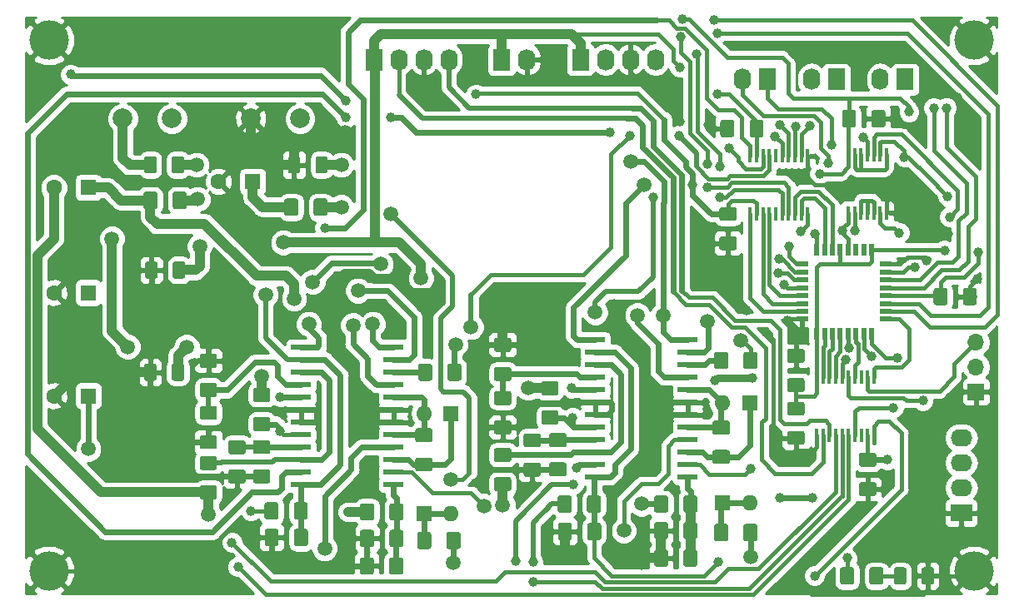
<source format=gtl>
G04 #@! TF.GenerationSoftware,KiCad,Pcbnew,(5.0.0-3-g5ebb6b6)*
G04 #@! TF.CreationDate,2019-01-22T16:43:08+01:00*
G04 #@! TF.ProjectId,Motor_Card,4D6F746F725F436172642E6B69636164,rev?*
G04 #@! TF.SameCoordinates,Original*
G04 #@! TF.FileFunction,Copper,L1,Top,Signal*
G04 #@! TF.FilePolarity,Positive*
%FSLAX46Y46*%
G04 Gerber Fmt 4.6, Leading zero omitted, Abs format (unit mm)*
G04 Created by KiCad (PCBNEW (5.0.0-3-g5ebb6b6)) date Tuesday 22 January 2019 à 16:43:08*
%MOMM*%
%LPD*%
G01*
G04 APERTURE LIST*
G04 #@! TA.AperFunction,SMDPad,CuDef*
%ADD10R,0.450000X1.450000*%
G04 #@! TD*
G04 #@! TA.AperFunction,ComponentPad*
%ADD11R,2.200000X1.740000*%
G04 #@! TD*
G04 #@! TA.AperFunction,ComponentPad*
%ADD12O,2.200000X1.740000*%
G04 #@! TD*
G04 #@! TA.AperFunction,Conductor*
%ADD13C,0.100000*%
G04 #@! TD*
G04 #@! TA.AperFunction,SMDPad,CuDef*
%ADD14C,1.425000*%
G04 #@! TD*
G04 #@! TA.AperFunction,SMDPad,CuDef*
%ADD15C,1.250000*%
G04 #@! TD*
G04 #@! TA.AperFunction,ComponentPad*
%ADD16C,2.000000*%
G04 #@! TD*
G04 #@! TA.AperFunction,ComponentPad*
%ADD17C,1.600000*%
G04 #@! TD*
G04 #@! TA.AperFunction,ComponentPad*
%ADD18R,1.600000X1.600000*%
G04 #@! TD*
G04 #@! TA.AperFunction,ComponentPad*
%ADD19O,1.600000X1.600000*%
G04 #@! TD*
G04 #@! TA.AperFunction,ComponentPad*
%ADD20R,1.740000X2.200000*%
G04 #@! TD*
G04 #@! TA.AperFunction,ComponentPad*
%ADD21O,1.740000X2.200000*%
G04 #@! TD*
G04 #@! TA.AperFunction,ComponentPad*
%ADD22R,1.700000X1.700000*%
G04 #@! TD*
G04 #@! TA.AperFunction,ComponentPad*
%ADD23O,1.700000X1.700000*%
G04 #@! TD*
G04 #@! TA.AperFunction,ComponentPad*
%ADD24C,4.000000*%
G04 #@! TD*
G04 #@! TA.AperFunction,SMDPad,CuDef*
%ADD25R,2.000000X0.600000*%
G04 #@! TD*
G04 #@! TA.AperFunction,SMDPad,CuDef*
%ADD26R,0.600000X1.200000*%
G04 #@! TD*
G04 #@! TA.AperFunction,SMDPad,CuDef*
%ADD27R,1.200000X0.600000*%
G04 #@! TD*
G04 #@! TA.AperFunction,ViaPad*
%ADD28C,1.000000*%
G04 #@! TD*
G04 #@! TA.AperFunction,ViaPad*
%ADD29C,1.500000*%
G04 #@! TD*
G04 #@! TA.AperFunction,Conductor*
%ADD30C,0.400000*%
G04 #@! TD*
G04 #@! TA.AperFunction,Conductor*
%ADD31C,0.600000*%
G04 #@! TD*
G04 #@! TA.AperFunction,Conductor*
%ADD32C,1.000000*%
G04 #@! TD*
G04 #@! TA.AperFunction,Conductor*
%ADD33C,0.500000*%
G04 #@! TD*
G04 #@! TA.AperFunction,Conductor*
%ADD34C,0.800000*%
G04 #@! TD*
G04 #@! TA.AperFunction,Conductor*
%ADD35C,0.254000*%
G04 #@! TD*
G04 APERTURE END LIST*
D10*
G04 #@! TO.P,U10,1*
G04 #@! TO.N,/uC/Diag_2(3V3)*
X156850000Y-97300000D03*
G04 #@! TO.P,U10,2*
G04 #@! TO.N,+3V3*
X156200000Y-97300000D03*
G04 #@! TO.P,U10,3*
G04 #@! TO.N,N/C*
X155550000Y-97300000D03*
G04 #@! TO.P,U10,4*
G04 #@! TO.N,/uC/Tacho_2(3V3)*
X154900000Y-97300000D03*
G04 #@! TO.P,U10,5*
G04 #@! TO.N,Net-(U10-Pad5)*
X154250000Y-97300000D03*
G04 #@! TO.P,U10,6*
G04 #@! TO.N,Net-(U10-Pad6)*
X153600000Y-97300000D03*
G04 #@! TO.P,U10,7*
G04 #@! TO.N,/uC/Tacho_1(3V3)*
X152950000Y-97300000D03*
G04 #@! TO.P,U10,8*
G04 #@! TO.N,/encodeurs/Ch_B2*
X152300000Y-97300000D03*
G04 #@! TO.P,U10,9*
G04 #@! TO.N,/encodeurs/Ch_A2*
X151650000Y-97300000D03*
G04 #@! TO.P,U10,10*
G04 #@! TO.N,+3V3*
X151000000Y-97300000D03*
G04 #@! TO.P,U10,11*
G04 #@! TO.N,GND*
X151000000Y-103200000D03*
G04 #@! TO.P,U10,12*
G04 #@! TO.N,/encodeurs/Ch_A2(+5V)*
X151650000Y-103200000D03*
G04 #@! TO.P,U10,13*
G04 #@! TO.N,/encodeurs/Ch_B2(+5V)*
X152300000Y-103200000D03*
G04 #@! TO.P,U10,14*
G04 #@! TO.N,/motor_part/TACHO_1*
X152950000Y-103200000D03*
G04 #@! TO.P,U10,15*
G04 #@! TO.N,/motor_part/EN_2*
X153600000Y-103200000D03*
G04 #@! TO.P,U10,16*
G04 #@! TO.N,/motor_part/EN_1*
X154250000Y-103200000D03*
G04 #@! TO.P,U10,17*
G04 #@! TO.N,/motor_part/TACHO_2*
X154900000Y-103200000D03*
G04 #@! TO.P,U10,18*
G04 #@! TO.N,N/C*
X155550000Y-103200000D03*
G04 #@! TO.P,U10,19*
G04 #@! TO.N,+5V*
X156200000Y-103200000D03*
G04 #@! TO.P,U10,20*
G04 #@! TO.N,/motor_part/DIAG_2*
X156850000Y-103200000D03*
G04 #@! TD*
D11*
G04 #@! TO.P,J2,1*
G04 #@! TO.N,GND*
X165700000Y-111100000D03*
D12*
G04 #@! TO.P,J2,2*
G04 #@! TO.N,/uC/nrst(3V3)*
X165700000Y-108560000D03*
G04 #@! TO.P,J2,3*
G04 #@! TO.N,/uC/swclk(3V3)*
X165700000Y-106020000D03*
G04 #@! TO.P,J2,4*
G04 #@! TO.N,/uC/swdio(3V3)*
X165700000Y-103480000D03*
G04 #@! TD*
D10*
G04 #@! TO.P,U7,1*
G04 #@! TO.N,/uC/nrst(3V3)*
X154200000Y-80600000D03*
G04 #@! TO.P,U7,2*
G04 #@! TO.N,/uC/Cmd_En_1(3V3)*
X154850000Y-80600000D03*
G04 #@! TO.P,U7,3*
G04 #@! TO.N,Net-(U7-Pad3)*
X155500000Y-80600000D03*
G04 #@! TO.P,U7,4*
X156150000Y-80600000D03*
G04 #@! TO.P,U7,5*
X156800000Y-80600000D03*
G04 #@! TO.P,U7,6*
G04 #@! TO.N,Net-(U10-Pad5)*
X157450000Y-80600000D03*
G04 #@! TO.P,U7,7*
G04 #@! TO.N,GND*
X158100000Y-80600000D03*
G04 #@! TO.P,U7,8*
G04 #@! TO.N,Net-(U7-Pad12)*
X158100000Y-74700000D03*
G04 #@! TO.P,U7,9*
G04 #@! TO.N,/uC/nrst(3V3)*
X157450000Y-74700000D03*
G04 #@! TO.P,U7,10*
G04 #@! TO.N,/uC/Cmd_En_2(3V3)*
X156800000Y-74700000D03*
G04 #@! TO.P,U7,11*
G04 #@! TO.N,Net-(U10-Pad6)*
X156150000Y-74700000D03*
G04 #@! TO.P,U7,12*
G04 #@! TO.N,Net-(U7-Pad12)*
X155500000Y-74700000D03*
G04 #@! TO.P,U7,13*
X154850000Y-74700000D03*
G04 #@! TO.P,U7,14*
G04 #@! TO.N,+3V3*
X154200000Y-74700000D03*
G04 #@! TD*
D13*
G04 #@! TO.N,Net-(Cp2-Pad1)*
G04 #@! TO.C,Rp2*
G36*
X144762004Y-94726204D02*
X144786273Y-94729804D01*
X144810071Y-94735765D01*
X144833171Y-94744030D01*
X144855349Y-94754520D01*
X144876393Y-94767133D01*
X144896098Y-94781747D01*
X144914277Y-94798223D01*
X144930753Y-94816402D01*
X144945367Y-94836107D01*
X144957980Y-94857151D01*
X144968470Y-94879329D01*
X144976735Y-94902429D01*
X144982696Y-94926227D01*
X144986296Y-94950496D01*
X144987500Y-94975000D01*
X144987500Y-96225000D01*
X144986296Y-96249504D01*
X144982696Y-96273773D01*
X144976735Y-96297571D01*
X144968470Y-96320671D01*
X144957980Y-96342849D01*
X144945367Y-96363893D01*
X144930753Y-96383598D01*
X144914277Y-96401777D01*
X144896098Y-96418253D01*
X144876393Y-96432867D01*
X144855349Y-96445480D01*
X144833171Y-96455970D01*
X144810071Y-96464235D01*
X144786273Y-96470196D01*
X144762004Y-96473796D01*
X144737500Y-96475000D01*
X143812500Y-96475000D01*
X143787996Y-96473796D01*
X143763727Y-96470196D01*
X143739929Y-96464235D01*
X143716829Y-96455970D01*
X143694651Y-96445480D01*
X143673607Y-96432867D01*
X143653902Y-96418253D01*
X143635723Y-96401777D01*
X143619247Y-96383598D01*
X143604633Y-96363893D01*
X143592020Y-96342849D01*
X143581530Y-96320671D01*
X143573265Y-96297571D01*
X143567304Y-96273773D01*
X143563704Y-96249504D01*
X143562500Y-96225000D01*
X143562500Y-94975000D01*
X143563704Y-94950496D01*
X143567304Y-94926227D01*
X143573265Y-94902429D01*
X143581530Y-94879329D01*
X143592020Y-94857151D01*
X143604633Y-94836107D01*
X143619247Y-94816402D01*
X143635723Y-94798223D01*
X143653902Y-94781747D01*
X143673607Y-94767133D01*
X143694651Y-94754520D01*
X143716829Y-94744030D01*
X143739929Y-94735765D01*
X143763727Y-94729804D01*
X143787996Y-94726204D01*
X143812500Y-94725000D01*
X144737500Y-94725000D01*
X144762004Y-94726204D01*
X144762004Y-94726204D01*
G37*
D14*
G04 #@! TD*
G04 #@! TO.P,Rp2,2*
G04 #@! TO.N,Net-(Cp2-Pad1)*
X144275000Y-95600000D03*
D13*
G04 #@! TO.N,Net-(Rp2-Pad1)*
G04 #@! TO.C,Rp2*
G36*
X141787004Y-94726204D02*
X141811273Y-94729804D01*
X141835071Y-94735765D01*
X141858171Y-94744030D01*
X141880349Y-94754520D01*
X141901393Y-94767133D01*
X141921098Y-94781747D01*
X141939277Y-94798223D01*
X141955753Y-94816402D01*
X141970367Y-94836107D01*
X141982980Y-94857151D01*
X141993470Y-94879329D01*
X142001735Y-94902429D01*
X142007696Y-94926227D01*
X142011296Y-94950496D01*
X142012500Y-94975000D01*
X142012500Y-96225000D01*
X142011296Y-96249504D01*
X142007696Y-96273773D01*
X142001735Y-96297571D01*
X141993470Y-96320671D01*
X141982980Y-96342849D01*
X141970367Y-96363893D01*
X141955753Y-96383598D01*
X141939277Y-96401777D01*
X141921098Y-96418253D01*
X141901393Y-96432867D01*
X141880349Y-96445480D01*
X141858171Y-96455970D01*
X141835071Y-96464235D01*
X141811273Y-96470196D01*
X141787004Y-96473796D01*
X141762500Y-96475000D01*
X140837500Y-96475000D01*
X140812996Y-96473796D01*
X140788727Y-96470196D01*
X140764929Y-96464235D01*
X140741829Y-96455970D01*
X140719651Y-96445480D01*
X140698607Y-96432867D01*
X140678902Y-96418253D01*
X140660723Y-96401777D01*
X140644247Y-96383598D01*
X140629633Y-96363893D01*
X140617020Y-96342849D01*
X140606530Y-96320671D01*
X140598265Y-96297571D01*
X140592304Y-96273773D01*
X140588704Y-96249504D01*
X140587500Y-96225000D01*
X140587500Y-94975000D01*
X140588704Y-94950496D01*
X140592304Y-94926227D01*
X140598265Y-94902429D01*
X140606530Y-94879329D01*
X140617020Y-94857151D01*
X140629633Y-94836107D01*
X140644247Y-94816402D01*
X140660723Y-94798223D01*
X140678902Y-94781747D01*
X140698607Y-94767133D01*
X140719651Y-94754520D01*
X140741829Y-94744030D01*
X140764929Y-94735765D01*
X140788727Y-94729804D01*
X140812996Y-94726204D01*
X140837500Y-94725000D01*
X141762500Y-94725000D01*
X141787004Y-94726204D01*
X141787004Y-94726204D01*
G37*
D14*
G04 #@! TD*
G04 #@! TO.P,Rp2,1*
G04 #@! TO.N,Net-(Rp2-Pad1)*
X141300000Y-95600000D03*
D13*
G04 #@! TO.N,GND*
G04 #@! TO.C,Cpul2*
G36*
X122749504Y-105988704D02*
X122773773Y-105992304D01*
X122797571Y-105998265D01*
X122820671Y-106006530D01*
X122842849Y-106017020D01*
X122863893Y-106029633D01*
X122883598Y-106044247D01*
X122901777Y-106060723D01*
X122918253Y-106078902D01*
X122932867Y-106098607D01*
X122945480Y-106119651D01*
X122955970Y-106141829D01*
X122964235Y-106164929D01*
X122970196Y-106188727D01*
X122973796Y-106212996D01*
X122975000Y-106237500D01*
X122975000Y-107162500D01*
X122973796Y-107187004D01*
X122970196Y-107211273D01*
X122964235Y-107235071D01*
X122955970Y-107258171D01*
X122945480Y-107280349D01*
X122932867Y-107301393D01*
X122918253Y-107321098D01*
X122901777Y-107339277D01*
X122883598Y-107355753D01*
X122863893Y-107370367D01*
X122842849Y-107382980D01*
X122820671Y-107393470D01*
X122797571Y-107401735D01*
X122773773Y-107407696D01*
X122749504Y-107411296D01*
X122725000Y-107412500D01*
X121475000Y-107412500D01*
X121450496Y-107411296D01*
X121426227Y-107407696D01*
X121402429Y-107401735D01*
X121379329Y-107393470D01*
X121357151Y-107382980D01*
X121336107Y-107370367D01*
X121316402Y-107355753D01*
X121298223Y-107339277D01*
X121281747Y-107321098D01*
X121267133Y-107301393D01*
X121254520Y-107280349D01*
X121244030Y-107258171D01*
X121235765Y-107235071D01*
X121229804Y-107211273D01*
X121226204Y-107187004D01*
X121225000Y-107162500D01*
X121225000Y-106237500D01*
X121226204Y-106212996D01*
X121229804Y-106188727D01*
X121235765Y-106164929D01*
X121244030Y-106141829D01*
X121254520Y-106119651D01*
X121267133Y-106098607D01*
X121281747Y-106078902D01*
X121298223Y-106060723D01*
X121316402Y-106044247D01*
X121336107Y-106029633D01*
X121357151Y-106017020D01*
X121379329Y-106006530D01*
X121402429Y-105998265D01*
X121426227Y-105992304D01*
X121450496Y-105988704D01*
X121475000Y-105987500D01*
X122725000Y-105987500D01*
X122749504Y-105988704D01*
X122749504Y-105988704D01*
G37*
D14*
G04 #@! TD*
G04 #@! TO.P,Cpul2,1*
G04 #@! TO.N,GND*
X122100000Y-106700000D03*
D13*
G04 #@! TO.N,Net-(Cpul2-Pad2)*
G04 #@! TO.C,Cpul2*
G36*
X122749504Y-103013704D02*
X122773773Y-103017304D01*
X122797571Y-103023265D01*
X122820671Y-103031530D01*
X122842849Y-103042020D01*
X122863893Y-103054633D01*
X122883598Y-103069247D01*
X122901777Y-103085723D01*
X122918253Y-103103902D01*
X122932867Y-103123607D01*
X122945480Y-103144651D01*
X122955970Y-103166829D01*
X122964235Y-103189929D01*
X122970196Y-103213727D01*
X122973796Y-103237996D01*
X122975000Y-103262500D01*
X122975000Y-104187500D01*
X122973796Y-104212004D01*
X122970196Y-104236273D01*
X122964235Y-104260071D01*
X122955970Y-104283171D01*
X122945480Y-104305349D01*
X122932867Y-104326393D01*
X122918253Y-104346098D01*
X122901777Y-104364277D01*
X122883598Y-104380753D01*
X122863893Y-104395367D01*
X122842849Y-104407980D01*
X122820671Y-104418470D01*
X122797571Y-104426735D01*
X122773773Y-104432696D01*
X122749504Y-104436296D01*
X122725000Y-104437500D01*
X121475000Y-104437500D01*
X121450496Y-104436296D01*
X121426227Y-104432696D01*
X121402429Y-104426735D01*
X121379329Y-104418470D01*
X121357151Y-104407980D01*
X121336107Y-104395367D01*
X121316402Y-104380753D01*
X121298223Y-104364277D01*
X121281747Y-104346098D01*
X121267133Y-104326393D01*
X121254520Y-104305349D01*
X121244030Y-104283171D01*
X121235765Y-104260071D01*
X121229804Y-104236273D01*
X121226204Y-104212004D01*
X121225000Y-104187500D01*
X121225000Y-103262500D01*
X121226204Y-103237996D01*
X121229804Y-103213727D01*
X121235765Y-103189929D01*
X121244030Y-103166829D01*
X121254520Y-103144651D01*
X121267133Y-103123607D01*
X121281747Y-103103902D01*
X121298223Y-103085723D01*
X121316402Y-103069247D01*
X121336107Y-103054633D01*
X121357151Y-103042020D01*
X121379329Y-103031530D01*
X121402429Y-103023265D01*
X121426227Y-103017304D01*
X121450496Y-103013704D01*
X121475000Y-103012500D01*
X122725000Y-103012500D01*
X122749504Y-103013704D01*
X122749504Y-103013704D01*
G37*
D14*
G04 #@! TD*
G04 #@! TO.P,Cpul2,2*
G04 #@! TO.N,Net-(Cpul2-Pad2)*
X122100000Y-103725000D03*
D13*
G04 #@! TO.N,Net-(Cpul1-Pad2)*
G04 #@! TO.C,Cpul1*
G36*
X92749504Y-103713704D02*
X92773773Y-103717304D01*
X92797571Y-103723265D01*
X92820671Y-103731530D01*
X92842849Y-103742020D01*
X92863893Y-103754633D01*
X92883598Y-103769247D01*
X92901777Y-103785723D01*
X92918253Y-103803902D01*
X92932867Y-103823607D01*
X92945480Y-103844651D01*
X92955970Y-103866829D01*
X92964235Y-103889929D01*
X92970196Y-103913727D01*
X92973796Y-103937996D01*
X92975000Y-103962500D01*
X92975000Y-104887500D01*
X92973796Y-104912004D01*
X92970196Y-104936273D01*
X92964235Y-104960071D01*
X92955970Y-104983171D01*
X92945480Y-105005349D01*
X92932867Y-105026393D01*
X92918253Y-105046098D01*
X92901777Y-105064277D01*
X92883598Y-105080753D01*
X92863893Y-105095367D01*
X92842849Y-105107980D01*
X92820671Y-105118470D01*
X92797571Y-105126735D01*
X92773773Y-105132696D01*
X92749504Y-105136296D01*
X92725000Y-105137500D01*
X91475000Y-105137500D01*
X91450496Y-105136296D01*
X91426227Y-105132696D01*
X91402429Y-105126735D01*
X91379329Y-105118470D01*
X91357151Y-105107980D01*
X91336107Y-105095367D01*
X91316402Y-105080753D01*
X91298223Y-105064277D01*
X91281747Y-105046098D01*
X91267133Y-105026393D01*
X91254520Y-105005349D01*
X91244030Y-104983171D01*
X91235765Y-104960071D01*
X91229804Y-104936273D01*
X91226204Y-104912004D01*
X91225000Y-104887500D01*
X91225000Y-103962500D01*
X91226204Y-103937996D01*
X91229804Y-103913727D01*
X91235765Y-103889929D01*
X91244030Y-103866829D01*
X91254520Y-103844651D01*
X91267133Y-103823607D01*
X91281747Y-103803902D01*
X91298223Y-103785723D01*
X91316402Y-103769247D01*
X91336107Y-103754633D01*
X91357151Y-103742020D01*
X91379329Y-103731530D01*
X91402429Y-103723265D01*
X91426227Y-103717304D01*
X91450496Y-103713704D01*
X91475000Y-103712500D01*
X92725000Y-103712500D01*
X92749504Y-103713704D01*
X92749504Y-103713704D01*
G37*
D14*
G04 #@! TD*
G04 #@! TO.P,Cpul1,2*
G04 #@! TO.N,Net-(Cpul1-Pad2)*
X92100000Y-104425000D03*
D13*
G04 #@! TO.N,GND*
G04 #@! TO.C,Cpul1*
G36*
X92749504Y-106688704D02*
X92773773Y-106692304D01*
X92797571Y-106698265D01*
X92820671Y-106706530D01*
X92842849Y-106717020D01*
X92863893Y-106729633D01*
X92883598Y-106744247D01*
X92901777Y-106760723D01*
X92918253Y-106778902D01*
X92932867Y-106798607D01*
X92945480Y-106819651D01*
X92955970Y-106841829D01*
X92964235Y-106864929D01*
X92970196Y-106888727D01*
X92973796Y-106912996D01*
X92975000Y-106937500D01*
X92975000Y-107862500D01*
X92973796Y-107887004D01*
X92970196Y-107911273D01*
X92964235Y-107935071D01*
X92955970Y-107958171D01*
X92945480Y-107980349D01*
X92932867Y-108001393D01*
X92918253Y-108021098D01*
X92901777Y-108039277D01*
X92883598Y-108055753D01*
X92863893Y-108070367D01*
X92842849Y-108082980D01*
X92820671Y-108093470D01*
X92797571Y-108101735D01*
X92773773Y-108107696D01*
X92749504Y-108111296D01*
X92725000Y-108112500D01*
X91475000Y-108112500D01*
X91450496Y-108111296D01*
X91426227Y-108107696D01*
X91402429Y-108101735D01*
X91379329Y-108093470D01*
X91357151Y-108082980D01*
X91336107Y-108070367D01*
X91316402Y-108055753D01*
X91298223Y-108039277D01*
X91281747Y-108021098D01*
X91267133Y-108001393D01*
X91254520Y-107980349D01*
X91244030Y-107958171D01*
X91235765Y-107935071D01*
X91229804Y-107911273D01*
X91226204Y-107887004D01*
X91225000Y-107862500D01*
X91225000Y-106937500D01*
X91226204Y-106912996D01*
X91229804Y-106888727D01*
X91235765Y-106864929D01*
X91244030Y-106841829D01*
X91254520Y-106819651D01*
X91267133Y-106798607D01*
X91281747Y-106778902D01*
X91298223Y-106760723D01*
X91316402Y-106744247D01*
X91336107Y-106729633D01*
X91357151Y-106717020D01*
X91379329Y-106706530D01*
X91402429Y-106698265D01*
X91426227Y-106692304D01*
X91450496Y-106688704D01*
X91475000Y-106687500D01*
X92725000Y-106687500D01*
X92749504Y-106688704D01*
X92749504Y-106688704D01*
G37*
D14*
G04 #@! TD*
G04 #@! TO.P,Cpul1,1*
G04 #@! TO.N,GND*
X92100000Y-107400000D03*
D13*
G04 #@! TO.N,Net-(D11-Pad2)*
G04 #@! TO.C,D11*
G36*
X86499504Y-95926204D02*
X86523773Y-95929804D01*
X86547571Y-95935765D01*
X86570671Y-95944030D01*
X86592849Y-95954520D01*
X86613893Y-95967133D01*
X86633598Y-95981747D01*
X86651777Y-95998223D01*
X86668253Y-96016402D01*
X86682867Y-96036107D01*
X86695480Y-96057151D01*
X86705970Y-96079329D01*
X86714235Y-96102429D01*
X86720196Y-96126227D01*
X86723796Y-96150496D01*
X86725000Y-96175000D01*
X86725000Y-97425000D01*
X86723796Y-97449504D01*
X86720196Y-97473773D01*
X86714235Y-97497571D01*
X86705970Y-97520671D01*
X86695480Y-97542849D01*
X86682867Y-97563893D01*
X86668253Y-97583598D01*
X86651777Y-97601777D01*
X86633598Y-97618253D01*
X86613893Y-97632867D01*
X86592849Y-97645480D01*
X86570671Y-97655970D01*
X86547571Y-97664235D01*
X86523773Y-97670196D01*
X86499504Y-97673796D01*
X86475000Y-97675000D01*
X85725000Y-97675000D01*
X85700496Y-97673796D01*
X85676227Y-97670196D01*
X85652429Y-97664235D01*
X85629329Y-97655970D01*
X85607151Y-97645480D01*
X85586107Y-97632867D01*
X85566402Y-97618253D01*
X85548223Y-97601777D01*
X85531747Y-97583598D01*
X85517133Y-97563893D01*
X85504520Y-97542849D01*
X85494030Y-97520671D01*
X85485765Y-97497571D01*
X85479804Y-97473773D01*
X85476204Y-97449504D01*
X85475000Y-97425000D01*
X85475000Y-96175000D01*
X85476204Y-96150496D01*
X85479804Y-96126227D01*
X85485765Y-96102429D01*
X85494030Y-96079329D01*
X85504520Y-96057151D01*
X85517133Y-96036107D01*
X85531747Y-96016402D01*
X85548223Y-95998223D01*
X85566402Y-95981747D01*
X85586107Y-95967133D01*
X85607151Y-95954520D01*
X85629329Y-95944030D01*
X85652429Y-95935765D01*
X85676227Y-95929804D01*
X85700496Y-95926204D01*
X85725000Y-95925000D01*
X86475000Y-95925000D01*
X86499504Y-95926204D01*
X86499504Y-95926204D01*
G37*
D15*
G04 #@! TD*
G04 #@! TO.P,D11,2*
G04 #@! TO.N,Net-(D11-Pad2)*
X86100000Y-96800000D03*
D13*
G04 #@! TO.N,GND*
G04 #@! TO.C,D11*
G36*
X83699504Y-95926204D02*
X83723773Y-95929804D01*
X83747571Y-95935765D01*
X83770671Y-95944030D01*
X83792849Y-95954520D01*
X83813893Y-95967133D01*
X83833598Y-95981747D01*
X83851777Y-95998223D01*
X83868253Y-96016402D01*
X83882867Y-96036107D01*
X83895480Y-96057151D01*
X83905970Y-96079329D01*
X83914235Y-96102429D01*
X83920196Y-96126227D01*
X83923796Y-96150496D01*
X83925000Y-96175000D01*
X83925000Y-97425000D01*
X83923796Y-97449504D01*
X83920196Y-97473773D01*
X83914235Y-97497571D01*
X83905970Y-97520671D01*
X83895480Y-97542849D01*
X83882867Y-97563893D01*
X83868253Y-97583598D01*
X83851777Y-97601777D01*
X83833598Y-97618253D01*
X83813893Y-97632867D01*
X83792849Y-97645480D01*
X83770671Y-97655970D01*
X83747571Y-97664235D01*
X83723773Y-97670196D01*
X83699504Y-97673796D01*
X83675000Y-97675000D01*
X82925000Y-97675000D01*
X82900496Y-97673796D01*
X82876227Y-97670196D01*
X82852429Y-97664235D01*
X82829329Y-97655970D01*
X82807151Y-97645480D01*
X82786107Y-97632867D01*
X82766402Y-97618253D01*
X82748223Y-97601777D01*
X82731747Y-97583598D01*
X82717133Y-97563893D01*
X82704520Y-97542849D01*
X82694030Y-97520671D01*
X82685765Y-97497571D01*
X82679804Y-97473773D01*
X82676204Y-97449504D01*
X82675000Y-97425000D01*
X82675000Y-96175000D01*
X82676204Y-96150496D01*
X82679804Y-96126227D01*
X82685765Y-96102429D01*
X82694030Y-96079329D01*
X82704520Y-96057151D01*
X82717133Y-96036107D01*
X82731747Y-96016402D01*
X82748223Y-95998223D01*
X82766402Y-95981747D01*
X82786107Y-95967133D01*
X82807151Y-95954520D01*
X82829329Y-95944030D01*
X82852429Y-95935765D01*
X82876227Y-95929804D01*
X82900496Y-95926204D01*
X82925000Y-95925000D01*
X83675000Y-95925000D01*
X83699504Y-95926204D01*
X83699504Y-95926204D01*
G37*
D15*
G04 #@! TD*
G04 #@! TO.P,D11,1*
G04 #@! TO.N,GND*
X83300000Y-96800000D03*
D13*
G04 #@! TO.N,Net-(D9-Pad2)*
G04 #@! TO.C,D9*
G36*
X86499504Y-74826204D02*
X86523773Y-74829804D01*
X86547571Y-74835765D01*
X86570671Y-74844030D01*
X86592849Y-74854520D01*
X86613893Y-74867133D01*
X86633598Y-74881747D01*
X86651777Y-74898223D01*
X86668253Y-74916402D01*
X86682867Y-74936107D01*
X86695480Y-74957151D01*
X86705970Y-74979329D01*
X86714235Y-75002429D01*
X86720196Y-75026227D01*
X86723796Y-75050496D01*
X86725000Y-75075000D01*
X86725000Y-76325000D01*
X86723796Y-76349504D01*
X86720196Y-76373773D01*
X86714235Y-76397571D01*
X86705970Y-76420671D01*
X86695480Y-76442849D01*
X86682867Y-76463893D01*
X86668253Y-76483598D01*
X86651777Y-76501777D01*
X86633598Y-76518253D01*
X86613893Y-76532867D01*
X86592849Y-76545480D01*
X86570671Y-76555970D01*
X86547571Y-76564235D01*
X86523773Y-76570196D01*
X86499504Y-76573796D01*
X86475000Y-76575000D01*
X85725000Y-76575000D01*
X85700496Y-76573796D01*
X85676227Y-76570196D01*
X85652429Y-76564235D01*
X85629329Y-76555970D01*
X85607151Y-76545480D01*
X85586107Y-76532867D01*
X85566402Y-76518253D01*
X85548223Y-76501777D01*
X85531747Y-76483598D01*
X85517133Y-76463893D01*
X85504520Y-76442849D01*
X85494030Y-76420671D01*
X85485765Y-76397571D01*
X85479804Y-76373773D01*
X85476204Y-76349504D01*
X85475000Y-76325000D01*
X85475000Y-75075000D01*
X85476204Y-75050496D01*
X85479804Y-75026227D01*
X85485765Y-75002429D01*
X85494030Y-74979329D01*
X85504520Y-74957151D01*
X85517133Y-74936107D01*
X85531747Y-74916402D01*
X85548223Y-74898223D01*
X85566402Y-74881747D01*
X85586107Y-74867133D01*
X85607151Y-74854520D01*
X85629329Y-74844030D01*
X85652429Y-74835765D01*
X85676227Y-74829804D01*
X85700496Y-74826204D01*
X85725000Y-74825000D01*
X86475000Y-74825000D01*
X86499504Y-74826204D01*
X86499504Y-74826204D01*
G37*
D15*
G04 #@! TD*
G04 #@! TO.P,D9,2*
G04 #@! TO.N,Net-(D9-Pad2)*
X86100000Y-75700000D03*
D13*
G04 #@! TO.N,GNDPWR*
G04 #@! TO.C,D9*
G36*
X83699504Y-74826204D02*
X83723773Y-74829804D01*
X83747571Y-74835765D01*
X83770671Y-74844030D01*
X83792849Y-74854520D01*
X83813893Y-74867133D01*
X83833598Y-74881747D01*
X83851777Y-74898223D01*
X83868253Y-74916402D01*
X83882867Y-74936107D01*
X83895480Y-74957151D01*
X83905970Y-74979329D01*
X83914235Y-75002429D01*
X83920196Y-75026227D01*
X83923796Y-75050496D01*
X83925000Y-75075000D01*
X83925000Y-76325000D01*
X83923796Y-76349504D01*
X83920196Y-76373773D01*
X83914235Y-76397571D01*
X83905970Y-76420671D01*
X83895480Y-76442849D01*
X83882867Y-76463893D01*
X83868253Y-76483598D01*
X83851777Y-76501777D01*
X83833598Y-76518253D01*
X83813893Y-76532867D01*
X83792849Y-76545480D01*
X83770671Y-76555970D01*
X83747571Y-76564235D01*
X83723773Y-76570196D01*
X83699504Y-76573796D01*
X83675000Y-76575000D01*
X82925000Y-76575000D01*
X82900496Y-76573796D01*
X82876227Y-76570196D01*
X82852429Y-76564235D01*
X82829329Y-76555970D01*
X82807151Y-76545480D01*
X82786107Y-76532867D01*
X82766402Y-76518253D01*
X82748223Y-76501777D01*
X82731747Y-76483598D01*
X82717133Y-76463893D01*
X82704520Y-76442849D01*
X82694030Y-76420671D01*
X82685765Y-76397571D01*
X82679804Y-76373773D01*
X82676204Y-76349504D01*
X82675000Y-76325000D01*
X82675000Y-75075000D01*
X82676204Y-75050496D01*
X82679804Y-75026227D01*
X82685765Y-75002429D01*
X82694030Y-74979329D01*
X82704520Y-74957151D01*
X82717133Y-74936107D01*
X82731747Y-74916402D01*
X82748223Y-74898223D01*
X82766402Y-74881747D01*
X82786107Y-74867133D01*
X82807151Y-74854520D01*
X82829329Y-74844030D01*
X82852429Y-74835765D01*
X82876227Y-74829804D01*
X82900496Y-74826204D01*
X82925000Y-74825000D01*
X83675000Y-74825000D01*
X83699504Y-74826204D01*
X83699504Y-74826204D01*
G37*
D15*
G04 #@! TD*
G04 #@! TO.P,D9,1*
G04 #@! TO.N,GNDPWR*
X83300000Y-75700000D03*
D16*
G04 #@! TO.P,U11,2*
G04 #@! TO.N,GND*
X93500000Y-71000000D03*
G04 #@! TO.P,U11,1*
G04 #@! TO.N,/power_part/Alim_num*
X98500000Y-71000000D03*
G04 #@! TD*
G04 #@! TO.P,U12,2*
G04 #@! TO.N,GNDPWR*
X80500000Y-71000000D03*
G04 #@! TO.P,U12,1*
G04 #@! TO.N,/power_part/Alim_puiss*
X85500000Y-71000000D03*
G04 #@! TD*
D13*
G04 #@! TO.N,+3V3*
G04 #@! TO.C,C1*
G36*
X149549504Y-97388704D02*
X149573773Y-97392304D01*
X149597571Y-97398265D01*
X149620671Y-97406530D01*
X149642849Y-97417020D01*
X149663893Y-97429633D01*
X149683598Y-97444247D01*
X149701777Y-97460723D01*
X149718253Y-97478902D01*
X149732867Y-97498607D01*
X149745480Y-97519651D01*
X149755970Y-97541829D01*
X149764235Y-97564929D01*
X149770196Y-97588727D01*
X149773796Y-97612996D01*
X149775000Y-97637500D01*
X149775000Y-98562500D01*
X149773796Y-98587004D01*
X149770196Y-98611273D01*
X149764235Y-98635071D01*
X149755970Y-98658171D01*
X149745480Y-98680349D01*
X149732867Y-98701393D01*
X149718253Y-98721098D01*
X149701777Y-98739277D01*
X149683598Y-98755753D01*
X149663893Y-98770367D01*
X149642849Y-98782980D01*
X149620671Y-98793470D01*
X149597571Y-98801735D01*
X149573773Y-98807696D01*
X149549504Y-98811296D01*
X149525000Y-98812500D01*
X148275000Y-98812500D01*
X148250496Y-98811296D01*
X148226227Y-98807696D01*
X148202429Y-98801735D01*
X148179329Y-98793470D01*
X148157151Y-98782980D01*
X148136107Y-98770367D01*
X148116402Y-98755753D01*
X148098223Y-98739277D01*
X148081747Y-98721098D01*
X148067133Y-98701393D01*
X148054520Y-98680349D01*
X148044030Y-98658171D01*
X148035765Y-98635071D01*
X148029804Y-98611273D01*
X148026204Y-98587004D01*
X148025000Y-98562500D01*
X148025000Y-97637500D01*
X148026204Y-97612996D01*
X148029804Y-97588727D01*
X148035765Y-97564929D01*
X148044030Y-97541829D01*
X148054520Y-97519651D01*
X148067133Y-97498607D01*
X148081747Y-97478902D01*
X148098223Y-97460723D01*
X148116402Y-97444247D01*
X148136107Y-97429633D01*
X148157151Y-97417020D01*
X148179329Y-97406530D01*
X148202429Y-97398265D01*
X148226227Y-97392304D01*
X148250496Y-97388704D01*
X148275000Y-97387500D01*
X149525000Y-97387500D01*
X149549504Y-97388704D01*
X149549504Y-97388704D01*
G37*
D14*
G04 #@! TD*
G04 #@! TO.P,C1,2*
G04 #@! TO.N,+3V3*
X148900000Y-98100000D03*
D13*
G04 #@! TO.N,GND*
G04 #@! TO.C,C1*
G36*
X149549504Y-94413704D02*
X149573773Y-94417304D01*
X149597571Y-94423265D01*
X149620671Y-94431530D01*
X149642849Y-94442020D01*
X149663893Y-94454633D01*
X149683598Y-94469247D01*
X149701777Y-94485723D01*
X149718253Y-94503902D01*
X149732867Y-94523607D01*
X149745480Y-94544651D01*
X149755970Y-94566829D01*
X149764235Y-94589929D01*
X149770196Y-94613727D01*
X149773796Y-94637996D01*
X149775000Y-94662500D01*
X149775000Y-95587500D01*
X149773796Y-95612004D01*
X149770196Y-95636273D01*
X149764235Y-95660071D01*
X149755970Y-95683171D01*
X149745480Y-95705349D01*
X149732867Y-95726393D01*
X149718253Y-95746098D01*
X149701777Y-95764277D01*
X149683598Y-95780753D01*
X149663893Y-95795367D01*
X149642849Y-95807980D01*
X149620671Y-95818470D01*
X149597571Y-95826735D01*
X149573773Y-95832696D01*
X149549504Y-95836296D01*
X149525000Y-95837500D01*
X148275000Y-95837500D01*
X148250496Y-95836296D01*
X148226227Y-95832696D01*
X148202429Y-95826735D01*
X148179329Y-95818470D01*
X148157151Y-95807980D01*
X148136107Y-95795367D01*
X148116402Y-95780753D01*
X148098223Y-95764277D01*
X148081747Y-95746098D01*
X148067133Y-95726393D01*
X148054520Y-95705349D01*
X148044030Y-95683171D01*
X148035765Y-95660071D01*
X148029804Y-95636273D01*
X148026204Y-95612004D01*
X148025000Y-95587500D01*
X148025000Y-94662500D01*
X148026204Y-94637996D01*
X148029804Y-94613727D01*
X148035765Y-94589929D01*
X148044030Y-94566829D01*
X148054520Y-94544651D01*
X148067133Y-94523607D01*
X148081747Y-94503902D01*
X148098223Y-94485723D01*
X148116402Y-94469247D01*
X148136107Y-94454633D01*
X148157151Y-94442020D01*
X148179329Y-94431530D01*
X148202429Y-94423265D01*
X148226227Y-94417304D01*
X148250496Y-94413704D01*
X148275000Y-94412500D01*
X149525000Y-94412500D01*
X149549504Y-94413704D01*
X149549504Y-94413704D01*
G37*
D14*
G04 #@! TD*
G04 #@! TO.P,C1,1*
G04 #@! TO.N,GND*
X148900000Y-95125000D03*
D17*
G04 #@! TO.P,C3,2*
G04 #@! TO.N,GND*
X90200000Y-77400000D03*
D18*
G04 #@! TO.P,C3,1*
G04 #@! TO.N,+10V*
X93700000Y-77400000D03*
G04 #@! TD*
G04 #@! TO.P,C4,1*
G04 #@! TO.N,+12V*
X77000000Y-78000000D03*
D17*
G04 #@! TO.P,C4,2*
G04 #@! TO.N,GNDPWR*
X73500000Y-78000000D03*
G04 #@! TD*
G04 #@! TO.P,C7,2*
G04 #@! TO.N,GND*
X73500000Y-88700000D03*
D18*
G04 #@! TO.P,C7,1*
G04 #@! TO.N,+5V*
X77000000Y-88700000D03*
G04 #@! TD*
G04 #@! TO.P,C8,1*
G04 #@! TO.N,+3V3*
X77000000Y-99200000D03*
D17*
G04 #@! TO.P,C8,2*
G04 #@! TO.N,GND*
X73500000Y-99200000D03*
G04 #@! TD*
D13*
G04 #@! TO.N,GND*
G04 #@! TO.C,C9*
G36*
X142412004Y-71126204D02*
X142436273Y-71129804D01*
X142460071Y-71135765D01*
X142483171Y-71144030D01*
X142505349Y-71154520D01*
X142526393Y-71167133D01*
X142546098Y-71181747D01*
X142564277Y-71198223D01*
X142580753Y-71216402D01*
X142595367Y-71236107D01*
X142607980Y-71257151D01*
X142618470Y-71279329D01*
X142626735Y-71302429D01*
X142632696Y-71326227D01*
X142636296Y-71350496D01*
X142637500Y-71375000D01*
X142637500Y-72625000D01*
X142636296Y-72649504D01*
X142632696Y-72673773D01*
X142626735Y-72697571D01*
X142618470Y-72720671D01*
X142607980Y-72742849D01*
X142595367Y-72763893D01*
X142580753Y-72783598D01*
X142564277Y-72801777D01*
X142546098Y-72818253D01*
X142526393Y-72832867D01*
X142505349Y-72845480D01*
X142483171Y-72855970D01*
X142460071Y-72864235D01*
X142436273Y-72870196D01*
X142412004Y-72873796D01*
X142387500Y-72875000D01*
X141462500Y-72875000D01*
X141437996Y-72873796D01*
X141413727Y-72870196D01*
X141389929Y-72864235D01*
X141366829Y-72855970D01*
X141344651Y-72845480D01*
X141323607Y-72832867D01*
X141303902Y-72818253D01*
X141285723Y-72801777D01*
X141269247Y-72783598D01*
X141254633Y-72763893D01*
X141242020Y-72742849D01*
X141231530Y-72720671D01*
X141223265Y-72697571D01*
X141217304Y-72673773D01*
X141213704Y-72649504D01*
X141212500Y-72625000D01*
X141212500Y-71375000D01*
X141213704Y-71350496D01*
X141217304Y-71326227D01*
X141223265Y-71302429D01*
X141231530Y-71279329D01*
X141242020Y-71257151D01*
X141254633Y-71236107D01*
X141269247Y-71216402D01*
X141285723Y-71198223D01*
X141303902Y-71181747D01*
X141323607Y-71167133D01*
X141344651Y-71154520D01*
X141366829Y-71144030D01*
X141389929Y-71135765D01*
X141413727Y-71129804D01*
X141437996Y-71126204D01*
X141462500Y-71125000D01*
X142387500Y-71125000D01*
X142412004Y-71126204D01*
X142412004Y-71126204D01*
G37*
D14*
G04 #@! TD*
G04 #@! TO.P,C9,2*
G04 #@! TO.N,GND*
X141925000Y-72000000D03*
D13*
G04 #@! TO.N,+5V*
G04 #@! TO.C,C9*
G36*
X145387004Y-71126204D02*
X145411273Y-71129804D01*
X145435071Y-71135765D01*
X145458171Y-71144030D01*
X145480349Y-71154520D01*
X145501393Y-71167133D01*
X145521098Y-71181747D01*
X145539277Y-71198223D01*
X145555753Y-71216402D01*
X145570367Y-71236107D01*
X145582980Y-71257151D01*
X145593470Y-71279329D01*
X145601735Y-71302429D01*
X145607696Y-71326227D01*
X145611296Y-71350496D01*
X145612500Y-71375000D01*
X145612500Y-72625000D01*
X145611296Y-72649504D01*
X145607696Y-72673773D01*
X145601735Y-72697571D01*
X145593470Y-72720671D01*
X145582980Y-72742849D01*
X145570367Y-72763893D01*
X145555753Y-72783598D01*
X145539277Y-72801777D01*
X145521098Y-72818253D01*
X145501393Y-72832867D01*
X145480349Y-72845480D01*
X145458171Y-72855970D01*
X145435071Y-72864235D01*
X145411273Y-72870196D01*
X145387004Y-72873796D01*
X145362500Y-72875000D01*
X144437500Y-72875000D01*
X144412996Y-72873796D01*
X144388727Y-72870196D01*
X144364929Y-72864235D01*
X144341829Y-72855970D01*
X144319651Y-72845480D01*
X144298607Y-72832867D01*
X144278902Y-72818253D01*
X144260723Y-72801777D01*
X144244247Y-72783598D01*
X144229633Y-72763893D01*
X144217020Y-72742849D01*
X144206530Y-72720671D01*
X144198265Y-72697571D01*
X144192304Y-72673773D01*
X144188704Y-72649504D01*
X144187500Y-72625000D01*
X144187500Y-71375000D01*
X144188704Y-71350496D01*
X144192304Y-71326227D01*
X144198265Y-71302429D01*
X144206530Y-71279329D01*
X144217020Y-71257151D01*
X144229633Y-71236107D01*
X144244247Y-71216402D01*
X144260723Y-71198223D01*
X144278902Y-71181747D01*
X144298607Y-71167133D01*
X144319651Y-71154520D01*
X144341829Y-71144030D01*
X144364929Y-71135765D01*
X144388727Y-71129804D01*
X144412996Y-71126204D01*
X144437500Y-71125000D01*
X145362500Y-71125000D01*
X145387004Y-71126204D01*
X145387004Y-71126204D01*
G37*
D14*
G04 #@! TD*
G04 #@! TO.P,C9,1*
G04 #@! TO.N,+5V*
X144900000Y-72000000D03*
D13*
G04 #@! TO.N,GND*
G04 #@! TO.C,C12*
G36*
X156849504Y-107963704D02*
X156873773Y-107967304D01*
X156897571Y-107973265D01*
X156920671Y-107981530D01*
X156942849Y-107992020D01*
X156963893Y-108004633D01*
X156983598Y-108019247D01*
X157001777Y-108035723D01*
X157018253Y-108053902D01*
X157032867Y-108073607D01*
X157045480Y-108094651D01*
X157055970Y-108116829D01*
X157064235Y-108139929D01*
X157070196Y-108163727D01*
X157073796Y-108187996D01*
X157075000Y-108212500D01*
X157075000Y-109137500D01*
X157073796Y-109162004D01*
X157070196Y-109186273D01*
X157064235Y-109210071D01*
X157055970Y-109233171D01*
X157045480Y-109255349D01*
X157032867Y-109276393D01*
X157018253Y-109296098D01*
X157001777Y-109314277D01*
X156983598Y-109330753D01*
X156963893Y-109345367D01*
X156942849Y-109357980D01*
X156920671Y-109368470D01*
X156897571Y-109376735D01*
X156873773Y-109382696D01*
X156849504Y-109386296D01*
X156825000Y-109387500D01*
X155575000Y-109387500D01*
X155550496Y-109386296D01*
X155526227Y-109382696D01*
X155502429Y-109376735D01*
X155479329Y-109368470D01*
X155457151Y-109357980D01*
X155436107Y-109345367D01*
X155416402Y-109330753D01*
X155398223Y-109314277D01*
X155381747Y-109296098D01*
X155367133Y-109276393D01*
X155354520Y-109255349D01*
X155344030Y-109233171D01*
X155335765Y-109210071D01*
X155329804Y-109186273D01*
X155326204Y-109162004D01*
X155325000Y-109137500D01*
X155325000Y-108212500D01*
X155326204Y-108187996D01*
X155329804Y-108163727D01*
X155335765Y-108139929D01*
X155344030Y-108116829D01*
X155354520Y-108094651D01*
X155367133Y-108073607D01*
X155381747Y-108053902D01*
X155398223Y-108035723D01*
X155416402Y-108019247D01*
X155436107Y-108004633D01*
X155457151Y-107992020D01*
X155479329Y-107981530D01*
X155502429Y-107973265D01*
X155526227Y-107967304D01*
X155550496Y-107963704D01*
X155575000Y-107962500D01*
X156825000Y-107962500D01*
X156849504Y-107963704D01*
X156849504Y-107963704D01*
G37*
D14*
G04 #@! TD*
G04 #@! TO.P,C12,2*
G04 #@! TO.N,GND*
X156200000Y-108675000D03*
D13*
G04 #@! TO.N,+5V*
G04 #@! TO.C,C12*
G36*
X156849504Y-104988704D02*
X156873773Y-104992304D01*
X156897571Y-104998265D01*
X156920671Y-105006530D01*
X156942849Y-105017020D01*
X156963893Y-105029633D01*
X156983598Y-105044247D01*
X157001777Y-105060723D01*
X157018253Y-105078902D01*
X157032867Y-105098607D01*
X157045480Y-105119651D01*
X157055970Y-105141829D01*
X157064235Y-105164929D01*
X157070196Y-105188727D01*
X157073796Y-105212996D01*
X157075000Y-105237500D01*
X157075000Y-106162500D01*
X157073796Y-106187004D01*
X157070196Y-106211273D01*
X157064235Y-106235071D01*
X157055970Y-106258171D01*
X157045480Y-106280349D01*
X157032867Y-106301393D01*
X157018253Y-106321098D01*
X157001777Y-106339277D01*
X156983598Y-106355753D01*
X156963893Y-106370367D01*
X156942849Y-106382980D01*
X156920671Y-106393470D01*
X156897571Y-106401735D01*
X156873773Y-106407696D01*
X156849504Y-106411296D01*
X156825000Y-106412500D01*
X155575000Y-106412500D01*
X155550496Y-106411296D01*
X155526227Y-106407696D01*
X155502429Y-106401735D01*
X155479329Y-106393470D01*
X155457151Y-106382980D01*
X155436107Y-106370367D01*
X155416402Y-106355753D01*
X155398223Y-106339277D01*
X155381747Y-106321098D01*
X155367133Y-106301393D01*
X155354520Y-106280349D01*
X155344030Y-106258171D01*
X155335765Y-106235071D01*
X155329804Y-106211273D01*
X155326204Y-106187004D01*
X155325000Y-106162500D01*
X155325000Y-105237500D01*
X155326204Y-105212996D01*
X155329804Y-105188727D01*
X155335765Y-105164929D01*
X155344030Y-105141829D01*
X155354520Y-105119651D01*
X155367133Y-105098607D01*
X155381747Y-105078902D01*
X155398223Y-105060723D01*
X155416402Y-105044247D01*
X155436107Y-105029633D01*
X155457151Y-105017020D01*
X155479329Y-105006530D01*
X155502429Y-104998265D01*
X155526227Y-104992304D01*
X155550496Y-104988704D01*
X155575000Y-104987500D01*
X156825000Y-104987500D01*
X156849504Y-104988704D01*
X156849504Y-104988704D01*
G37*
D14*
G04 #@! TD*
G04 #@! TO.P,C12,1*
G04 #@! TO.N,+5V*
X156200000Y-105700000D03*
D13*
G04 #@! TO.N,+3V3*
G04 #@! TO.C,C13*
G36*
X154787004Y-70126204D02*
X154811273Y-70129804D01*
X154835071Y-70135765D01*
X154858171Y-70144030D01*
X154880349Y-70154520D01*
X154901393Y-70167133D01*
X154921098Y-70181747D01*
X154939277Y-70198223D01*
X154955753Y-70216402D01*
X154970367Y-70236107D01*
X154982980Y-70257151D01*
X154993470Y-70279329D01*
X155001735Y-70302429D01*
X155007696Y-70326227D01*
X155011296Y-70350496D01*
X155012500Y-70375000D01*
X155012500Y-71625000D01*
X155011296Y-71649504D01*
X155007696Y-71673773D01*
X155001735Y-71697571D01*
X154993470Y-71720671D01*
X154982980Y-71742849D01*
X154970367Y-71763893D01*
X154955753Y-71783598D01*
X154939277Y-71801777D01*
X154921098Y-71818253D01*
X154901393Y-71832867D01*
X154880349Y-71845480D01*
X154858171Y-71855970D01*
X154835071Y-71864235D01*
X154811273Y-71870196D01*
X154787004Y-71873796D01*
X154762500Y-71875000D01*
X153837500Y-71875000D01*
X153812996Y-71873796D01*
X153788727Y-71870196D01*
X153764929Y-71864235D01*
X153741829Y-71855970D01*
X153719651Y-71845480D01*
X153698607Y-71832867D01*
X153678902Y-71818253D01*
X153660723Y-71801777D01*
X153644247Y-71783598D01*
X153629633Y-71763893D01*
X153617020Y-71742849D01*
X153606530Y-71720671D01*
X153598265Y-71697571D01*
X153592304Y-71673773D01*
X153588704Y-71649504D01*
X153587500Y-71625000D01*
X153587500Y-70375000D01*
X153588704Y-70350496D01*
X153592304Y-70326227D01*
X153598265Y-70302429D01*
X153606530Y-70279329D01*
X153617020Y-70257151D01*
X153629633Y-70236107D01*
X153644247Y-70216402D01*
X153660723Y-70198223D01*
X153678902Y-70181747D01*
X153698607Y-70167133D01*
X153719651Y-70154520D01*
X153741829Y-70144030D01*
X153764929Y-70135765D01*
X153788727Y-70129804D01*
X153812996Y-70126204D01*
X153837500Y-70125000D01*
X154762500Y-70125000D01*
X154787004Y-70126204D01*
X154787004Y-70126204D01*
G37*
D14*
G04 #@! TD*
G04 #@! TO.P,C13,1*
G04 #@! TO.N,+3V3*
X154300000Y-71000000D03*
D13*
G04 #@! TO.N,GND*
G04 #@! TO.C,C13*
G36*
X157762004Y-70126204D02*
X157786273Y-70129804D01*
X157810071Y-70135765D01*
X157833171Y-70144030D01*
X157855349Y-70154520D01*
X157876393Y-70167133D01*
X157896098Y-70181747D01*
X157914277Y-70198223D01*
X157930753Y-70216402D01*
X157945367Y-70236107D01*
X157957980Y-70257151D01*
X157968470Y-70279329D01*
X157976735Y-70302429D01*
X157982696Y-70326227D01*
X157986296Y-70350496D01*
X157987500Y-70375000D01*
X157987500Y-71625000D01*
X157986296Y-71649504D01*
X157982696Y-71673773D01*
X157976735Y-71697571D01*
X157968470Y-71720671D01*
X157957980Y-71742849D01*
X157945367Y-71763893D01*
X157930753Y-71783598D01*
X157914277Y-71801777D01*
X157896098Y-71818253D01*
X157876393Y-71832867D01*
X157855349Y-71845480D01*
X157833171Y-71855970D01*
X157810071Y-71864235D01*
X157786273Y-71870196D01*
X157762004Y-71873796D01*
X157737500Y-71875000D01*
X156812500Y-71875000D01*
X156787996Y-71873796D01*
X156763727Y-71870196D01*
X156739929Y-71864235D01*
X156716829Y-71855970D01*
X156694651Y-71845480D01*
X156673607Y-71832867D01*
X156653902Y-71818253D01*
X156635723Y-71801777D01*
X156619247Y-71783598D01*
X156604633Y-71763893D01*
X156592020Y-71742849D01*
X156581530Y-71720671D01*
X156573265Y-71697571D01*
X156567304Y-71673773D01*
X156563704Y-71649504D01*
X156562500Y-71625000D01*
X156562500Y-70375000D01*
X156563704Y-70350496D01*
X156567304Y-70326227D01*
X156573265Y-70302429D01*
X156581530Y-70279329D01*
X156592020Y-70257151D01*
X156604633Y-70236107D01*
X156619247Y-70216402D01*
X156635723Y-70198223D01*
X156653902Y-70181747D01*
X156673607Y-70167133D01*
X156694651Y-70154520D01*
X156716829Y-70144030D01*
X156739929Y-70135765D01*
X156763727Y-70129804D01*
X156787996Y-70126204D01*
X156812500Y-70125000D01*
X157737500Y-70125000D01*
X157762004Y-70126204D01*
X157762004Y-70126204D01*
G37*
D14*
G04 #@! TD*
G04 #@! TO.P,C13,2*
G04 #@! TO.N,GND*
X157275000Y-71000000D03*
D13*
G04 #@! TO.N,GND*
G04 #@! TO.C,C14*
G36*
X149549504Y-102763704D02*
X149573773Y-102767304D01*
X149597571Y-102773265D01*
X149620671Y-102781530D01*
X149642849Y-102792020D01*
X149663893Y-102804633D01*
X149683598Y-102819247D01*
X149701777Y-102835723D01*
X149718253Y-102853902D01*
X149732867Y-102873607D01*
X149745480Y-102894651D01*
X149755970Y-102916829D01*
X149764235Y-102939929D01*
X149770196Y-102963727D01*
X149773796Y-102987996D01*
X149775000Y-103012500D01*
X149775000Y-103937500D01*
X149773796Y-103962004D01*
X149770196Y-103986273D01*
X149764235Y-104010071D01*
X149755970Y-104033171D01*
X149745480Y-104055349D01*
X149732867Y-104076393D01*
X149718253Y-104096098D01*
X149701777Y-104114277D01*
X149683598Y-104130753D01*
X149663893Y-104145367D01*
X149642849Y-104157980D01*
X149620671Y-104168470D01*
X149597571Y-104176735D01*
X149573773Y-104182696D01*
X149549504Y-104186296D01*
X149525000Y-104187500D01*
X148275000Y-104187500D01*
X148250496Y-104186296D01*
X148226227Y-104182696D01*
X148202429Y-104176735D01*
X148179329Y-104168470D01*
X148157151Y-104157980D01*
X148136107Y-104145367D01*
X148116402Y-104130753D01*
X148098223Y-104114277D01*
X148081747Y-104096098D01*
X148067133Y-104076393D01*
X148054520Y-104055349D01*
X148044030Y-104033171D01*
X148035765Y-104010071D01*
X148029804Y-103986273D01*
X148026204Y-103962004D01*
X148025000Y-103937500D01*
X148025000Y-103012500D01*
X148026204Y-102987996D01*
X148029804Y-102963727D01*
X148035765Y-102939929D01*
X148044030Y-102916829D01*
X148054520Y-102894651D01*
X148067133Y-102873607D01*
X148081747Y-102853902D01*
X148098223Y-102835723D01*
X148116402Y-102819247D01*
X148136107Y-102804633D01*
X148157151Y-102792020D01*
X148179329Y-102781530D01*
X148202429Y-102773265D01*
X148226227Y-102767304D01*
X148250496Y-102763704D01*
X148275000Y-102762500D01*
X149525000Y-102762500D01*
X149549504Y-102763704D01*
X149549504Y-102763704D01*
G37*
D14*
G04 #@! TD*
G04 #@! TO.P,C14,2*
G04 #@! TO.N,GND*
X148900000Y-103475000D03*
D13*
G04 #@! TO.N,+3V3*
G04 #@! TO.C,C14*
G36*
X149549504Y-99788704D02*
X149573773Y-99792304D01*
X149597571Y-99798265D01*
X149620671Y-99806530D01*
X149642849Y-99817020D01*
X149663893Y-99829633D01*
X149683598Y-99844247D01*
X149701777Y-99860723D01*
X149718253Y-99878902D01*
X149732867Y-99898607D01*
X149745480Y-99919651D01*
X149755970Y-99941829D01*
X149764235Y-99964929D01*
X149770196Y-99988727D01*
X149773796Y-100012996D01*
X149775000Y-100037500D01*
X149775000Y-100962500D01*
X149773796Y-100987004D01*
X149770196Y-101011273D01*
X149764235Y-101035071D01*
X149755970Y-101058171D01*
X149745480Y-101080349D01*
X149732867Y-101101393D01*
X149718253Y-101121098D01*
X149701777Y-101139277D01*
X149683598Y-101155753D01*
X149663893Y-101170367D01*
X149642849Y-101182980D01*
X149620671Y-101193470D01*
X149597571Y-101201735D01*
X149573773Y-101207696D01*
X149549504Y-101211296D01*
X149525000Y-101212500D01*
X148275000Y-101212500D01*
X148250496Y-101211296D01*
X148226227Y-101207696D01*
X148202429Y-101201735D01*
X148179329Y-101193470D01*
X148157151Y-101182980D01*
X148136107Y-101170367D01*
X148116402Y-101155753D01*
X148098223Y-101139277D01*
X148081747Y-101121098D01*
X148067133Y-101101393D01*
X148054520Y-101080349D01*
X148044030Y-101058171D01*
X148035765Y-101035071D01*
X148029804Y-101011273D01*
X148026204Y-100987004D01*
X148025000Y-100962500D01*
X148025000Y-100037500D01*
X148026204Y-100012996D01*
X148029804Y-99988727D01*
X148035765Y-99964929D01*
X148044030Y-99941829D01*
X148054520Y-99919651D01*
X148067133Y-99898607D01*
X148081747Y-99878902D01*
X148098223Y-99860723D01*
X148116402Y-99844247D01*
X148136107Y-99829633D01*
X148157151Y-99817020D01*
X148179329Y-99806530D01*
X148202429Y-99798265D01*
X148226227Y-99792304D01*
X148250496Y-99788704D01*
X148275000Y-99787500D01*
X149525000Y-99787500D01*
X149549504Y-99788704D01*
X149549504Y-99788704D01*
G37*
D14*
G04 #@! TD*
G04 #@! TO.P,C14,1*
G04 #@! TO.N,+3V3*
X148900000Y-100500000D03*
D13*
G04 #@! TO.N,GND*
G04 #@! TO.C,C15*
G36*
X142649504Y-82963704D02*
X142673773Y-82967304D01*
X142697571Y-82973265D01*
X142720671Y-82981530D01*
X142742849Y-82992020D01*
X142763893Y-83004633D01*
X142783598Y-83019247D01*
X142801777Y-83035723D01*
X142818253Y-83053902D01*
X142832867Y-83073607D01*
X142845480Y-83094651D01*
X142855970Y-83116829D01*
X142864235Y-83139929D01*
X142870196Y-83163727D01*
X142873796Y-83187996D01*
X142875000Y-83212500D01*
X142875000Y-84137500D01*
X142873796Y-84162004D01*
X142870196Y-84186273D01*
X142864235Y-84210071D01*
X142855970Y-84233171D01*
X142845480Y-84255349D01*
X142832867Y-84276393D01*
X142818253Y-84296098D01*
X142801777Y-84314277D01*
X142783598Y-84330753D01*
X142763893Y-84345367D01*
X142742849Y-84357980D01*
X142720671Y-84368470D01*
X142697571Y-84376735D01*
X142673773Y-84382696D01*
X142649504Y-84386296D01*
X142625000Y-84387500D01*
X141375000Y-84387500D01*
X141350496Y-84386296D01*
X141326227Y-84382696D01*
X141302429Y-84376735D01*
X141279329Y-84368470D01*
X141257151Y-84357980D01*
X141236107Y-84345367D01*
X141216402Y-84330753D01*
X141198223Y-84314277D01*
X141181747Y-84296098D01*
X141167133Y-84276393D01*
X141154520Y-84255349D01*
X141144030Y-84233171D01*
X141135765Y-84210071D01*
X141129804Y-84186273D01*
X141126204Y-84162004D01*
X141125000Y-84137500D01*
X141125000Y-83212500D01*
X141126204Y-83187996D01*
X141129804Y-83163727D01*
X141135765Y-83139929D01*
X141144030Y-83116829D01*
X141154520Y-83094651D01*
X141167133Y-83073607D01*
X141181747Y-83053902D01*
X141198223Y-83035723D01*
X141216402Y-83019247D01*
X141236107Y-83004633D01*
X141257151Y-82992020D01*
X141279329Y-82981530D01*
X141302429Y-82973265D01*
X141326227Y-82967304D01*
X141350496Y-82963704D01*
X141375000Y-82962500D01*
X142625000Y-82962500D01*
X142649504Y-82963704D01*
X142649504Y-82963704D01*
G37*
D14*
G04 #@! TD*
G04 #@! TO.P,C15,1*
G04 #@! TO.N,GND*
X142000000Y-83675000D03*
D13*
G04 #@! TO.N,+3V3*
G04 #@! TO.C,C15*
G36*
X142649504Y-79988704D02*
X142673773Y-79992304D01*
X142697571Y-79998265D01*
X142720671Y-80006530D01*
X142742849Y-80017020D01*
X142763893Y-80029633D01*
X142783598Y-80044247D01*
X142801777Y-80060723D01*
X142818253Y-80078902D01*
X142832867Y-80098607D01*
X142845480Y-80119651D01*
X142855970Y-80141829D01*
X142864235Y-80164929D01*
X142870196Y-80188727D01*
X142873796Y-80212996D01*
X142875000Y-80237500D01*
X142875000Y-81162500D01*
X142873796Y-81187004D01*
X142870196Y-81211273D01*
X142864235Y-81235071D01*
X142855970Y-81258171D01*
X142845480Y-81280349D01*
X142832867Y-81301393D01*
X142818253Y-81321098D01*
X142801777Y-81339277D01*
X142783598Y-81355753D01*
X142763893Y-81370367D01*
X142742849Y-81382980D01*
X142720671Y-81393470D01*
X142697571Y-81401735D01*
X142673773Y-81407696D01*
X142649504Y-81411296D01*
X142625000Y-81412500D01*
X141375000Y-81412500D01*
X141350496Y-81411296D01*
X141326227Y-81407696D01*
X141302429Y-81401735D01*
X141279329Y-81393470D01*
X141257151Y-81382980D01*
X141236107Y-81370367D01*
X141216402Y-81355753D01*
X141198223Y-81339277D01*
X141181747Y-81321098D01*
X141167133Y-81301393D01*
X141154520Y-81280349D01*
X141144030Y-81258171D01*
X141135765Y-81235071D01*
X141129804Y-81211273D01*
X141126204Y-81187004D01*
X141125000Y-81162500D01*
X141125000Y-80237500D01*
X141126204Y-80212996D01*
X141129804Y-80188727D01*
X141135765Y-80164929D01*
X141144030Y-80141829D01*
X141154520Y-80119651D01*
X141167133Y-80098607D01*
X141181747Y-80078902D01*
X141198223Y-80060723D01*
X141216402Y-80044247D01*
X141236107Y-80029633D01*
X141257151Y-80017020D01*
X141279329Y-80006530D01*
X141302429Y-79998265D01*
X141326227Y-79992304D01*
X141350496Y-79988704D01*
X141375000Y-79987500D01*
X142625000Y-79987500D01*
X142649504Y-79988704D01*
X142649504Y-79988704D01*
G37*
D14*
G04 #@! TD*
G04 #@! TO.P,C15,2*
G04 #@! TO.N,+3V3*
X142000000Y-80700000D03*
D13*
G04 #@! TO.N,Net-(Cboot1-Pad2)*
G04 #@! TO.C,Cboot1*
G36*
X111749504Y-105463704D02*
X111773773Y-105467304D01*
X111797571Y-105473265D01*
X111820671Y-105481530D01*
X111842849Y-105492020D01*
X111863893Y-105504633D01*
X111883598Y-105519247D01*
X111901777Y-105535723D01*
X111918253Y-105553902D01*
X111932867Y-105573607D01*
X111945480Y-105594651D01*
X111955970Y-105616829D01*
X111964235Y-105639929D01*
X111970196Y-105663727D01*
X111973796Y-105687996D01*
X111975000Y-105712500D01*
X111975000Y-106637500D01*
X111973796Y-106662004D01*
X111970196Y-106686273D01*
X111964235Y-106710071D01*
X111955970Y-106733171D01*
X111945480Y-106755349D01*
X111932867Y-106776393D01*
X111918253Y-106796098D01*
X111901777Y-106814277D01*
X111883598Y-106830753D01*
X111863893Y-106845367D01*
X111842849Y-106857980D01*
X111820671Y-106868470D01*
X111797571Y-106876735D01*
X111773773Y-106882696D01*
X111749504Y-106886296D01*
X111725000Y-106887500D01*
X110475000Y-106887500D01*
X110450496Y-106886296D01*
X110426227Y-106882696D01*
X110402429Y-106876735D01*
X110379329Y-106868470D01*
X110357151Y-106857980D01*
X110336107Y-106845367D01*
X110316402Y-106830753D01*
X110298223Y-106814277D01*
X110281747Y-106796098D01*
X110267133Y-106776393D01*
X110254520Y-106755349D01*
X110244030Y-106733171D01*
X110235765Y-106710071D01*
X110229804Y-106686273D01*
X110226204Y-106662004D01*
X110225000Y-106637500D01*
X110225000Y-105712500D01*
X110226204Y-105687996D01*
X110229804Y-105663727D01*
X110235765Y-105639929D01*
X110244030Y-105616829D01*
X110254520Y-105594651D01*
X110267133Y-105573607D01*
X110281747Y-105553902D01*
X110298223Y-105535723D01*
X110316402Y-105519247D01*
X110336107Y-105504633D01*
X110357151Y-105492020D01*
X110379329Y-105481530D01*
X110402429Y-105473265D01*
X110426227Y-105467304D01*
X110450496Y-105463704D01*
X110475000Y-105462500D01*
X111725000Y-105462500D01*
X111749504Y-105463704D01*
X111749504Y-105463704D01*
G37*
D14*
G04 #@! TD*
G04 #@! TO.P,Cboot1,2*
G04 #@! TO.N,Net-(Cboot1-Pad2)*
X111100000Y-106175000D03*
D13*
G04 #@! TO.N,+12V*
G04 #@! TO.C,Cboot1*
G36*
X111749504Y-102488704D02*
X111773773Y-102492304D01*
X111797571Y-102498265D01*
X111820671Y-102506530D01*
X111842849Y-102517020D01*
X111863893Y-102529633D01*
X111883598Y-102544247D01*
X111901777Y-102560723D01*
X111918253Y-102578902D01*
X111932867Y-102598607D01*
X111945480Y-102619651D01*
X111955970Y-102641829D01*
X111964235Y-102664929D01*
X111970196Y-102688727D01*
X111973796Y-102712996D01*
X111975000Y-102737500D01*
X111975000Y-103662500D01*
X111973796Y-103687004D01*
X111970196Y-103711273D01*
X111964235Y-103735071D01*
X111955970Y-103758171D01*
X111945480Y-103780349D01*
X111932867Y-103801393D01*
X111918253Y-103821098D01*
X111901777Y-103839277D01*
X111883598Y-103855753D01*
X111863893Y-103870367D01*
X111842849Y-103882980D01*
X111820671Y-103893470D01*
X111797571Y-103901735D01*
X111773773Y-103907696D01*
X111749504Y-103911296D01*
X111725000Y-103912500D01*
X110475000Y-103912500D01*
X110450496Y-103911296D01*
X110426227Y-103907696D01*
X110402429Y-103901735D01*
X110379329Y-103893470D01*
X110357151Y-103882980D01*
X110336107Y-103870367D01*
X110316402Y-103855753D01*
X110298223Y-103839277D01*
X110281747Y-103821098D01*
X110267133Y-103801393D01*
X110254520Y-103780349D01*
X110244030Y-103758171D01*
X110235765Y-103735071D01*
X110229804Y-103711273D01*
X110226204Y-103687004D01*
X110225000Y-103662500D01*
X110225000Y-102737500D01*
X110226204Y-102712996D01*
X110229804Y-102688727D01*
X110235765Y-102664929D01*
X110244030Y-102641829D01*
X110254520Y-102619651D01*
X110267133Y-102598607D01*
X110281747Y-102578902D01*
X110298223Y-102560723D01*
X110316402Y-102544247D01*
X110336107Y-102529633D01*
X110357151Y-102517020D01*
X110379329Y-102506530D01*
X110402429Y-102498265D01*
X110426227Y-102492304D01*
X110450496Y-102488704D01*
X110475000Y-102487500D01*
X111725000Y-102487500D01*
X111749504Y-102488704D01*
X111749504Y-102488704D01*
G37*
D14*
G04 #@! TD*
G04 #@! TO.P,Cboot1,1*
G04 #@! TO.N,+12V*
X111100000Y-103200000D03*
D13*
G04 #@! TO.N,Net-(Cboot2-Pad2)*
G04 #@! TO.C,Cboot2*
G36*
X141949504Y-104688704D02*
X141973773Y-104692304D01*
X141997571Y-104698265D01*
X142020671Y-104706530D01*
X142042849Y-104717020D01*
X142063893Y-104729633D01*
X142083598Y-104744247D01*
X142101777Y-104760723D01*
X142118253Y-104778902D01*
X142132867Y-104798607D01*
X142145480Y-104819651D01*
X142155970Y-104841829D01*
X142164235Y-104864929D01*
X142170196Y-104888727D01*
X142173796Y-104912996D01*
X142175000Y-104937500D01*
X142175000Y-105862500D01*
X142173796Y-105887004D01*
X142170196Y-105911273D01*
X142164235Y-105935071D01*
X142155970Y-105958171D01*
X142145480Y-105980349D01*
X142132867Y-106001393D01*
X142118253Y-106021098D01*
X142101777Y-106039277D01*
X142083598Y-106055753D01*
X142063893Y-106070367D01*
X142042849Y-106082980D01*
X142020671Y-106093470D01*
X141997571Y-106101735D01*
X141973773Y-106107696D01*
X141949504Y-106111296D01*
X141925000Y-106112500D01*
X140675000Y-106112500D01*
X140650496Y-106111296D01*
X140626227Y-106107696D01*
X140602429Y-106101735D01*
X140579329Y-106093470D01*
X140557151Y-106082980D01*
X140536107Y-106070367D01*
X140516402Y-106055753D01*
X140498223Y-106039277D01*
X140481747Y-106021098D01*
X140467133Y-106001393D01*
X140454520Y-105980349D01*
X140444030Y-105958171D01*
X140435765Y-105935071D01*
X140429804Y-105911273D01*
X140426204Y-105887004D01*
X140425000Y-105862500D01*
X140425000Y-104937500D01*
X140426204Y-104912996D01*
X140429804Y-104888727D01*
X140435765Y-104864929D01*
X140444030Y-104841829D01*
X140454520Y-104819651D01*
X140467133Y-104798607D01*
X140481747Y-104778902D01*
X140498223Y-104760723D01*
X140516402Y-104744247D01*
X140536107Y-104729633D01*
X140557151Y-104717020D01*
X140579329Y-104706530D01*
X140602429Y-104698265D01*
X140626227Y-104692304D01*
X140650496Y-104688704D01*
X140675000Y-104687500D01*
X141925000Y-104687500D01*
X141949504Y-104688704D01*
X141949504Y-104688704D01*
G37*
D14*
G04 #@! TD*
G04 #@! TO.P,Cboot2,2*
G04 #@! TO.N,Net-(Cboot2-Pad2)*
X141300000Y-105400000D03*
D13*
G04 #@! TO.N,+12V*
G04 #@! TO.C,Cboot2*
G36*
X141949504Y-101713704D02*
X141973773Y-101717304D01*
X141997571Y-101723265D01*
X142020671Y-101731530D01*
X142042849Y-101742020D01*
X142063893Y-101754633D01*
X142083598Y-101769247D01*
X142101777Y-101785723D01*
X142118253Y-101803902D01*
X142132867Y-101823607D01*
X142145480Y-101844651D01*
X142155970Y-101866829D01*
X142164235Y-101889929D01*
X142170196Y-101913727D01*
X142173796Y-101937996D01*
X142175000Y-101962500D01*
X142175000Y-102887500D01*
X142173796Y-102912004D01*
X142170196Y-102936273D01*
X142164235Y-102960071D01*
X142155970Y-102983171D01*
X142145480Y-103005349D01*
X142132867Y-103026393D01*
X142118253Y-103046098D01*
X142101777Y-103064277D01*
X142083598Y-103080753D01*
X142063893Y-103095367D01*
X142042849Y-103107980D01*
X142020671Y-103118470D01*
X141997571Y-103126735D01*
X141973773Y-103132696D01*
X141949504Y-103136296D01*
X141925000Y-103137500D01*
X140675000Y-103137500D01*
X140650496Y-103136296D01*
X140626227Y-103132696D01*
X140602429Y-103126735D01*
X140579329Y-103118470D01*
X140557151Y-103107980D01*
X140536107Y-103095367D01*
X140516402Y-103080753D01*
X140498223Y-103064277D01*
X140481747Y-103046098D01*
X140467133Y-103026393D01*
X140454520Y-103005349D01*
X140444030Y-102983171D01*
X140435765Y-102960071D01*
X140429804Y-102936273D01*
X140426204Y-102912004D01*
X140425000Y-102887500D01*
X140425000Y-101962500D01*
X140426204Y-101937996D01*
X140429804Y-101913727D01*
X140435765Y-101889929D01*
X140444030Y-101866829D01*
X140454520Y-101844651D01*
X140467133Y-101823607D01*
X140481747Y-101803902D01*
X140498223Y-101785723D01*
X140516402Y-101769247D01*
X140536107Y-101754633D01*
X140557151Y-101742020D01*
X140579329Y-101731530D01*
X140602429Y-101723265D01*
X140626227Y-101717304D01*
X140650496Y-101713704D01*
X140675000Y-101712500D01*
X141925000Y-101712500D01*
X141949504Y-101713704D01*
X141949504Y-101713704D01*
G37*
D14*
G04 #@! TD*
G04 #@! TO.P,Cboot2,1*
G04 #@! TO.N,+12V*
X141300000Y-102425000D03*
D13*
G04 #@! TO.N,GND*
G04 #@! TO.C,Cen1*
G36*
X96112004Y-112726204D02*
X96136273Y-112729804D01*
X96160071Y-112735765D01*
X96183171Y-112744030D01*
X96205349Y-112754520D01*
X96226393Y-112767133D01*
X96246098Y-112781747D01*
X96264277Y-112798223D01*
X96280753Y-112816402D01*
X96295367Y-112836107D01*
X96307980Y-112857151D01*
X96318470Y-112879329D01*
X96326735Y-112902429D01*
X96332696Y-112926227D01*
X96336296Y-112950496D01*
X96337500Y-112975000D01*
X96337500Y-114225000D01*
X96336296Y-114249504D01*
X96332696Y-114273773D01*
X96326735Y-114297571D01*
X96318470Y-114320671D01*
X96307980Y-114342849D01*
X96295367Y-114363893D01*
X96280753Y-114383598D01*
X96264277Y-114401777D01*
X96246098Y-114418253D01*
X96226393Y-114432867D01*
X96205349Y-114445480D01*
X96183171Y-114455970D01*
X96160071Y-114464235D01*
X96136273Y-114470196D01*
X96112004Y-114473796D01*
X96087500Y-114475000D01*
X95162500Y-114475000D01*
X95137996Y-114473796D01*
X95113727Y-114470196D01*
X95089929Y-114464235D01*
X95066829Y-114455970D01*
X95044651Y-114445480D01*
X95023607Y-114432867D01*
X95003902Y-114418253D01*
X94985723Y-114401777D01*
X94969247Y-114383598D01*
X94954633Y-114363893D01*
X94942020Y-114342849D01*
X94931530Y-114320671D01*
X94923265Y-114297571D01*
X94917304Y-114273773D01*
X94913704Y-114249504D01*
X94912500Y-114225000D01*
X94912500Y-112975000D01*
X94913704Y-112950496D01*
X94917304Y-112926227D01*
X94923265Y-112902429D01*
X94931530Y-112879329D01*
X94942020Y-112857151D01*
X94954633Y-112836107D01*
X94969247Y-112816402D01*
X94985723Y-112798223D01*
X95003902Y-112781747D01*
X95023607Y-112767133D01*
X95044651Y-112754520D01*
X95066829Y-112744030D01*
X95089929Y-112735765D01*
X95113727Y-112729804D01*
X95137996Y-112726204D01*
X95162500Y-112725000D01*
X96087500Y-112725000D01*
X96112004Y-112726204D01*
X96112004Y-112726204D01*
G37*
D14*
G04 #@! TD*
G04 #@! TO.P,Cen1,1*
G04 #@! TO.N,GND*
X95625000Y-113600000D03*
D13*
G04 #@! TO.N,/motor_part/DIAG_1*
G04 #@! TO.C,Cen1*
G36*
X99087004Y-112726204D02*
X99111273Y-112729804D01*
X99135071Y-112735765D01*
X99158171Y-112744030D01*
X99180349Y-112754520D01*
X99201393Y-112767133D01*
X99221098Y-112781747D01*
X99239277Y-112798223D01*
X99255753Y-112816402D01*
X99270367Y-112836107D01*
X99282980Y-112857151D01*
X99293470Y-112879329D01*
X99301735Y-112902429D01*
X99307696Y-112926227D01*
X99311296Y-112950496D01*
X99312500Y-112975000D01*
X99312500Y-114225000D01*
X99311296Y-114249504D01*
X99307696Y-114273773D01*
X99301735Y-114297571D01*
X99293470Y-114320671D01*
X99282980Y-114342849D01*
X99270367Y-114363893D01*
X99255753Y-114383598D01*
X99239277Y-114401777D01*
X99221098Y-114418253D01*
X99201393Y-114432867D01*
X99180349Y-114445480D01*
X99158171Y-114455970D01*
X99135071Y-114464235D01*
X99111273Y-114470196D01*
X99087004Y-114473796D01*
X99062500Y-114475000D01*
X98137500Y-114475000D01*
X98112996Y-114473796D01*
X98088727Y-114470196D01*
X98064929Y-114464235D01*
X98041829Y-114455970D01*
X98019651Y-114445480D01*
X97998607Y-114432867D01*
X97978902Y-114418253D01*
X97960723Y-114401777D01*
X97944247Y-114383598D01*
X97929633Y-114363893D01*
X97917020Y-114342849D01*
X97906530Y-114320671D01*
X97898265Y-114297571D01*
X97892304Y-114273773D01*
X97888704Y-114249504D01*
X97887500Y-114225000D01*
X97887500Y-112975000D01*
X97888704Y-112950496D01*
X97892304Y-112926227D01*
X97898265Y-112902429D01*
X97906530Y-112879329D01*
X97917020Y-112857151D01*
X97929633Y-112836107D01*
X97944247Y-112816402D01*
X97960723Y-112798223D01*
X97978902Y-112781747D01*
X97998607Y-112767133D01*
X98019651Y-112754520D01*
X98041829Y-112744030D01*
X98064929Y-112735765D01*
X98088727Y-112729804D01*
X98112996Y-112726204D01*
X98137500Y-112725000D01*
X99062500Y-112725000D01*
X99087004Y-112726204D01*
X99087004Y-112726204D01*
G37*
D14*
G04 #@! TD*
G04 #@! TO.P,Cen1,2*
G04 #@! TO.N,/motor_part/DIAG_1*
X98600000Y-113600000D03*
D13*
G04 #@! TO.N,GND*
G04 #@! TO.C,Cen2*
G36*
X125912004Y-112126204D02*
X125936273Y-112129804D01*
X125960071Y-112135765D01*
X125983171Y-112144030D01*
X126005349Y-112154520D01*
X126026393Y-112167133D01*
X126046098Y-112181747D01*
X126064277Y-112198223D01*
X126080753Y-112216402D01*
X126095367Y-112236107D01*
X126107980Y-112257151D01*
X126118470Y-112279329D01*
X126126735Y-112302429D01*
X126132696Y-112326227D01*
X126136296Y-112350496D01*
X126137500Y-112375000D01*
X126137500Y-113625000D01*
X126136296Y-113649504D01*
X126132696Y-113673773D01*
X126126735Y-113697571D01*
X126118470Y-113720671D01*
X126107980Y-113742849D01*
X126095367Y-113763893D01*
X126080753Y-113783598D01*
X126064277Y-113801777D01*
X126046098Y-113818253D01*
X126026393Y-113832867D01*
X126005349Y-113845480D01*
X125983171Y-113855970D01*
X125960071Y-113864235D01*
X125936273Y-113870196D01*
X125912004Y-113873796D01*
X125887500Y-113875000D01*
X124962500Y-113875000D01*
X124937996Y-113873796D01*
X124913727Y-113870196D01*
X124889929Y-113864235D01*
X124866829Y-113855970D01*
X124844651Y-113845480D01*
X124823607Y-113832867D01*
X124803902Y-113818253D01*
X124785723Y-113801777D01*
X124769247Y-113783598D01*
X124754633Y-113763893D01*
X124742020Y-113742849D01*
X124731530Y-113720671D01*
X124723265Y-113697571D01*
X124717304Y-113673773D01*
X124713704Y-113649504D01*
X124712500Y-113625000D01*
X124712500Y-112375000D01*
X124713704Y-112350496D01*
X124717304Y-112326227D01*
X124723265Y-112302429D01*
X124731530Y-112279329D01*
X124742020Y-112257151D01*
X124754633Y-112236107D01*
X124769247Y-112216402D01*
X124785723Y-112198223D01*
X124803902Y-112181747D01*
X124823607Y-112167133D01*
X124844651Y-112154520D01*
X124866829Y-112144030D01*
X124889929Y-112135765D01*
X124913727Y-112129804D01*
X124937996Y-112126204D01*
X124962500Y-112125000D01*
X125887500Y-112125000D01*
X125912004Y-112126204D01*
X125912004Y-112126204D01*
G37*
D14*
G04 #@! TD*
G04 #@! TO.P,Cen2,1*
G04 #@! TO.N,GND*
X125425000Y-113000000D03*
D13*
G04 #@! TO.N,/motor_part/DIAG_2*
G04 #@! TO.C,Cen2*
G36*
X128887004Y-112126204D02*
X128911273Y-112129804D01*
X128935071Y-112135765D01*
X128958171Y-112144030D01*
X128980349Y-112154520D01*
X129001393Y-112167133D01*
X129021098Y-112181747D01*
X129039277Y-112198223D01*
X129055753Y-112216402D01*
X129070367Y-112236107D01*
X129082980Y-112257151D01*
X129093470Y-112279329D01*
X129101735Y-112302429D01*
X129107696Y-112326227D01*
X129111296Y-112350496D01*
X129112500Y-112375000D01*
X129112500Y-113625000D01*
X129111296Y-113649504D01*
X129107696Y-113673773D01*
X129101735Y-113697571D01*
X129093470Y-113720671D01*
X129082980Y-113742849D01*
X129070367Y-113763893D01*
X129055753Y-113783598D01*
X129039277Y-113801777D01*
X129021098Y-113818253D01*
X129001393Y-113832867D01*
X128980349Y-113845480D01*
X128958171Y-113855970D01*
X128935071Y-113864235D01*
X128911273Y-113870196D01*
X128887004Y-113873796D01*
X128862500Y-113875000D01*
X127937500Y-113875000D01*
X127912996Y-113873796D01*
X127888727Y-113870196D01*
X127864929Y-113864235D01*
X127841829Y-113855970D01*
X127819651Y-113845480D01*
X127798607Y-113832867D01*
X127778902Y-113818253D01*
X127760723Y-113801777D01*
X127744247Y-113783598D01*
X127729633Y-113763893D01*
X127717020Y-113742849D01*
X127706530Y-113720671D01*
X127698265Y-113697571D01*
X127692304Y-113673773D01*
X127688704Y-113649504D01*
X127687500Y-113625000D01*
X127687500Y-112375000D01*
X127688704Y-112350496D01*
X127692304Y-112326227D01*
X127698265Y-112302429D01*
X127706530Y-112279329D01*
X127717020Y-112257151D01*
X127729633Y-112236107D01*
X127744247Y-112216402D01*
X127760723Y-112198223D01*
X127778902Y-112181747D01*
X127798607Y-112167133D01*
X127819651Y-112154520D01*
X127841829Y-112144030D01*
X127864929Y-112135765D01*
X127888727Y-112129804D01*
X127912996Y-112126204D01*
X127937500Y-112125000D01*
X128862500Y-112125000D01*
X128887004Y-112126204D01*
X128887004Y-112126204D01*
G37*
D14*
G04 #@! TD*
G04 #@! TO.P,Cen2,2*
G04 #@! TO.N,/motor_part/DIAG_2*
X128400000Y-113000000D03*
D13*
G04 #@! TO.N,Net-(Coff1-Pad2)*
G04 #@! TO.C,Coff1*
G36*
X89849504Y-100213704D02*
X89873773Y-100217304D01*
X89897571Y-100223265D01*
X89920671Y-100231530D01*
X89942849Y-100242020D01*
X89963893Y-100254633D01*
X89983598Y-100269247D01*
X90001777Y-100285723D01*
X90018253Y-100303902D01*
X90032867Y-100323607D01*
X90045480Y-100344651D01*
X90055970Y-100366829D01*
X90064235Y-100389929D01*
X90070196Y-100413727D01*
X90073796Y-100437996D01*
X90075000Y-100462500D01*
X90075000Y-101387500D01*
X90073796Y-101412004D01*
X90070196Y-101436273D01*
X90064235Y-101460071D01*
X90055970Y-101483171D01*
X90045480Y-101505349D01*
X90032867Y-101526393D01*
X90018253Y-101546098D01*
X90001777Y-101564277D01*
X89983598Y-101580753D01*
X89963893Y-101595367D01*
X89942849Y-101607980D01*
X89920671Y-101618470D01*
X89897571Y-101626735D01*
X89873773Y-101632696D01*
X89849504Y-101636296D01*
X89825000Y-101637500D01*
X88575000Y-101637500D01*
X88550496Y-101636296D01*
X88526227Y-101632696D01*
X88502429Y-101626735D01*
X88479329Y-101618470D01*
X88457151Y-101607980D01*
X88436107Y-101595367D01*
X88416402Y-101580753D01*
X88398223Y-101564277D01*
X88381747Y-101546098D01*
X88367133Y-101526393D01*
X88354520Y-101505349D01*
X88344030Y-101483171D01*
X88335765Y-101460071D01*
X88329804Y-101436273D01*
X88326204Y-101412004D01*
X88325000Y-101387500D01*
X88325000Y-100462500D01*
X88326204Y-100437996D01*
X88329804Y-100413727D01*
X88335765Y-100389929D01*
X88344030Y-100366829D01*
X88354520Y-100344651D01*
X88367133Y-100323607D01*
X88381747Y-100303902D01*
X88398223Y-100285723D01*
X88416402Y-100269247D01*
X88436107Y-100254633D01*
X88457151Y-100242020D01*
X88479329Y-100231530D01*
X88502429Y-100223265D01*
X88526227Y-100217304D01*
X88550496Y-100213704D01*
X88575000Y-100212500D01*
X89825000Y-100212500D01*
X89849504Y-100213704D01*
X89849504Y-100213704D01*
G37*
D14*
G04 #@! TD*
G04 #@! TO.P,Coff1,2*
G04 #@! TO.N,Net-(Coff1-Pad2)*
X89200000Y-100925000D03*
D13*
G04 #@! TO.N,GND*
G04 #@! TO.C,Coff1*
G36*
X89849504Y-103188704D02*
X89873773Y-103192304D01*
X89897571Y-103198265D01*
X89920671Y-103206530D01*
X89942849Y-103217020D01*
X89963893Y-103229633D01*
X89983598Y-103244247D01*
X90001777Y-103260723D01*
X90018253Y-103278902D01*
X90032867Y-103298607D01*
X90045480Y-103319651D01*
X90055970Y-103341829D01*
X90064235Y-103364929D01*
X90070196Y-103388727D01*
X90073796Y-103412996D01*
X90075000Y-103437500D01*
X90075000Y-104362500D01*
X90073796Y-104387004D01*
X90070196Y-104411273D01*
X90064235Y-104435071D01*
X90055970Y-104458171D01*
X90045480Y-104480349D01*
X90032867Y-104501393D01*
X90018253Y-104521098D01*
X90001777Y-104539277D01*
X89983598Y-104555753D01*
X89963893Y-104570367D01*
X89942849Y-104582980D01*
X89920671Y-104593470D01*
X89897571Y-104601735D01*
X89873773Y-104607696D01*
X89849504Y-104611296D01*
X89825000Y-104612500D01*
X88575000Y-104612500D01*
X88550496Y-104611296D01*
X88526227Y-104607696D01*
X88502429Y-104601735D01*
X88479329Y-104593470D01*
X88457151Y-104582980D01*
X88436107Y-104570367D01*
X88416402Y-104555753D01*
X88398223Y-104539277D01*
X88381747Y-104521098D01*
X88367133Y-104501393D01*
X88354520Y-104480349D01*
X88344030Y-104458171D01*
X88335765Y-104435071D01*
X88329804Y-104411273D01*
X88326204Y-104387004D01*
X88325000Y-104362500D01*
X88325000Y-103437500D01*
X88326204Y-103412996D01*
X88329804Y-103388727D01*
X88335765Y-103364929D01*
X88344030Y-103341829D01*
X88354520Y-103319651D01*
X88367133Y-103298607D01*
X88381747Y-103278902D01*
X88398223Y-103260723D01*
X88416402Y-103244247D01*
X88436107Y-103229633D01*
X88457151Y-103217020D01*
X88479329Y-103206530D01*
X88502429Y-103198265D01*
X88526227Y-103192304D01*
X88550496Y-103188704D01*
X88575000Y-103187500D01*
X89825000Y-103187500D01*
X89849504Y-103188704D01*
X89849504Y-103188704D01*
G37*
D14*
G04 #@! TD*
G04 #@! TO.P,Coff1,1*
G04 #@! TO.N,GND*
X89200000Y-103900000D03*
D13*
G04 #@! TO.N,GND*
G04 #@! TO.C,Coff2*
G36*
X119749504Y-101688704D02*
X119773773Y-101692304D01*
X119797571Y-101698265D01*
X119820671Y-101706530D01*
X119842849Y-101717020D01*
X119863893Y-101729633D01*
X119883598Y-101744247D01*
X119901777Y-101760723D01*
X119918253Y-101778902D01*
X119932867Y-101798607D01*
X119945480Y-101819651D01*
X119955970Y-101841829D01*
X119964235Y-101864929D01*
X119970196Y-101888727D01*
X119973796Y-101912996D01*
X119975000Y-101937500D01*
X119975000Y-102862500D01*
X119973796Y-102887004D01*
X119970196Y-102911273D01*
X119964235Y-102935071D01*
X119955970Y-102958171D01*
X119945480Y-102980349D01*
X119932867Y-103001393D01*
X119918253Y-103021098D01*
X119901777Y-103039277D01*
X119883598Y-103055753D01*
X119863893Y-103070367D01*
X119842849Y-103082980D01*
X119820671Y-103093470D01*
X119797571Y-103101735D01*
X119773773Y-103107696D01*
X119749504Y-103111296D01*
X119725000Y-103112500D01*
X118475000Y-103112500D01*
X118450496Y-103111296D01*
X118426227Y-103107696D01*
X118402429Y-103101735D01*
X118379329Y-103093470D01*
X118357151Y-103082980D01*
X118336107Y-103070367D01*
X118316402Y-103055753D01*
X118298223Y-103039277D01*
X118281747Y-103021098D01*
X118267133Y-103001393D01*
X118254520Y-102980349D01*
X118244030Y-102958171D01*
X118235765Y-102935071D01*
X118229804Y-102911273D01*
X118226204Y-102887004D01*
X118225000Y-102862500D01*
X118225000Y-101937500D01*
X118226204Y-101912996D01*
X118229804Y-101888727D01*
X118235765Y-101864929D01*
X118244030Y-101841829D01*
X118254520Y-101819651D01*
X118267133Y-101798607D01*
X118281747Y-101778902D01*
X118298223Y-101760723D01*
X118316402Y-101744247D01*
X118336107Y-101729633D01*
X118357151Y-101717020D01*
X118379329Y-101706530D01*
X118402429Y-101698265D01*
X118426227Y-101692304D01*
X118450496Y-101688704D01*
X118475000Y-101687500D01*
X119725000Y-101687500D01*
X119749504Y-101688704D01*
X119749504Y-101688704D01*
G37*
D14*
G04 #@! TD*
G04 #@! TO.P,Coff2,1*
G04 #@! TO.N,GND*
X119100000Y-102400000D03*
D13*
G04 #@! TO.N,Net-(Coff2-Pad2)*
G04 #@! TO.C,Coff2*
G36*
X119749504Y-98713704D02*
X119773773Y-98717304D01*
X119797571Y-98723265D01*
X119820671Y-98731530D01*
X119842849Y-98742020D01*
X119863893Y-98754633D01*
X119883598Y-98769247D01*
X119901777Y-98785723D01*
X119918253Y-98803902D01*
X119932867Y-98823607D01*
X119945480Y-98844651D01*
X119955970Y-98866829D01*
X119964235Y-98889929D01*
X119970196Y-98913727D01*
X119973796Y-98937996D01*
X119975000Y-98962500D01*
X119975000Y-99887500D01*
X119973796Y-99912004D01*
X119970196Y-99936273D01*
X119964235Y-99960071D01*
X119955970Y-99983171D01*
X119945480Y-100005349D01*
X119932867Y-100026393D01*
X119918253Y-100046098D01*
X119901777Y-100064277D01*
X119883598Y-100080753D01*
X119863893Y-100095367D01*
X119842849Y-100107980D01*
X119820671Y-100118470D01*
X119797571Y-100126735D01*
X119773773Y-100132696D01*
X119749504Y-100136296D01*
X119725000Y-100137500D01*
X118475000Y-100137500D01*
X118450496Y-100136296D01*
X118426227Y-100132696D01*
X118402429Y-100126735D01*
X118379329Y-100118470D01*
X118357151Y-100107980D01*
X118336107Y-100095367D01*
X118316402Y-100080753D01*
X118298223Y-100064277D01*
X118281747Y-100046098D01*
X118267133Y-100026393D01*
X118254520Y-100005349D01*
X118244030Y-99983171D01*
X118235765Y-99960071D01*
X118229804Y-99936273D01*
X118226204Y-99912004D01*
X118225000Y-99887500D01*
X118225000Y-98962500D01*
X118226204Y-98937996D01*
X118229804Y-98913727D01*
X118235765Y-98889929D01*
X118244030Y-98866829D01*
X118254520Y-98844651D01*
X118267133Y-98823607D01*
X118281747Y-98803902D01*
X118298223Y-98785723D01*
X118316402Y-98769247D01*
X118336107Y-98754633D01*
X118357151Y-98742020D01*
X118379329Y-98731530D01*
X118402429Y-98723265D01*
X118426227Y-98717304D01*
X118450496Y-98713704D01*
X118475000Y-98712500D01*
X119725000Y-98712500D01*
X119749504Y-98713704D01*
X119749504Y-98713704D01*
G37*
D14*
G04 #@! TD*
G04 #@! TO.P,Coff2,2*
G04 #@! TO.N,Net-(Coff2-Pad2)*
X119100000Y-99425000D03*
D13*
G04 #@! TO.N,Net-(Cp1-Pad1)*
G04 #@! TO.C,Cp1*
G36*
X114587004Y-113026204D02*
X114611273Y-113029804D01*
X114635071Y-113035765D01*
X114658171Y-113044030D01*
X114680349Y-113054520D01*
X114701393Y-113067133D01*
X114721098Y-113081747D01*
X114739277Y-113098223D01*
X114755753Y-113116402D01*
X114770367Y-113136107D01*
X114782980Y-113157151D01*
X114793470Y-113179329D01*
X114801735Y-113202429D01*
X114807696Y-113226227D01*
X114811296Y-113250496D01*
X114812500Y-113275000D01*
X114812500Y-114525000D01*
X114811296Y-114549504D01*
X114807696Y-114573773D01*
X114801735Y-114597571D01*
X114793470Y-114620671D01*
X114782980Y-114642849D01*
X114770367Y-114663893D01*
X114755753Y-114683598D01*
X114739277Y-114701777D01*
X114721098Y-114718253D01*
X114701393Y-114732867D01*
X114680349Y-114745480D01*
X114658171Y-114755970D01*
X114635071Y-114764235D01*
X114611273Y-114770196D01*
X114587004Y-114773796D01*
X114562500Y-114775000D01*
X113637500Y-114775000D01*
X113612996Y-114773796D01*
X113588727Y-114770196D01*
X113564929Y-114764235D01*
X113541829Y-114755970D01*
X113519651Y-114745480D01*
X113498607Y-114732867D01*
X113478902Y-114718253D01*
X113460723Y-114701777D01*
X113444247Y-114683598D01*
X113429633Y-114663893D01*
X113417020Y-114642849D01*
X113406530Y-114620671D01*
X113398265Y-114597571D01*
X113392304Y-114573773D01*
X113388704Y-114549504D01*
X113387500Y-114525000D01*
X113387500Y-113275000D01*
X113388704Y-113250496D01*
X113392304Y-113226227D01*
X113398265Y-113202429D01*
X113406530Y-113179329D01*
X113417020Y-113157151D01*
X113429633Y-113136107D01*
X113444247Y-113116402D01*
X113460723Y-113098223D01*
X113478902Y-113081747D01*
X113498607Y-113067133D01*
X113519651Y-113054520D01*
X113541829Y-113044030D01*
X113564929Y-113035765D01*
X113588727Y-113029804D01*
X113612996Y-113026204D01*
X113637500Y-113025000D01*
X114562500Y-113025000D01*
X114587004Y-113026204D01*
X114587004Y-113026204D01*
G37*
D14*
G04 #@! TD*
G04 #@! TO.P,Cp1,1*
G04 #@! TO.N,Net-(Cp1-Pad1)*
X114100000Y-113900000D03*
D13*
G04 #@! TO.N,Net-(Cp1-Pad2)*
G04 #@! TO.C,Cp1*
G36*
X111612004Y-113026204D02*
X111636273Y-113029804D01*
X111660071Y-113035765D01*
X111683171Y-113044030D01*
X111705349Y-113054520D01*
X111726393Y-113067133D01*
X111746098Y-113081747D01*
X111764277Y-113098223D01*
X111780753Y-113116402D01*
X111795367Y-113136107D01*
X111807980Y-113157151D01*
X111818470Y-113179329D01*
X111826735Y-113202429D01*
X111832696Y-113226227D01*
X111836296Y-113250496D01*
X111837500Y-113275000D01*
X111837500Y-114525000D01*
X111836296Y-114549504D01*
X111832696Y-114573773D01*
X111826735Y-114597571D01*
X111818470Y-114620671D01*
X111807980Y-114642849D01*
X111795367Y-114663893D01*
X111780753Y-114683598D01*
X111764277Y-114701777D01*
X111746098Y-114718253D01*
X111726393Y-114732867D01*
X111705349Y-114745480D01*
X111683171Y-114755970D01*
X111660071Y-114764235D01*
X111636273Y-114770196D01*
X111612004Y-114773796D01*
X111587500Y-114775000D01*
X110662500Y-114775000D01*
X110637996Y-114773796D01*
X110613727Y-114770196D01*
X110589929Y-114764235D01*
X110566829Y-114755970D01*
X110544651Y-114745480D01*
X110523607Y-114732867D01*
X110503902Y-114718253D01*
X110485723Y-114701777D01*
X110469247Y-114683598D01*
X110454633Y-114663893D01*
X110442020Y-114642849D01*
X110431530Y-114620671D01*
X110423265Y-114597571D01*
X110417304Y-114573773D01*
X110413704Y-114549504D01*
X110412500Y-114525000D01*
X110412500Y-113275000D01*
X110413704Y-113250496D01*
X110417304Y-113226227D01*
X110423265Y-113202429D01*
X110431530Y-113179329D01*
X110442020Y-113157151D01*
X110454633Y-113136107D01*
X110469247Y-113116402D01*
X110485723Y-113098223D01*
X110503902Y-113081747D01*
X110523607Y-113067133D01*
X110544651Y-113054520D01*
X110566829Y-113044030D01*
X110589929Y-113035765D01*
X110613727Y-113029804D01*
X110637996Y-113026204D01*
X110662500Y-113025000D01*
X111587500Y-113025000D01*
X111612004Y-113026204D01*
X111612004Y-113026204D01*
G37*
D14*
G04 #@! TD*
G04 #@! TO.P,Cp1,2*
G04 #@! TO.N,Net-(Cp1-Pad2)*
X111125000Y-113900000D03*
D13*
G04 #@! TO.N,Net-(Cp2-Pad1)*
G04 #@! TO.C,Cp2*
G36*
X144762004Y-112226204D02*
X144786273Y-112229804D01*
X144810071Y-112235765D01*
X144833171Y-112244030D01*
X144855349Y-112254520D01*
X144876393Y-112267133D01*
X144896098Y-112281747D01*
X144914277Y-112298223D01*
X144930753Y-112316402D01*
X144945367Y-112336107D01*
X144957980Y-112357151D01*
X144968470Y-112379329D01*
X144976735Y-112402429D01*
X144982696Y-112426227D01*
X144986296Y-112450496D01*
X144987500Y-112475000D01*
X144987500Y-113725000D01*
X144986296Y-113749504D01*
X144982696Y-113773773D01*
X144976735Y-113797571D01*
X144968470Y-113820671D01*
X144957980Y-113842849D01*
X144945367Y-113863893D01*
X144930753Y-113883598D01*
X144914277Y-113901777D01*
X144896098Y-113918253D01*
X144876393Y-113932867D01*
X144855349Y-113945480D01*
X144833171Y-113955970D01*
X144810071Y-113964235D01*
X144786273Y-113970196D01*
X144762004Y-113973796D01*
X144737500Y-113975000D01*
X143812500Y-113975000D01*
X143787996Y-113973796D01*
X143763727Y-113970196D01*
X143739929Y-113964235D01*
X143716829Y-113955970D01*
X143694651Y-113945480D01*
X143673607Y-113932867D01*
X143653902Y-113918253D01*
X143635723Y-113901777D01*
X143619247Y-113883598D01*
X143604633Y-113863893D01*
X143592020Y-113842849D01*
X143581530Y-113820671D01*
X143573265Y-113797571D01*
X143567304Y-113773773D01*
X143563704Y-113749504D01*
X143562500Y-113725000D01*
X143562500Y-112475000D01*
X143563704Y-112450496D01*
X143567304Y-112426227D01*
X143573265Y-112402429D01*
X143581530Y-112379329D01*
X143592020Y-112357151D01*
X143604633Y-112336107D01*
X143619247Y-112316402D01*
X143635723Y-112298223D01*
X143653902Y-112281747D01*
X143673607Y-112267133D01*
X143694651Y-112254520D01*
X143716829Y-112244030D01*
X143739929Y-112235765D01*
X143763727Y-112229804D01*
X143787996Y-112226204D01*
X143812500Y-112225000D01*
X144737500Y-112225000D01*
X144762004Y-112226204D01*
X144762004Y-112226204D01*
G37*
D14*
G04 #@! TD*
G04 #@! TO.P,Cp2,1*
G04 #@! TO.N,Net-(Cp2-Pad1)*
X144275000Y-113100000D03*
D13*
G04 #@! TO.N,Net-(Cp2-Pad2)*
G04 #@! TO.C,Cp2*
G36*
X141787004Y-112226204D02*
X141811273Y-112229804D01*
X141835071Y-112235765D01*
X141858171Y-112244030D01*
X141880349Y-112254520D01*
X141901393Y-112267133D01*
X141921098Y-112281747D01*
X141939277Y-112298223D01*
X141955753Y-112316402D01*
X141970367Y-112336107D01*
X141982980Y-112357151D01*
X141993470Y-112379329D01*
X142001735Y-112402429D01*
X142007696Y-112426227D01*
X142011296Y-112450496D01*
X142012500Y-112475000D01*
X142012500Y-113725000D01*
X142011296Y-113749504D01*
X142007696Y-113773773D01*
X142001735Y-113797571D01*
X141993470Y-113820671D01*
X141982980Y-113842849D01*
X141970367Y-113863893D01*
X141955753Y-113883598D01*
X141939277Y-113901777D01*
X141921098Y-113918253D01*
X141901393Y-113932867D01*
X141880349Y-113945480D01*
X141858171Y-113955970D01*
X141835071Y-113964235D01*
X141811273Y-113970196D01*
X141787004Y-113973796D01*
X141762500Y-113975000D01*
X140837500Y-113975000D01*
X140812996Y-113973796D01*
X140788727Y-113970196D01*
X140764929Y-113964235D01*
X140741829Y-113955970D01*
X140719651Y-113945480D01*
X140698607Y-113932867D01*
X140678902Y-113918253D01*
X140660723Y-113901777D01*
X140644247Y-113883598D01*
X140629633Y-113863893D01*
X140617020Y-113842849D01*
X140606530Y-113820671D01*
X140598265Y-113797571D01*
X140592304Y-113773773D01*
X140588704Y-113749504D01*
X140587500Y-113725000D01*
X140587500Y-112475000D01*
X140588704Y-112450496D01*
X140592304Y-112426227D01*
X140598265Y-112402429D01*
X140606530Y-112379329D01*
X140617020Y-112357151D01*
X140629633Y-112336107D01*
X140644247Y-112316402D01*
X140660723Y-112298223D01*
X140678902Y-112281747D01*
X140698607Y-112267133D01*
X140719651Y-112254520D01*
X140741829Y-112244030D01*
X140764929Y-112235765D01*
X140788727Y-112229804D01*
X140812996Y-112226204D01*
X140837500Y-112225000D01*
X141762500Y-112225000D01*
X141787004Y-112226204D01*
X141787004Y-112226204D01*
G37*
D14*
G04 #@! TD*
G04 #@! TO.P,Cp2,2*
G04 #@! TO.N,Net-(Cp2-Pad2)*
X141300000Y-113100000D03*
D13*
G04 #@! TO.N,Net-(Cref1-Pad1)*
G04 #@! TO.C,Cref1*
G36*
X108762004Y-115626204D02*
X108786273Y-115629804D01*
X108810071Y-115635765D01*
X108833171Y-115644030D01*
X108855349Y-115654520D01*
X108876393Y-115667133D01*
X108896098Y-115681747D01*
X108914277Y-115698223D01*
X108930753Y-115716402D01*
X108945367Y-115736107D01*
X108957980Y-115757151D01*
X108968470Y-115779329D01*
X108976735Y-115802429D01*
X108982696Y-115826227D01*
X108986296Y-115850496D01*
X108987500Y-115875000D01*
X108987500Y-117125000D01*
X108986296Y-117149504D01*
X108982696Y-117173773D01*
X108976735Y-117197571D01*
X108968470Y-117220671D01*
X108957980Y-117242849D01*
X108945367Y-117263893D01*
X108930753Y-117283598D01*
X108914277Y-117301777D01*
X108896098Y-117318253D01*
X108876393Y-117332867D01*
X108855349Y-117345480D01*
X108833171Y-117355970D01*
X108810071Y-117364235D01*
X108786273Y-117370196D01*
X108762004Y-117373796D01*
X108737500Y-117375000D01*
X107812500Y-117375000D01*
X107787996Y-117373796D01*
X107763727Y-117370196D01*
X107739929Y-117364235D01*
X107716829Y-117355970D01*
X107694651Y-117345480D01*
X107673607Y-117332867D01*
X107653902Y-117318253D01*
X107635723Y-117301777D01*
X107619247Y-117283598D01*
X107604633Y-117263893D01*
X107592020Y-117242849D01*
X107581530Y-117220671D01*
X107573265Y-117197571D01*
X107567304Y-117173773D01*
X107563704Y-117149504D01*
X107562500Y-117125000D01*
X107562500Y-115875000D01*
X107563704Y-115850496D01*
X107567304Y-115826227D01*
X107573265Y-115802429D01*
X107581530Y-115779329D01*
X107592020Y-115757151D01*
X107604633Y-115736107D01*
X107619247Y-115716402D01*
X107635723Y-115698223D01*
X107653902Y-115681747D01*
X107673607Y-115667133D01*
X107694651Y-115654520D01*
X107716829Y-115644030D01*
X107739929Y-115635765D01*
X107763727Y-115629804D01*
X107787996Y-115626204D01*
X107812500Y-115625000D01*
X108737500Y-115625000D01*
X108762004Y-115626204D01*
X108762004Y-115626204D01*
G37*
D14*
G04 #@! TD*
G04 #@! TO.P,Cref1,1*
G04 #@! TO.N,Net-(Cref1-Pad1)*
X108275000Y-116500000D03*
D13*
G04 #@! TO.N,GND*
G04 #@! TO.C,Cref1*
G36*
X105787004Y-115626204D02*
X105811273Y-115629804D01*
X105835071Y-115635765D01*
X105858171Y-115644030D01*
X105880349Y-115654520D01*
X105901393Y-115667133D01*
X105921098Y-115681747D01*
X105939277Y-115698223D01*
X105955753Y-115716402D01*
X105970367Y-115736107D01*
X105982980Y-115757151D01*
X105993470Y-115779329D01*
X106001735Y-115802429D01*
X106007696Y-115826227D01*
X106011296Y-115850496D01*
X106012500Y-115875000D01*
X106012500Y-117125000D01*
X106011296Y-117149504D01*
X106007696Y-117173773D01*
X106001735Y-117197571D01*
X105993470Y-117220671D01*
X105982980Y-117242849D01*
X105970367Y-117263893D01*
X105955753Y-117283598D01*
X105939277Y-117301777D01*
X105921098Y-117318253D01*
X105901393Y-117332867D01*
X105880349Y-117345480D01*
X105858171Y-117355970D01*
X105835071Y-117364235D01*
X105811273Y-117370196D01*
X105787004Y-117373796D01*
X105762500Y-117375000D01*
X104837500Y-117375000D01*
X104812996Y-117373796D01*
X104788727Y-117370196D01*
X104764929Y-117364235D01*
X104741829Y-117355970D01*
X104719651Y-117345480D01*
X104698607Y-117332867D01*
X104678902Y-117318253D01*
X104660723Y-117301777D01*
X104644247Y-117283598D01*
X104629633Y-117263893D01*
X104617020Y-117242849D01*
X104606530Y-117220671D01*
X104598265Y-117197571D01*
X104592304Y-117173773D01*
X104588704Y-117149504D01*
X104587500Y-117125000D01*
X104587500Y-115875000D01*
X104588704Y-115850496D01*
X104592304Y-115826227D01*
X104598265Y-115802429D01*
X104606530Y-115779329D01*
X104617020Y-115757151D01*
X104629633Y-115736107D01*
X104644247Y-115716402D01*
X104660723Y-115698223D01*
X104678902Y-115681747D01*
X104698607Y-115667133D01*
X104719651Y-115654520D01*
X104741829Y-115644030D01*
X104764929Y-115635765D01*
X104788727Y-115629804D01*
X104812996Y-115626204D01*
X104837500Y-115625000D01*
X105762500Y-115625000D01*
X105787004Y-115626204D01*
X105787004Y-115626204D01*
G37*
D14*
G04 #@! TD*
G04 #@! TO.P,Cref1,2*
G04 #@! TO.N,GND*
X105300000Y-116500000D03*
D13*
G04 #@! TO.N,Net-(Cref2-Pad1)*
G04 #@! TO.C,Cref2*
G36*
X138662004Y-112026204D02*
X138686273Y-112029804D01*
X138710071Y-112035765D01*
X138733171Y-112044030D01*
X138755349Y-112054520D01*
X138776393Y-112067133D01*
X138796098Y-112081747D01*
X138814277Y-112098223D01*
X138830753Y-112116402D01*
X138845367Y-112136107D01*
X138857980Y-112157151D01*
X138868470Y-112179329D01*
X138876735Y-112202429D01*
X138882696Y-112226227D01*
X138886296Y-112250496D01*
X138887500Y-112275000D01*
X138887500Y-113525000D01*
X138886296Y-113549504D01*
X138882696Y-113573773D01*
X138876735Y-113597571D01*
X138868470Y-113620671D01*
X138857980Y-113642849D01*
X138845367Y-113663893D01*
X138830753Y-113683598D01*
X138814277Y-113701777D01*
X138796098Y-113718253D01*
X138776393Y-113732867D01*
X138755349Y-113745480D01*
X138733171Y-113755970D01*
X138710071Y-113764235D01*
X138686273Y-113770196D01*
X138662004Y-113773796D01*
X138637500Y-113775000D01*
X137712500Y-113775000D01*
X137687996Y-113773796D01*
X137663727Y-113770196D01*
X137639929Y-113764235D01*
X137616829Y-113755970D01*
X137594651Y-113745480D01*
X137573607Y-113732867D01*
X137553902Y-113718253D01*
X137535723Y-113701777D01*
X137519247Y-113683598D01*
X137504633Y-113663893D01*
X137492020Y-113642849D01*
X137481530Y-113620671D01*
X137473265Y-113597571D01*
X137467304Y-113573773D01*
X137463704Y-113549504D01*
X137462500Y-113525000D01*
X137462500Y-112275000D01*
X137463704Y-112250496D01*
X137467304Y-112226227D01*
X137473265Y-112202429D01*
X137481530Y-112179329D01*
X137492020Y-112157151D01*
X137504633Y-112136107D01*
X137519247Y-112116402D01*
X137535723Y-112098223D01*
X137553902Y-112081747D01*
X137573607Y-112067133D01*
X137594651Y-112054520D01*
X137616829Y-112044030D01*
X137639929Y-112035765D01*
X137663727Y-112029804D01*
X137687996Y-112026204D01*
X137712500Y-112025000D01*
X138637500Y-112025000D01*
X138662004Y-112026204D01*
X138662004Y-112026204D01*
G37*
D14*
G04 #@! TD*
G04 #@! TO.P,Cref2,1*
G04 #@! TO.N,Net-(Cref2-Pad1)*
X138175000Y-112900000D03*
D13*
G04 #@! TO.N,GND*
G04 #@! TO.C,Cref2*
G36*
X135687004Y-112026204D02*
X135711273Y-112029804D01*
X135735071Y-112035765D01*
X135758171Y-112044030D01*
X135780349Y-112054520D01*
X135801393Y-112067133D01*
X135821098Y-112081747D01*
X135839277Y-112098223D01*
X135855753Y-112116402D01*
X135870367Y-112136107D01*
X135882980Y-112157151D01*
X135893470Y-112179329D01*
X135901735Y-112202429D01*
X135907696Y-112226227D01*
X135911296Y-112250496D01*
X135912500Y-112275000D01*
X135912500Y-113525000D01*
X135911296Y-113549504D01*
X135907696Y-113573773D01*
X135901735Y-113597571D01*
X135893470Y-113620671D01*
X135882980Y-113642849D01*
X135870367Y-113663893D01*
X135855753Y-113683598D01*
X135839277Y-113701777D01*
X135821098Y-113718253D01*
X135801393Y-113732867D01*
X135780349Y-113745480D01*
X135758171Y-113755970D01*
X135735071Y-113764235D01*
X135711273Y-113770196D01*
X135687004Y-113773796D01*
X135662500Y-113775000D01*
X134737500Y-113775000D01*
X134712996Y-113773796D01*
X134688727Y-113770196D01*
X134664929Y-113764235D01*
X134641829Y-113755970D01*
X134619651Y-113745480D01*
X134598607Y-113732867D01*
X134578902Y-113718253D01*
X134560723Y-113701777D01*
X134544247Y-113683598D01*
X134529633Y-113663893D01*
X134517020Y-113642849D01*
X134506530Y-113620671D01*
X134498265Y-113597571D01*
X134492304Y-113573773D01*
X134488704Y-113549504D01*
X134487500Y-113525000D01*
X134487500Y-112275000D01*
X134488704Y-112250496D01*
X134492304Y-112226227D01*
X134498265Y-112202429D01*
X134506530Y-112179329D01*
X134517020Y-112157151D01*
X134529633Y-112136107D01*
X134544247Y-112116402D01*
X134560723Y-112098223D01*
X134578902Y-112081747D01*
X134598607Y-112067133D01*
X134619651Y-112054520D01*
X134641829Y-112044030D01*
X134664929Y-112035765D01*
X134688727Y-112029804D01*
X134712996Y-112026204D01*
X134737500Y-112025000D01*
X135662500Y-112025000D01*
X135687004Y-112026204D01*
X135687004Y-112026204D01*
G37*
D14*
G04 #@! TD*
G04 #@! TO.P,Cref2,2*
G04 #@! TO.N,GND*
X135200000Y-112900000D03*
D18*
G04 #@! TO.P,D1,1*
G04 #@! TO.N,Net-(Cp1-Pad2)*
X111100000Y-111160000D03*
D19*
G04 #@! TO.P,D1,2*
G04 #@! TO.N,+12V*
X111100000Y-101000000D03*
G04 #@! TD*
G04 #@! TO.P,D2,2*
G04 #@! TO.N,Net-(Cp1-Pad2)*
X113800000Y-111160000D03*
D18*
G04 #@! TO.P,D2,1*
G04 #@! TO.N,Net-(Cboot1-Pad2)*
X113800000Y-101000000D03*
G04 #@! TD*
D19*
G04 #@! TO.P,D3,2*
G04 #@! TO.N,+12V*
X141400000Y-99900000D03*
D18*
G04 #@! TO.P,D3,1*
G04 #@! TO.N,Net-(Cp2-Pad2)*
X141400000Y-110060000D03*
G04 #@! TD*
G04 #@! TO.P,D4,1*
G04 #@! TO.N,Net-(Cboot2-Pad2)*
X144200000Y-99900000D03*
D19*
G04 #@! TO.P,D4,2*
G04 #@! TO.N,Net-(Cp2-Pad2)*
X144200000Y-110060000D03*
G04 #@! TD*
D13*
G04 #@! TO.N,GND*
G04 #@! TO.C,D5*
G36*
X162699504Y-116626204D02*
X162723773Y-116629804D01*
X162747571Y-116635765D01*
X162770671Y-116644030D01*
X162792849Y-116654520D01*
X162813893Y-116667133D01*
X162833598Y-116681747D01*
X162851777Y-116698223D01*
X162868253Y-116716402D01*
X162882867Y-116736107D01*
X162895480Y-116757151D01*
X162905970Y-116779329D01*
X162914235Y-116802429D01*
X162920196Y-116826227D01*
X162923796Y-116850496D01*
X162925000Y-116875000D01*
X162925000Y-118125000D01*
X162923796Y-118149504D01*
X162920196Y-118173773D01*
X162914235Y-118197571D01*
X162905970Y-118220671D01*
X162895480Y-118242849D01*
X162882867Y-118263893D01*
X162868253Y-118283598D01*
X162851777Y-118301777D01*
X162833598Y-118318253D01*
X162813893Y-118332867D01*
X162792849Y-118345480D01*
X162770671Y-118355970D01*
X162747571Y-118364235D01*
X162723773Y-118370196D01*
X162699504Y-118373796D01*
X162675000Y-118375000D01*
X161925000Y-118375000D01*
X161900496Y-118373796D01*
X161876227Y-118370196D01*
X161852429Y-118364235D01*
X161829329Y-118355970D01*
X161807151Y-118345480D01*
X161786107Y-118332867D01*
X161766402Y-118318253D01*
X161748223Y-118301777D01*
X161731747Y-118283598D01*
X161717133Y-118263893D01*
X161704520Y-118242849D01*
X161694030Y-118220671D01*
X161685765Y-118197571D01*
X161679804Y-118173773D01*
X161676204Y-118149504D01*
X161675000Y-118125000D01*
X161675000Y-116875000D01*
X161676204Y-116850496D01*
X161679804Y-116826227D01*
X161685765Y-116802429D01*
X161694030Y-116779329D01*
X161704520Y-116757151D01*
X161717133Y-116736107D01*
X161731747Y-116716402D01*
X161748223Y-116698223D01*
X161766402Y-116681747D01*
X161786107Y-116667133D01*
X161807151Y-116654520D01*
X161829329Y-116644030D01*
X161852429Y-116635765D01*
X161876227Y-116629804D01*
X161900496Y-116626204D01*
X161925000Y-116625000D01*
X162675000Y-116625000D01*
X162699504Y-116626204D01*
X162699504Y-116626204D01*
G37*
D15*
G04 #@! TD*
G04 #@! TO.P,D5,1*
G04 #@! TO.N,GND*
X162300000Y-117500000D03*
D13*
G04 #@! TO.N,Net-(D5-Pad2)*
G04 #@! TO.C,D5*
G36*
X159899504Y-116626204D02*
X159923773Y-116629804D01*
X159947571Y-116635765D01*
X159970671Y-116644030D01*
X159992849Y-116654520D01*
X160013893Y-116667133D01*
X160033598Y-116681747D01*
X160051777Y-116698223D01*
X160068253Y-116716402D01*
X160082867Y-116736107D01*
X160095480Y-116757151D01*
X160105970Y-116779329D01*
X160114235Y-116802429D01*
X160120196Y-116826227D01*
X160123796Y-116850496D01*
X160125000Y-116875000D01*
X160125000Y-118125000D01*
X160123796Y-118149504D01*
X160120196Y-118173773D01*
X160114235Y-118197571D01*
X160105970Y-118220671D01*
X160095480Y-118242849D01*
X160082867Y-118263893D01*
X160068253Y-118283598D01*
X160051777Y-118301777D01*
X160033598Y-118318253D01*
X160013893Y-118332867D01*
X159992849Y-118345480D01*
X159970671Y-118355970D01*
X159947571Y-118364235D01*
X159923773Y-118370196D01*
X159899504Y-118373796D01*
X159875000Y-118375000D01*
X159125000Y-118375000D01*
X159100496Y-118373796D01*
X159076227Y-118370196D01*
X159052429Y-118364235D01*
X159029329Y-118355970D01*
X159007151Y-118345480D01*
X158986107Y-118332867D01*
X158966402Y-118318253D01*
X158948223Y-118301777D01*
X158931747Y-118283598D01*
X158917133Y-118263893D01*
X158904520Y-118242849D01*
X158894030Y-118220671D01*
X158885765Y-118197571D01*
X158879804Y-118173773D01*
X158876204Y-118149504D01*
X158875000Y-118125000D01*
X158875000Y-116875000D01*
X158876204Y-116850496D01*
X158879804Y-116826227D01*
X158885765Y-116802429D01*
X158894030Y-116779329D01*
X158904520Y-116757151D01*
X158917133Y-116736107D01*
X158931747Y-116716402D01*
X158948223Y-116698223D01*
X158966402Y-116681747D01*
X158986107Y-116667133D01*
X159007151Y-116654520D01*
X159029329Y-116644030D01*
X159052429Y-116635765D01*
X159076227Y-116629804D01*
X159100496Y-116626204D01*
X159125000Y-116625000D01*
X159875000Y-116625000D01*
X159899504Y-116626204D01*
X159899504Y-116626204D01*
G37*
D15*
G04 #@! TD*
G04 #@! TO.P,D5,2*
G04 #@! TO.N,Net-(D5-Pad2)*
X159500000Y-117500000D03*
D13*
G04 #@! TO.N,GND*
G04 #@! TO.C,D8*
G36*
X98299504Y-74826204D02*
X98323773Y-74829804D01*
X98347571Y-74835765D01*
X98370671Y-74844030D01*
X98392849Y-74854520D01*
X98413893Y-74867133D01*
X98433598Y-74881747D01*
X98451777Y-74898223D01*
X98468253Y-74916402D01*
X98482867Y-74936107D01*
X98495480Y-74957151D01*
X98505970Y-74979329D01*
X98514235Y-75002429D01*
X98520196Y-75026227D01*
X98523796Y-75050496D01*
X98525000Y-75075000D01*
X98525000Y-76325000D01*
X98523796Y-76349504D01*
X98520196Y-76373773D01*
X98514235Y-76397571D01*
X98505970Y-76420671D01*
X98495480Y-76442849D01*
X98482867Y-76463893D01*
X98468253Y-76483598D01*
X98451777Y-76501777D01*
X98433598Y-76518253D01*
X98413893Y-76532867D01*
X98392849Y-76545480D01*
X98370671Y-76555970D01*
X98347571Y-76564235D01*
X98323773Y-76570196D01*
X98299504Y-76573796D01*
X98275000Y-76575000D01*
X97525000Y-76575000D01*
X97500496Y-76573796D01*
X97476227Y-76570196D01*
X97452429Y-76564235D01*
X97429329Y-76555970D01*
X97407151Y-76545480D01*
X97386107Y-76532867D01*
X97366402Y-76518253D01*
X97348223Y-76501777D01*
X97331747Y-76483598D01*
X97317133Y-76463893D01*
X97304520Y-76442849D01*
X97294030Y-76420671D01*
X97285765Y-76397571D01*
X97279804Y-76373773D01*
X97276204Y-76349504D01*
X97275000Y-76325000D01*
X97275000Y-75075000D01*
X97276204Y-75050496D01*
X97279804Y-75026227D01*
X97285765Y-75002429D01*
X97294030Y-74979329D01*
X97304520Y-74957151D01*
X97317133Y-74936107D01*
X97331747Y-74916402D01*
X97348223Y-74898223D01*
X97366402Y-74881747D01*
X97386107Y-74867133D01*
X97407151Y-74854520D01*
X97429329Y-74844030D01*
X97452429Y-74835765D01*
X97476227Y-74829804D01*
X97500496Y-74826204D01*
X97525000Y-74825000D01*
X98275000Y-74825000D01*
X98299504Y-74826204D01*
X98299504Y-74826204D01*
G37*
D15*
G04 #@! TD*
G04 #@! TO.P,D8,1*
G04 #@! TO.N,GND*
X97900000Y-75700000D03*
D13*
G04 #@! TO.N,Net-(D8-Pad2)*
G04 #@! TO.C,D8*
G36*
X101099504Y-74826204D02*
X101123773Y-74829804D01*
X101147571Y-74835765D01*
X101170671Y-74844030D01*
X101192849Y-74854520D01*
X101213893Y-74867133D01*
X101233598Y-74881747D01*
X101251777Y-74898223D01*
X101268253Y-74916402D01*
X101282867Y-74936107D01*
X101295480Y-74957151D01*
X101305970Y-74979329D01*
X101314235Y-75002429D01*
X101320196Y-75026227D01*
X101323796Y-75050496D01*
X101325000Y-75075000D01*
X101325000Y-76325000D01*
X101323796Y-76349504D01*
X101320196Y-76373773D01*
X101314235Y-76397571D01*
X101305970Y-76420671D01*
X101295480Y-76442849D01*
X101282867Y-76463893D01*
X101268253Y-76483598D01*
X101251777Y-76501777D01*
X101233598Y-76518253D01*
X101213893Y-76532867D01*
X101192849Y-76545480D01*
X101170671Y-76555970D01*
X101147571Y-76564235D01*
X101123773Y-76570196D01*
X101099504Y-76573796D01*
X101075000Y-76575000D01*
X100325000Y-76575000D01*
X100300496Y-76573796D01*
X100276227Y-76570196D01*
X100252429Y-76564235D01*
X100229329Y-76555970D01*
X100207151Y-76545480D01*
X100186107Y-76532867D01*
X100166402Y-76518253D01*
X100148223Y-76501777D01*
X100131747Y-76483598D01*
X100117133Y-76463893D01*
X100104520Y-76442849D01*
X100094030Y-76420671D01*
X100085765Y-76397571D01*
X100079804Y-76373773D01*
X100076204Y-76349504D01*
X100075000Y-76325000D01*
X100075000Y-75075000D01*
X100076204Y-75050496D01*
X100079804Y-75026227D01*
X100085765Y-75002429D01*
X100094030Y-74979329D01*
X100104520Y-74957151D01*
X100117133Y-74936107D01*
X100131747Y-74916402D01*
X100148223Y-74898223D01*
X100166402Y-74881747D01*
X100186107Y-74867133D01*
X100207151Y-74854520D01*
X100229329Y-74844030D01*
X100252429Y-74835765D01*
X100276227Y-74829804D01*
X100300496Y-74826204D01*
X100325000Y-74825000D01*
X101075000Y-74825000D01*
X101099504Y-74826204D01*
X101099504Y-74826204D01*
G37*
D15*
G04 #@! TD*
G04 #@! TO.P,D8,2*
G04 #@! TO.N,Net-(D8-Pad2)*
X100700000Y-75700000D03*
D13*
G04 #@! TO.N,GND*
G04 #@! TO.C,D10*
G36*
X83799504Y-85526204D02*
X83823773Y-85529804D01*
X83847571Y-85535765D01*
X83870671Y-85544030D01*
X83892849Y-85554520D01*
X83913893Y-85567133D01*
X83933598Y-85581747D01*
X83951777Y-85598223D01*
X83968253Y-85616402D01*
X83982867Y-85636107D01*
X83995480Y-85657151D01*
X84005970Y-85679329D01*
X84014235Y-85702429D01*
X84020196Y-85726227D01*
X84023796Y-85750496D01*
X84025000Y-85775000D01*
X84025000Y-87025000D01*
X84023796Y-87049504D01*
X84020196Y-87073773D01*
X84014235Y-87097571D01*
X84005970Y-87120671D01*
X83995480Y-87142849D01*
X83982867Y-87163893D01*
X83968253Y-87183598D01*
X83951777Y-87201777D01*
X83933598Y-87218253D01*
X83913893Y-87232867D01*
X83892849Y-87245480D01*
X83870671Y-87255970D01*
X83847571Y-87264235D01*
X83823773Y-87270196D01*
X83799504Y-87273796D01*
X83775000Y-87275000D01*
X83025000Y-87275000D01*
X83000496Y-87273796D01*
X82976227Y-87270196D01*
X82952429Y-87264235D01*
X82929329Y-87255970D01*
X82907151Y-87245480D01*
X82886107Y-87232867D01*
X82866402Y-87218253D01*
X82848223Y-87201777D01*
X82831747Y-87183598D01*
X82817133Y-87163893D01*
X82804520Y-87142849D01*
X82794030Y-87120671D01*
X82785765Y-87097571D01*
X82779804Y-87073773D01*
X82776204Y-87049504D01*
X82775000Y-87025000D01*
X82775000Y-85775000D01*
X82776204Y-85750496D01*
X82779804Y-85726227D01*
X82785765Y-85702429D01*
X82794030Y-85679329D01*
X82804520Y-85657151D01*
X82817133Y-85636107D01*
X82831747Y-85616402D01*
X82848223Y-85598223D01*
X82866402Y-85581747D01*
X82886107Y-85567133D01*
X82907151Y-85554520D01*
X82929329Y-85544030D01*
X82952429Y-85535765D01*
X82976227Y-85529804D01*
X83000496Y-85526204D01*
X83025000Y-85525000D01*
X83775000Y-85525000D01*
X83799504Y-85526204D01*
X83799504Y-85526204D01*
G37*
D15*
G04 #@! TD*
G04 #@! TO.P,D10,1*
G04 #@! TO.N,GND*
X83400000Y-86400000D03*
D13*
G04 #@! TO.N,Net-(D10-Pad2)*
G04 #@! TO.C,D10*
G36*
X86599504Y-85526204D02*
X86623773Y-85529804D01*
X86647571Y-85535765D01*
X86670671Y-85544030D01*
X86692849Y-85554520D01*
X86713893Y-85567133D01*
X86733598Y-85581747D01*
X86751777Y-85598223D01*
X86768253Y-85616402D01*
X86782867Y-85636107D01*
X86795480Y-85657151D01*
X86805970Y-85679329D01*
X86814235Y-85702429D01*
X86820196Y-85726227D01*
X86823796Y-85750496D01*
X86825000Y-85775000D01*
X86825000Y-87025000D01*
X86823796Y-87049504D01*
X86820196Y-87073773D01*
X86814235Y-87097571D01*
X86805970Y-87120671D01*
X86795480Y-87142849D01*
X86782867Y-87163893D01*
X86768253Y-87183598D01*
X86751777Y-87201777D01*
X86733598Y-87218253D01*
X86713893Y-87232867D01*
X86692849Y-87245480D01*
X86670671Y-87255970D01*
X86647571Y-87264235D01*
X86623773Y-87270196D01*
X86599504Y-87273796D01*
X86575000Y-87275000D01*
X85825000Y-87275000D01*
X85800496Y-87273796D01*
X85776227Y-87270196D01*
X85752429Y-87264235D01*
X85729329Y-87255970D01*
X85707151Y-87245480D01*
X85686107Y-87232867D01*
X85666402Y-87218253D01*
X85648223Y-87201777D01*
X85631747Y-87183598D01*
X85617133Y-87163893D01*
X85604520Y-87142849D01*
X85594030Y-87120671D01*
X85585765Y-87097571D01*
X85579804Y-87073773D01*
X85576204Y-87049504D01*
X85575000Y-87025000D01*
X85575000Y-85775000D01*
X85576204Y-85750496D01*
X85579804Y-85726227D01*
X85585765Y-85702429D01*
X85594030Y-85679329D01*
X85604520Y-85657151D01*
X85617133Y-85636107D01*
X85631747Y-85616402D01*
X85648223Y-85598223D01*
X85666402Y-85581747D01*
X85686107Y-85567133D01*
X85707151Y-85554520D01*
X85729329Y-85544030D01*
X85752429Y-85535765D01*
X85776227Y-85529804D01*
X85800496Y-85526204D01*
X85825000Y-85525000D01*
X86575000Y-85525000D01*
X86599504Y-85526204D01*
X86599504Y-85526204D01*
G37*
D15*
G04 #@! TD*
G04 #@! TO.P,D10,2*
G04 #@! TO.N,Net-(D10-Pad2)*
X86200000Y-86400000D03*
D13*
G04 #@! TO.N,+12V*
G04 #@! TO.C,F1*
G36*
X83787004Y-78426204D02*
X83811273Y-78429804D01*
X83835071Y-78435765D01*
X83858171Y-78444030D01*
X83880349Y-78454520D01*
X83901393Y-78467133D01*
X83921098Y-78481747D01*
X83939277Y-78498223D01*
X83955753Y-78516402D01*
X83970367Y-78536107D01*
X83982980Y-78557151D01*
X83993470Y-78579329D01*
X84001735Y-78602429D01*
X84007696Y-78626227D01*
X84011296Y-78650496D01*
X84012500Y-78675000D01*
X84012500Y-79925000D01*
X84011296Y-79949504D01*
X84007696Y-79973773D01*
X84001735Y-79997571D01*
X83993470Y-80020671D01*
X83982980Y-80042849D01*
X83970367Y-80063893D01*
X83955753Y-80083598D01*
X83939277Y-80101777D01*
X83921098Y-80118253D01*
X83901393Y-80132867D01*
X83880349Y-80145480D01*
X83858171Y-80155970D01*
X83835071Y-80164235D01*
X83811273Y-80170196D01*
X83787004Y-80173796D01*
X83762500Y-80175000D01*
X82837500Y-80175000D01*
X82812996Y-80173796D01*
X82788727Y-80170196D01*
X82764929Y-80164235D01*
X82741829Y-80155970D01*
X82719651Y-80145480D01*
X82698607Y-80132867D01*
X82678902Y-80118253D01*
X82660723Y-80101777D01*
X82644247Y-80083598D01*
X82629633Y-80063893D01*
X82617020Y-80042849D01*
X82606530Y-80020671D01*
X82598265Y-79997571D01*
X82592304Y-79973773D01*
X82588704Y-79949504D01*
X82587500Y-79925000D01*
X82587500Y-78675000D01*
X82588704Y-78650496D01*
X82592304Y-78626227D01*
X82598265Y-78602429D01*
X82606530Y-78579329D01*
X82617020Y-78557151D01*
X82629633Y-78536107D01*
X82644247Y-78516402D01*
X82660723Y-78498223D01*
X82678902Y-78481747D01*
X82698607Y-78467133D01*
X82719651Y-78454520D01*
X82741829Y-78444030D01*
X82764929Y-78435765D01*
X82788727Y-78429804D01*
X82812996Y-78426204D01*
X82837500Y-78425000D01*
X83762500Y-78425000D01*
X83787004Y-78426204D01*
X83787004Y-78426204D01*
G37*
D14*
G04 #@! TD*
G04 #@! TO.P,F1,1*
G04 #@! TO.N,+12V*
X83300000Y-79300000D03*
D13*
G04 #@! TO.N,/power_part/Alim_puiss*
G04 #@! TO.C,F1*
G36*
X86762004Y-78426204D02*
X86786273Y-78429804D01*
X86810071Y-78435765D01*
X86833171Y-78444030D01*
X86855349Y-78454520D01*
X86876393Y-78467133D01*
X86896098Y-78481747D01*
X86914277Y-78498223D01*
X86930753Y-78516402D01*
X86945367Y-78536107D01*
X86957980Y-78557151D01*
X86968470Y-78579329D01*
X86976735Y-78602429D01*
X86982696Y-78626227D01*
X86986296Y-78650496D01*
X86987500Y-78675000D01*
X86987500Y-79925000D01*
X86986296Y-79949504D01*
X86982696Y-79973773D01*
X86976735Y-79997571D01*
X86968470Y-80020671D01*
X86957980Y-80042849D01*
X86945367Y-80063893D01*
X86930753Y-80083598D01*
X86914277Y-80101777D01*
X86896098Y-80118253D01*
X86876393Y-80132867D01*
X86855349Y-80145480D01*
X86833171Y-80155970D01*
X86810071Y-80164235D01*
X86786273Y-80170196D01*
X86762004Y-80173796D01*
X86737500Y-80175000D01*
X85812500Y-80175000D01*
X85787996Y-80173796D01*
X85763727Y-80170196D01*
X85739929Y-80164235D01*
X85716829Y-80155970D01*
X85694651Y-80145480D01*
X85673607Y-80132867D01*
X85653902Y-80118253D01*
X85635723Y-80101777D01*
X85619247Y-80083598D01*
X85604633Y-80063893D01*
X85592020Y-80042849D01*
X85581530Y-80020671D01*
X85573265Y-79997571D01*
X85567304Y-79973773D01*
X85563704Y-79949504D01*
X85562500Y-79925000D01*
X85562500Y-78675000D01*
X85563704Y-78650496D01*
X85567304Y-78626227D01*
X85573265Y-78602429D01*
X85581530Y-78579329D01*
X85592020Y-78557151D01*
X85604633Y-78536107D01*
X85619247Y-78516402D01*
X85635723Y-78498223D01*
X85653902Y-78481747D01*
X85673607Y-78467133D01*
X85694651Y-78454520D01*
X85716829Y-78444030D01*
X85739929Y-78435765D01*
X85763727Y-78429804D01*
X85787996Y-78426204D01*
X85812500Y-78425000D01*
X86737500Y-78425000D01*
X86762004Y-78426204D01*
X86762004Y-78426204D01*
G37*
D14*
G04 #@! TD*
G04 #@! TO.P,F1,2*
G04 #@! TO.N,/power_part/Alim_puiss*
X86275000Y-79300000D03*
D13*
G04 #@! TO.N,/power_part/Alim_num*
G04 #@! TO.C,F2*
G36*
X101087004Y-79126204D02*
X101111273Y-79129804D01*
X101135071Y-79135765D01*
X101158171Y-79144030D01*
X101180349Y-79154520D01*
X101201393Y-79167133D01*
X101221098Y-79181747D01*
X101239277Y-79198223D01*
X101255753Y-79216402D01*
X101270367Y-79236107D01*
X101282980Y-79257151D01*
X101293470Y-79279329D01*
X101301735Y-79302429D01*
X101307696Y-79326227D01*
X101311296Y-79350496D01*
X101312500Y-79375000D01*
X101312500Y-80625000D01*
X101311296Y-80649504D01*
X101307696Y-80673773D01*
X101301735Y-80697571D01*
X101293470Y-80720671D01*
X101282980Y-80742849D01*
X101270367Y-80763893D01*
X101255753Y-80783598D01*
X101239277Y-80801777D01*
X101221098Y-80818253D01*
X101201393Y-80832867D01*
X101180349Y-80845480D01*
X101158171Y-80855970D01*
X101135071Y-80864235D01*
X101111273Y-80870196D01*
X101087004Y-80873796D01*
X101062500Y-80875000D01*
X100137500Y-80875000D01*
X100112996Y-80873796D01*
X100088727Y-80870196D01*
X100064929Y-80864235D01*
X100041829Y-80855970D01*
X100019651Y-80845480D01*
X99998607Y-80832867D01*
X99978902Y-80818253D01*
X99960723Y-80801777D01*
X99944247Y-80783598D01*
X99929633Y-80763893D01*
X99917020Y-80742849D01*
X99906530Y-80720671D01*
X99898265Y-80697571D01*
X99892304Y-80673773D01*
X99888704Y-80649504D01*
X99887500Y-80625000D01*
X99887500Y-79375000D01*
X99888704Y-79350496D01*
X99892304Y-79326227D01*
X99898265Y-79302429D01*
X99906530Y-79279329D01*
X99917020Y-79257151D01*
X99929633Y-79236107D01*
X99944247Y-79216402D01*
X99960723Y-79198223D01*
X99978902Y-79181747D01*
X99998607Y-79167133D01*
X100019651Y-79154520D01*
X100041829Y-79144030D01*
X100064929Y-79135765D01*
X100088727Y-79129804D01*
X100112996Y-79126204D01*
X100137500Y-79125000D01*
X101062500Y-79125000D01*
X101087004Y-79126204D01*
X101087004Y-79126204D01*
G37*
D14*
G04 #@! TD*
G04 #@! TO.P,F2,2*
G04 #@! TO.N,/power_part/Alim_num*
X100600000Y-80000000D03*
D13*
G04 #@! TO.N,+10V*
G04 #@! TO.C,F2*
G36*
X98112004Y-79126204D02*
X98136273Y-79129804D01*
X98160071Y-79135765D01*
X98183171Y-79144030D01*
X98205349Y-79154520D01*
X98226393Y-79167133D01*
X98246098Y-79181747D01*
X98264277Y-79198223D01*
X98280753Y-79216402D01*
X98295367Y-79236107D01*
X98307980Y-79257151D01*
X98318470Y-79279329D01*
X98326735Y-79302429D01*
X98332696Y-79326227D01*
X98336296Y-79350496D01*
X98337500Y-79375000D01*
X98337500Y-80625000D01*
X98336296Y-80649504D01*
X98332696Y-80673773D01*
X98326735Y-80697571D01*
X98318470Y-80720671D01*
X98307980Y-80742849D01*
X98295367Y-80763893D01*
X98280753Y-80783598D01*
X98264277Y-80801777D01*
X98246098Y-80818253D01*
X98226393Y-80832867D01*
X98205349Y-80845480D01*
X98183171Y-80855970D01*
X98160071Y-80864235D01*
X98136273Y-80870196D01*
X98112004Y-80873796D01*
X98087500Y-80875000D01*
X97162500Y-80875000D01*
X97137996Y-80873796D01*
X97113727Y-80870196D01*
X97089929Y-80864235D01*
X97066829Y-80855970D01*
X97044651Y-80845480D01*
X97023607Y-80832867D01*
X97003902Y-80818253D01*
X96985723Y-80801777D01*
X96969247Y-80783598D01*
X96954633Y-80763893D01*
X96942020Y-80742849D01*
X96931530Y-80720671D01*
X96923265Y-80697571D01*
X96917304Y-80673773D01*
X96913704Y-80649504D01*
X96912500Y-80625000D01*
X96912500Y-79375000D01*
X96913704Y-79350496D01*
X96917304Y-79326227D01*
X96923265Y-79302429D01*
X96931530Y-79279329D01*
X96942020Y-79257151D01*
X96954633Y-79236107D01*
X96969247Y-79216402D01*
X96985723Y-79198223D01*
X97003902Y-79181747D01*
X97023607Y-79167133D01*
X97044651Y-79154520D01*
X97066829Y-79144030D01*
X97089929Y-79135765D01*
X97113727Y-79129804D01*
X97137996Y-79126204D01*
X97162500Y-79125000D01*
X98087500Y-79125000D01*
X98112004Y-79126204D01*
X98112004Y-79126204D01*
G37*
D14*
G04 #@! TD*
G04 #@! TO.P,F2,1*
G04 #@! TO.N,+10V*
X97625000Y-80000000D03*
D20*
G04 #@! TO.P,J1,1*
G04 #@! TO.N,/uC/RX(3V3)*
X146000000Y-67000000D03*
D21*
G04 #@! TO.P,J1,2*
G04 #@! TO.N,/uC/TX(3V3)*
X143460000Y-67000000D03*
G04 #@! TD*
D22*
G04 #@! TO.P,JP1,1*
G04 #@! TO.N,GND*
X167200000Y-98800000D03*
D23*
G04 #@! TO.P,JP1,2*
G04 #@! TO.N,Net-(JP1-Pad2)*
X167200000Y-96260000D03*
G04 #@! TO.P,JP1,3*
G04 #@! TO.N,+3V3*
X167200000Y-93720000D03*
G04 #@! TD*
D20*
G04 #@! TO.P,P1,1*
G04 #@! TO.N,/uC/I2C_SDA(3V3)*
X153000000Y-67000000D03*
D21*
G04 #@! TO.P,P1,2*
G04 #@! TO.N,/uC/I2C_SCL(3V3)*
X150460000Y-67000000D03*
G04 #@! TD*
G04 #@! TO.P,P2,2*
G04 #@! TO.N,/uC/Free_2(3V3)*
X157460000Y-67000000D03*
D20*
G04 #@! TO.P,P2,1*
G04 #@! TO.N,/uC/Free_1(3V3)*
X160000000Y-67000000D03*
G04 #@! TD*
D21*
G04 #@! TO.P,P3,4*
G04 #@! TO.N,/encodeurs/Ch_B1(+5V)*
X134620000Y-65000000D03*
G04 #@! TO.P,P3,3*
G04 #@! TO.N,GND*
X132080000Y-65000000D03*
G04 #@! TO.P,P3,2*
G04 #@! TO.N,/encodeurs/Ch_A1(+5V)*
X129540000Y-65000000D03*
D20*
G04 #@! TO.P,P3,1*
G04 #@! TO.N,+5V*
X127000000Y-65000000D03*
G04 #@! TD*
G04 #@! TO.P,P4,1*
G04 #@! TO.N,+5V*
X106000000Y-65000000D03*
D21*
G04 #@! TO.P,P4,2*
G04 #@! TO.N,/encodeurs/Ch_A2(+5V)*
X108540000Y-65000000D03*
G04 #@! TO.P,P4,3*
G04 #@! TO.N,GND*
X111080000Y-65000000D03*
G04 #@! TO.P,P4,4*
G04 #@! TO.N,/encodeurs/Ch_B2(+5V)*
X113620000Y-65000000D03*
G04 #@! TD*
D13*
G04 #@! TO.N,/uC/Cmd_En_2(3V3)*
G04 #@! TO.C,R2*
G36*
X164087004Y-88226204D02*
X164111273Y-88229804D01*
X164135071Y-88235765D01*
X164158171Y-88244030D01*
X164180349Y-88254520D01*
X164201393Y-88267133D01*
X164221098Y-88281747D01*
X164239277Y-88298223D01*
X164255753Y-88316402D01*
X164270367Y-88336107D01*
X164282980Y-88357151D01*
X164293470Y-88379329D01*
X164301735Y-88402429D01*
X164307696Y-88426227D01*
X164311296Y-88450496D01*
X164312500Y-88475000D01*
X164312500Y-89725000D01*
X164311296Y-89749504D01*
X164307696Y-89773773D01*
X164301735Y-89797571D01*
X164293470Y-89820671D01*
X164282980Y-89842849D01*
X164270367Y-89863893D01*
X164255753Y-89883598D01*
X164239277Y-89901777D01*
X164221098Y-89918253D01*
X164201393Y-89932867D01*
X164180349Y-89945480D01*
X164158171Y-89955970D01*
X164135071Y-89964235D01*
X164111273Y-89970196D01*
X164087004Y-89973796D01*
X164062500Y-89975000D01*
X163137500Y-89975000D01*
X163112996Y-89973796D01*
X163088727Y-89970196D01*
X163064929Y-89964235D01*
X163041829Y-89955970D01*
X163019651Y-89945480D01*
X162998607Y-89932867D01*
X162978902Y-89918253D01*
X162960723Y-89901777D01*
X162944247Y-89883598D01*
X162929633Y-89863893D01*
X162917020Y-89842849D01*
X162906530Y-89820671D01*
X162898265Y-89797571D01*
X162892304Y-89773773D01*
X162888704Y-89749504D01*
X162887500Y-89725000D01*
X162887500Y-88475000D01*
X162888704Y-88450496D01*
X162892304Y-88426227D01*
X162898265Y-88402429D01*
X162906530Y-88379329D01*
X162917020Y-88357151D01*
X162929633Y-88336107D01*
X162944247Y-88316402D01*
X162960723Y-88298223D01*
X162978902Y-88281747D01*
X162998607Y-88267133D01*
X163019651Y-88254520D01*
X163041829Y-88244030D01*
X163064929Y-88235765D01*
X163088727Y-88229804D01*
X163112996Y-88226204D01*
X163137500Y-88225000D01*
X164062500Y-88225000D01*
X164087004Y-88226204D01*
X164087004Y-88226204D01*
G37*
D14*
G04 #@! TD*
G04 #@! TO.P,R2,1*
G04 #@! TO.N,/uC/Cmd_En_2(3V3)*
X163600000Y-89100000D03*
D13*
G04 #@! TO.N,GND*
G04 #@! TO.C,R2*
G36*
X167062004Y-88226204D02*
X167086273Y-88229804D01*
X167110071Y-88235765D01*
X167133171Y-88244030D01*
X167155349Y-88254520D01*
X167176393Y-88267133D01*
X167196098Y-88281747D01*
X167214277Y-88298223D01*
X167230753Y-88316402D01*
X167245367Y-88336107D01*
X167257980Y-88357151D01*
X167268470Y-88379329D01*
X167276735Y-88402429D01*
X167282696Y-88426227D01*
X167286296Y-88450496D01*
X167287500Y-88475000D01*
X167287500Y-89725000D01*
X167286296Y-89749504D01*
X167282696Y-89773773D01*
X167276735Y-89797571D01*
X167268470Y-89820671D01*
X167257980Y-89842849D01*
X167245367Y-89863893D01*
X167230753Y-89883598D01*
X167214277Y-89901777D01*
X167196098Y-89918253D01*
X167176393Y-89932867D01*
X167155349Y-89945480D01*
X167133171Y-89955970D01*
X167110071Y-89964235D01*
X167086273Y-89970196D01*
X167062004Y-89973796D01*
X167037500Y-89975000D01*
X166112500Y-89975000D01*
X166087996Y-89973796D01*
X166063727Y-89970196D01*
X166039929Y-89964235D01*
X166016829Y-89955970D01*
X165994651Y-89945480D01*
X165973607Y-89932867D01*
X165953902Y-89918253D01*
X165935723Y-89901777D01*
X165919247Y-89883598D01*
X165904633Y-89863893D01*
X165892020Y-89842849D01*
X165881530Y-89820671D01*
X165873265Y-89797571D01*
X165867304Y-89773773D01*
X165863704Y-89749504D01*
X165862500Y-89725000D01*
X165862500Y-88475000D01*
X165863704Y-88450496D01*
X165867304Y-88426227D01*
X165873265Y-88402429D01*
X165881530Y-88379329D01*
X165892020Y-88357151D01*
X165904633Y-88336107D01*
X165919247Y-88316402D01*
X165935723Y-88298223D01*
X165953902Y-88281747D01*
X165973607Y-88267133D01*
X165994651Y-88254520D01*
X166016829Y-88244030D01*
X166039929Y-88235765D01*
X166063727Y-88229804D01*
X166087996Y-88226204D01*
X166112500Y-88225000D01*
X167037500Y-88225000D01*
X167062004Y-88226204D01*
X167062004Y-88226204D01*
G37*
D14*
G04 #@! TD*
G04 #@! TO.P,R2,2*
G04 #@! TO.N,GND*
X166575000Y-89100000D03*
D13*
G04 #@! TO.N,Net-(D5-Pad2)*
G04 #@! TO.C,R4*
G36*
X157562004Y-116626204D02*
X157586273Y-116629804D01*
X157610071Y-116635765D01*
X157633171Y-116644030D01*
X157655349Y-116654520D01*
X157676393Y-116667133D01*
X157696098Y-116681747D01*
X157714277Y-116698223D01*
X157730753Y-116716402D01*
X157745367Y-116736107D01*
X157757980Y-116757151D01*
X157768470Y-116779329D01*
X157776735Y-116802429D01*
X157782696Y-116826227D01*
X157786296Y-116850496D01*
X157787500Y-116875000D01*
X157787500Y-118125000D01*
X157786296Y-118149504D01*
X157782696Y-118173773D01*
X157776735Y-118197571D01*
X157768470Y-118220671D01*
X157757980Y-118242849D01*
X157745367Y-118263893D01*
X157730753Y-118283598D01*
X157714277Y-118301777D01*
X157696098Y-118318253D01*
X157676393Y-118332867D01*
X157655349Y-118345480D01*
X157633171Y-118355970D01*
X157610071Y-118364235D01*
X157586273Y-118370196D01*
X157562004Y-118373796D01*
X157537500Y-118375000D01*
X156612500Y-118375000D01*
X156587996Y-118373796D01*
X156563727Y-118370196D01*
X156539929Y-118364235D01*
X156516829Y-118355970D01*
X156494651Y-118345480D01*
X156473607Y-118332867D01*
X156453902Y-118318253D01*
X156435723Y-118301777D01*
X156419247Y-118283598D01*
X156404633Y-118263893D01*
X156392020Y-118242849D01*
X156381530Y-118220671D01*
X156373265Y-118197571D01*
X156367304Y-118173773D01*
X156363704Y-118149504D01*
X156362500Y-118125000D01*
X156362500Y-116875000D01*
X156363704Y-116850496D01*
X156367304Y-116826227D01*
X156373265Y-116802429D01*
X156381530Y-116779329D01*
X156392020Y-116757151D01*
X156404633Y-116736107D01*
X156419247Y-116716402D01*
X156435723Y-116698223D01*
X156453902Y-116681747D01*
X156473607Y-116667133D01*
X156494651Y-116654520D01*
X156516829Y-116644030D01*
X156539929Y-116635765D01*
X156563727Y-116629804D01*
X156587996Y-116626204D01*
X156612500Y-116625000D01*
X157537500Y-116625000D01*
X157562004Y-116626204D01*
X157562004Y-116626204D01*
G37*
D14*
G04 #@! TD*
G04 #@! TO.P,R4,2*
G04 #@! TO.N,Net-(D5-Pad2)*
X157075000Y-117500000D03*
D13*
G04 #@! TO.N,Net-(R4-Pad1)*
G04 #@! TO.C,R4*
G36*
X154587004Y-116626204D02*
X154611273Y-116629804D01*
X154635071Y-116635765D01*
X154658171Y-116644030D01*
X154680349Y-116654520D01*
X154701393Y-116667133D01*
X154721098Y-116681747D01*
X154739277Y-116698223D01*
X154755753Y-116716402D01*
X154770367Y-116736107D01*
X154782980Y-116757151D01*
X154793470Y-116779329D01*
X154801735Y-116802429D01*
X154807696Y-116826227D01*
X154811296Y-116850496D01*
X154812500Y-116875000D01*
X154812500Y-118125000D01*
X154811296Y-118149504D01*
X154807696Y-118173773D01*
X154801735Y-118197571D01*
X154793470Y-118220671D01*
X154782980Y-118242849D01*
X154770367Y-118263893D01*
X154755753Y-118283598D01*
X154739277Y-118301777D01*
X154721098Y-118318253D01*
X154701393Y-118332867D01*
X154680349Y-118345480D01*
X154658171Y-118355970D01*
X154635071Y-118364235D01*
X154611273Y-118370196D01*
X154587004Y-118373796D01*
X154562500Y-118375000D01*
X153637500Y-118375000D01*
X153612996Y-118373796D01*
X153588727Y-118370196D01*
X153564929Y-118364235D01*
X153541829Y-118355970D01*
X153519651Y-118345480D01*
X153498607Y-118332867D01*
X153478902Y-118318253D01*
X153460723Y-118301777D01*
X153444247Y-118283598D01*
X153429633Y-118263893D01*
X153417020Y-118242849D01*
X153406530Y-118220671D01*
X153398265Y-118197571D01*
X153392304Y-118173773D01*
X153388704Y-118149504D01*
X153387500Y-118125000D01*
X153387500Y-116875000D01*
X153388704Y-116850496D01*
X153392304Y-116826227D01*
X153398265Y-116802429D01*
X153406530Y-116779329D01*
X153417020Y-116757151D01*
X153429633Y-116736107D01*
X153444247Y-116716402D01*
X153460723Y-116698223D01*
X153478902Y-116681747D01*
X153498607Y-116667133D01*
X153519651Y-116654520D01*
X153541829Y-116644030D01*
X153564929Y-116635765D01*
X153588727Y-116629804D01*
X153612996Y-116626204D01*
X153637500Y-116625000D01*
X154562500Y-116625000D01*
X154587004Y-116626204D01*
X154587004Y-116626204D01*
G37*
D14*
G04 #@! TD*
G04 #@! TO.P,R4,1*
G04 #@! TO.N,Net-(R4-Pad1)*
X154100000Y-117500000D03*
D13*
G04 #@! TO.N,/motor_part/DIAG_1*
G04 #@! TO.C,Ren1*
G36*
X99074504Y-110026204D02*
X99098773Y-110029804D01*
X99122571Y-110035765D01*
X99145671Y-110044030D01*
X99167849Y-110054520D01*
X99188893Y-110067133D01*
X99208598Y-110081747D01*
X99226777Y-110098223D01*
X99243253Y-110116402D01*
X99257867Y-110136107D01*
X99270480Y-110157151D01*
X99280970Y-110179329D01*
X99289235Y-110202429D01*
X99295196Y-110226227D01*
X99298796Y-110250496D01*
X99300000Y-110275000D01*
X99300000Y-111525000D01*
X99298796Y-111549504D01*
X99295196Y-111573773D01*
X99289235Y-111597571D01*
X99280970Y-111620671D01*
X99270480Y-111642849D01*
X99257867Y-111663893D01*
X99243253Y-111683598D01*
X99226777Y-111701777D01*
X99208598Y-111718253D01*
X99188893Y-111732867D01*
X99167849Y-111745480D01*
X99145671Y-111755970D01*
X99122571Y-111764235D01*
X99098773Y-111770196D01*
X99074504Y-111773796D01*
X99050000Y-111775000D01*
X98125000Y-111775000D01*
X98100496Y-111773796D01*
X98076227Y-111770196D01*
X98052429Y-111764235D01*
X98029329Y-111755970D01*
X98007151Y-111745480D01*
X97986107Y-111732867D01*
X97966402Y-111718253D01*
X97948223Y-111701777D01*
X97931747Y-111683598D01*
X97917133Y-111663893D01*
X97904520Y-111642849D01*
X97894030Y-111620671D01*
X97885765Y-111597571D01*
X97879804Y-111573773D01*
X97876204Y-111549504D01*
X97875000Y-111525000D01*
X97875000Y-110275000D01*
X97876204Y-110250496D01*
X97879804Y-110226227D01*
X97885765Y-110202429D01*
X97894030Y-110179329D01*
X97904520Y-110157151D01*
X97917133Y-110136107D01*
X97931747Y-110116402D01*
X97948223Y-110098223D01*
X97966402Y-110081747D01*
X97986107Y-110067133D01*
X98007151Y-110054520D01*
X98029329Y-110044030D01*
X98052429Y-110035765D01*
X98076227Y-110029804D01*
X98100496Y-110026204D01*
X98125000Y-110025000D01*
X99050000Y-110025000D01*
X99074504Y-110026204D01*
X99074504Y-110026204D01*
G37*
D14*
G04 #@! TD*
G04 #@! TO.P,Ren1,2*
G04 #@! TO.N,/motor_part/DIAG_1*
X98587500Y-110900000D03*
D13*
G04 #@! TO.N,/motor_part/EN_1*
G04 #@! TO.C,Ren1*
G36*
X96099504Y-110026204D02*
X96123773Y-110029804D01*
X96147571Y-110035765D01*
X96170671Y-110044030D01*
X96192849Y-110054520D01*
X96213893Y-110067133D01*
X96233598Y-110081747D01*
X96251777Y-110098223D01*
X96268253Y-110116402D01*
X96282867Y-110136107D01*
X96295480Y-110157151D01*
X96305970Y-110179329D01*
X96314235Y-110202429D01*
X96320196Y-110226227D01*
X96323796Y-110250496D01*
X96325000Y-110275000D01*
X96325000Y-111525000D01*
X96323796Y-111549504D01*
X96320196Y-111573773D01*
X96314235Y-111597571D01*
X96305970Y-111620671D01*
X96295480Y-111642849D01*
X96282867Y-111663893D01*
X96268253Y-111683598D01*
X96251777Y-111701777D01*
X96233598Y-111718253D01*
X96213893Y-111732867D01*
X96192849Y-111745480D01*
X96170671Y-111755970D01*
X96147571Y-111764235D01*
X96123773Y-111770196D01*
X96099504Y-111773796D01*
X96075000Y-111775000D01*
X95150000Y-111775000D01*
X95125496Y-111773796D01*
X95101227Y-111770196D01*
X95077429Y-111764235D01*
X95054329Y-111755970D01*
X95032151Y-111745480D01*
X95011107Y-111732867D01*
X94991402Y-111718253D01*
X94973223Y-111701777D01*
X94956747Y-111683598D01*
X94942133Y-111663893D01*
X94929520Y-111642849D01*
X94919030Y-111620671D01*
X94910765Y-111597571D01*
X94904804Y-111573773D01*
X94901204Y-111549504D01*
X94900000Y-111525000D01*
X94900000Y-110275000D01*
X94901204Y-110250496D01*
X94904804Y-110226227D01*
X94910765Y-110202429D01*
X94919030Y-110179329D01*
X94929520Y-110157151D01*
X94942133Y-110136107D01*
X94956747Y-110116402D01*
X94973223Y-110098223D01*
X94991402Y-110081747D01*
X95011107Y-110067133D01*
X95032151Y-110054520D01*
X95054329Y-110044030D01*
X95077429Y-110035765D01*
X95101227Y-110029804D01*
X95125496Y-110026204D01*
X95150000Y-110025000D01*
X96075000Y-110025000D01*
X96099504Y-110026204D01*
X96099504Y-110026204D01*
G37*
D14*
G04 #@! TD*
G04 #@! TO.P,Ren1,1*
G04 #@! TO.N,/motor_part/EN_1*
X95612500Y-110900000D03*
D13*
G04 #@! TO.N,/motor_part/DIAG_2*
G04 #@! TO.C,Ren2*
G36*
X128862004Y-109326204D02*
X128886273Y-109329804D01*
X128910071Y-109335765D01*
X128933171Y-109344030D01*
X128955349Y-109354520D01*
X128976393Y-109367133D01*
X128996098Y-109381747D01*
X129014277Y-109398223D01*
X129030753Y-109416402D01*
X129045367Y-109436107D01*
X129057980Y-109457151D01*
X129068470Y-109479329D01*
X129076735Y-109502429D01*
X129082696Y-109526227D01*
X129086296Y-109550496D01*
X129087500Y-109575000D01*
X129087500Y-110825000D01*
X129086296Y-110849504D01*
X129082696Y-110873773D01*
X129076735Y-110897571D01*
X129068470Y-110920671D01*
X129057980Y-110942849D01*
X129045367Y-110963893D01*
X129030753Y-110983598D01*
X129014277Y-111001777D01*
X128996098Y-111018253D01*
X128976393Y-111032867D01*
X128955349Y-111045480D01*
X128933171Y-111055970D01*
X128910071Y-111064235D01*
X128886273Y-111070196D01*
X128862004Y-111073796D01*
X128837500Y-111075000D01*
X127912500Y-111075000D01*
X127887996Y-111073796D01*
X127863727Y-111070196D01*
X127839929Y-111064235D01*
X127816829Y-111055970D01*
X127794651Y-111045480D01*
X127773607Y-111032867D01*
X127753902Y-111018253D01*
X127735723Y-111001777D01*
X127719247Y-110983598D01*
X127704633Y-110963893D01*
X127692020Y-110942849D01*
X127681530Y-110920671D01*
X127673265Y-110897571D01*
X127667304Y-110873773D01*
X127663704Y-110849504D01*
X127662500Y-110825000D01*
X127662500Y-109575000D01*
X127663704Y-109550496D01*
X127667304Y-109526227D01*
X127673265Y-109502429D01*
X127681530Y-109479329D01*
X127692020Y-109457151D01*
X127704633Y-109436107D01*
X127719247Y-109416402D01*
X127735723Y-109398223D01*
X127753902Y-109381747D01*
X127773607Y-109367133D01*
X127794651Y-109354520D01*
X127816829Y-109344030D01*
X127839929Y-109335765D01*
X127863727Y-109329804D01*
X127887996Y-109326204D01*
X127912500Y-109325000D01*
X128837500Y-109325000D01*
X128862004Y-109326204D01*
X128862004Y-109326204D01*
G37*
D14*
G04 #@! TD*
G04 #@! TO.P,Ren2,2*
G04 #@! TO.N,/motor_part/DIAG_2*
X128375000Y-110200000D03*
D13*
G04 #@! TO.N,/motor_part/EN_2*
G04 #@! TO.C,Ren2*
G36*
X125887004Y-109326204D02*
X125911273Y-109329804D01*
X125935071Y-109335765D01*
X125958171Y-109344030D01*
X125980349Y-109354520D01*
X126001393Y-109367133D01*
X126021098Y-109381747D01*
X126039277Y-109398223D01*
X126055753Y-109416402D01*
X126070367Y-109436107D01*
X126082980Y-109457151D01*
X126093470Y-109479329D01*
X126101735Y-109502429D01*
X126107696Y-109526227D01*
X126111296Y-109550496D01*
X126112500Y-109575000D01*
X126112500Y-110825000D01*
X126111296Y-110849504D01*
X126107696Y-110873773D01*
X126101735Y-110897571D01*
X126093470Y-110920671D01*
X126082980Y-110942849D01*
X126070367Y-110963893D01*
X126055753Y-110983598D01*
X126039277Y-111001777D01*
X126021098Y-111018253D01*
X126001393Y-111032867D01*
X125980349Y-111045480D01*
X125958171Y-111055970D01*
X125935071Y-111064235D01*
X125911273Y-111070196D01*
X125887004Y-111073796D01*
X125862500Y-111075000D01*
X124937500Y-111075000D01*
X124912996Y-111073796D01*
X124888727Y-111070196D01*
X124864929Y-111064235D01*
X124841829Y-111055970D01*
X124819651Y-111045480D01*
X124798607Y-111032867D01*
X124778902Y-111018253D01*
X124760723Y-111001777D01*
X124744247Y-110983598D01*
X124729633Y-110963893D01*
X124717020Y-110942849D01*
X124706530Y-110920671D01*
X124698265Y-110897571D01*
X124692304Y-110873773D01*
X124688704Y-110849504D01*
X124687500Y-110825000D01*
X124687500Y-109575000D01*
X124688704Y-109550496D01*
X124692304Y-109526227D01*
X124698265Y-109502429D01*
X124706530Y-109479329D01*
X124717020Y-109457151D01*
X124729633Y-109436107D01*
X124744247Y-109416402D01*
X124760723Y-109398223D01*
X124778902Y-109381747D01*
X124798607Y-109367133D01*
X124819651Y-109354520D01*
X124841829Y-109344030D01*
X124864929Y-109335765D01*
X124888727Y-109329804D01*
X124912996Y-109326204D01*
X124937500Y-109325000D01*
X125862500Y-109325000D01*
X125887004Y-109326204D01*
X125887004Y-109326204D01*
G37*
D14*
G04 #@! TD*
G04 #@! TO.P,Ren2,1*
G04 #@! TO.N,/motor_part/EN_2*
X125400000Y-110200000D03*
D13*
G04 #@! TO.N,Net-(Coff1-Pad2)*
G04 #@! TO.C,Roff1*
G36*
X89849504Y-97888704D02*
X89873773Y-97892304D01*
X89897571Y-97898265D01*
X89920671Y-97906530D01*
X89942849Y-97917020D01*
X89963893Y-97929633D01*
X89983598Y-97944247D01*
X90001777Y-97960723D01*
X90018253Y-97978902D01*
X90032867Y-97998607D01*
X90045480Y-98019651D01*
X90055970Y-98041829D01*
X90064235Y-98064929D01*
X90070196Y-98088727D01*
X90073796Y-98112996D01*
X90075000Y-98137500D01*
X90075000Y-99062500D01*
X90073796Y-99087004D01*
X90070196Y-99111273D01*
X90064235Y-99135071D01*
X90055970Y-99158171D01*
X90045480Y-99180349D01*
X90032867Y-99201393D01*
X90018253Y-99221098D01*
X90001777Y-99239277D01*
X89983598Y-99255753D01*
X89963893Y-99270367D01*
X89942849Y-99282980D01*
X89920671Y-99293470D01*
X89897571Y-99301735D01*
X89873773Y-99307696D01*
X89849504Y-99311296D01*
X89825000Y-99312500D01*
X88575000Y-99312500D01*
X88550496Y-99311296D01*
X88526227Y-99307696D01*
X88502429Y-99301735D01*
X88479329Y-99293470D01*
X88457151Y-99282980D01*
X88436107Y-99270367D01*
X88416402Y-99255753D01*
X88398223Y-99239277D01*
X88381747Y-99221098D01*
X88367133Y-99201393D01*
X88354520Y-99180349D01*
X88344030Y-99158171D01*
X88335765Y-99135071D01*
X88329804Y-99111273D01*
X88326204Y-99087004D01*
X88325000Y-99062500D01*
X88325000Y-98137500D01*
X88326204Y-98112996D01*
X88329804Y-98088727D01*
X88335765Y-98064929D01*
X88344030Y-98041829D01*
X88354520Y-98019651D01*
X88367133Y-97998607D01*
X88381747Y-97978902D01*
X88398223Y-97960723D01*
X88416402Y-97944247D01*
X88436107Y-97929633D01*
X88457151Y-97917020D01*
X88479329Y-97906530D01*
X88502429Y-97898265D01*
X88526227Y-97892304D01*
X88550496Y-97888704D01*
X88575000Y-97887500D01*
X89825000Y-97887500D01*
X89849504Y-97888704D01*
X89849504Y-97888704D01*
G37*
D14*
G04 #@! TD*
G04 #@! TO.P,Roff1,2*
G04 #@! TO.N,Net-(Coff1-Pad2)*
X89200000Y-98600000D03*
D13*
G04 #@! TO.N,GND*
G04 #@! TO.C,Roff1*
G36*
X89849504Y-94913704D02*
X89873773Y-94917304D01*
X89897571Y-94923265D01*
X89920671Y-94931530D01*
X89942849Y-94942020D01*
X89963893Y-94954633D01*
X89983598Y-94969247D01*
X90001777Y-94985723D01*
X90018253Y-95003902D01*
X90032867Y-95023607D01*
X90045480Y-95044651D01*
X90055970Y-95066829D01*
X90064235Y-95089929D01*
X90070196Y-95113727D01*
X90073796Y-95137996D01*
X90075000Y-95162500D01*
X90075000Y-96087500D01*
X90073796Y-96112004D01*
X90070196Y-96136273D01*
X90064235Y-96160071D01*
X90055970Y-96183171D01*
X90045480Y-96205349D01*
X90032867Y-96226393D01*
X90018253Y-96246098D01*
X90001777Y-96264277D01*
X89983598Y-96280753D01*
X89963893Y-96295367D01*
X89942849Y-96307980D01*
X89920671Y-96318470D01*
X89897571Y-96326735D01*
X89873773Y-96332696D01*
X89849504Y-96336296D01*
X89825000Y-96337500D01*
X88575000Y-96337500D01*
X88550496Y-96336296D01*
X88526227Y-96332696D01*
X88502429Y-96326735D01*
X88479329Y-96318470D01*
X88457151Y-96307980D01*
X88436107Y-96295367D01*
X88416402Y-96280753D01*
X88398223Y-96264277D01*
X88381747Y-96246098D01*
X88367133Y-96226393D01*
X88354520Y-96205349D01*
X88344030Y-96183171D01*
X88335765Y-96160071D01*
X88329804Y-96136273D01*
X88326204Y-96112004D01*
X88325000Y-96087500D01*
X88325000Y-95162500D01*
X88326204Y-95137996D01*
X88329804Y-95113727D01*
X88335765Y-95089929D01*
X88344030Y-95066829D01*
X88354520Y-95044651D01*
X88367133Y-95023607D01*
X88381747Y-95003902D01*
X88398223Y-94985723D01*
X88416402Y-94969247D01*
X88436107Y-94954633D01*
X88457151Y-94942020D01*
X88479329Y-94931530D01*
X88502429Y-94923265D01*
X88526227Y-94917304D01*
X88550496Y-94913704D01*
X88575000Y-94912500D01*
X89825000Y-94912500D01*
X89849504Y-94913704D01*
X89849504Y-94913704D01*
G37*
D14*
G04 #@! TD*
G04 #@! TO.P,Roff1,1*
G04 #@! TO.N,GND*
X89200000Y-95625000D03*
D13*
G04 #@! TO.N,Net-(Coff2-Pad2)*
G04 #@! TO.C,Roff2*
G36*
X119749504Y-96263704D02*
X119773773Y-96267304D01*
X119797571Y-96273265D01*
X119820671Y-96281530D01*
X119842849Y-96292020D01*
X119863893Y-96304633D01*
X119883598Y-96319247D01*
X119901777Y-96335723D01*
X119918253Y-96353902D01*
X119932867Y-96373607D01*
X119945480Y-96394651D01*
X119955970Y-96416829D01*
X119964235Y-96439929D01*
X119970196Y-96463727D01*
X119973796Y-96487996D01*
X119975000Y-96512500D01*
X119975000Y-97437500D01*
X119973796Y-97462004D01*
X119970196Y-97486273D01*
X119964235Y-97510071D01*
X119955970Y-97533171D01*
X119945480Y-97555349D01*
X119932867Y-97576393D01*
X119918253Y-97596098D01*
X119901777Y-97614277D01*
X119883598Y-97630753D01*
X119863893Y-97645367D01*
X119842849Y-97657980D01*
X119820671Y-97668470D01*
X119797571Y-97676735D01*
X119773773Y-97682696D01*
X119749504Y-97686296D01*
X119725000Y-97687500D01*
X118475000Y-97687500D01*
X118450496Y-97686296D01*
X118426227Y-97682696D01*
X118402429Y-97676735D01*
X118379329Y-97668470D01*
X118357151Y-97657980D01*
X118336107Y-97645367D01*
X118316402Y-97630753D01*
X118298223Y-97614277D01*
X118281747Y-97596098D01*
X118267133Y-97576393D01*
X118254520Y-97555349D01*
X118244030Y-97533171D01*
X118235765Y-97510071D01*
X118229804Y-97486273D01*
X118226204Y-97462004D01*
X118225000Y-97437500D01*
X118225000Y-96512500D01*
X118226204Y-96487996D01*
X118229804Y-96463727D01*
X118235765Y-96439929D01*
X118244030Y-96416829D01*
X118254520Y-96394651D01*
X118267133Y-96373607D01*
X118281747Y-96353902D01*
X118298223Y-96335723D01*
X118316402Y-96319247D01*
X118336107Y-96304633D01*
X118357151Y-96292020D01*
X118379329Y-96281530D01*
X118402429Y-96273265D01*
X118426227Y-96267304D01*
X118450496Y-96263704D01*
X118475000Y-96262500D01*
X119725000Y-96262500D01*
X119749504Y-96263704D01*
X119749504Y-96263704D01*
G37*
D14*
G04 #@! TD*
G04 #@! TO.P,Roff2,2*
G04 #@! TO.N,Net-(Coff2-Pad2)*
X119100000Y-96975000D03*
D13*
G04 #@! TO.N,GND*
G04 #@! TO.C,Roff2*
G36*
X119749504Y-93288704D02*
X119773773Y-93292304D01*
X119797571Y-93298265D01*
X119820671Y-93306530D01*
X119842849Y-93317020D01*
X119863893Y-93329633D01*
X119883598Y-93344247D01*
X119901777Y-93360723D01*
X119918253Y-93378902D01*
X119932867Y-93398607D01*
X119945480Y-93419651D01*
X119955970Y-93441829D01*
X119964235Y-93464929D01*
X119970196Y-93488727D01*
X119973796Y-93512996D01*
X119975000Y-93537500D01*
X119975000Y-94462500D01*
X119973796Y-94487004D01*
X119970196Y-94511273D01*
X119964235Y-94535071D01*
X119955970Y-94558171D01*
X119945480Y-94580349D01*
X119932867Y-94601393D01*
X119918253Y-94621098D01*
X119901777Y-94639277D01*
X119883598Y-94655753D01*
X119863893Y-94670367D01*
X119842849Y-94682980D01*
X119820671Y-94693470D01*
X119797571Y-94701735D01*
X119773773Y-94707696D01*
X119749504Y-94711296D01*
X119725000Y-94712500D01*
X118475000Y-94712500D01*
X118450496Y-94711296D01*
X118426227Y-94707696D01*
X118402429Y-94701735D01*
X118379329Y-94693470D01*
X118357151Y-94682980D01*
X118336107Y-94670367D01*
X118316402Y-94655753D01*
X118298223Y-94639277D01*
X118281747Y-94621098D01*
X118267133Y-94601393D01*
X118254520Y-94580349D01*
X118244030Y-94558171D01*
X118235765Y-94535071D01*
X118229804Y-94511273D01*
X118226204Y-94487004D01*
X118225000Y-94462500D01*
X118225000Y-93537500D01*
X118226204Y-93512996D01*
X118229804Y-93488727D01*
X118235765Y-93464929D01*
X118244030Y-93441829D01*
X118254520Y-93419651D01*
X118267133Y-93398607D01*
X118281747Y-93378902D01*
X118298223Y-93360723D01*
X118316402Y-93344247D01*
X118336107Y-93329633D01*
X118357151Y-93317020D01*
X118379329Y-93306530D01*
X118402429Y-93298265D01*
X118426227Y-93292304D01*
X118450496Y-93288704D01*
X118475000Y-93287500D01*
X119725000Y-93287500D01*
X119749504Y-93288704D01*
X119749504Y-93288704D01*
G37*
D14*
G04 #@! TD*
G04 #@! TO.P,Roff2,1*
G04 #@! TO.N,GND*
X119100000Y-94000000D03*
D13*
G04 #@! TO.N,Net-(Cp1-Pad1)*
G04 #@! TO.C,Rp1*
G36*
X114687004Y-95926204D02*
X114711273Y-95929804D01*
X114735071Y-95935765D01*
X114758171Y-95944030D01*
X114780349Y-95954520D01*
X114801393Y-95967133D01*
X114821098Y-95981747D01*
X114839277Y-95998223D01*
X114855753Y-96016402D01*
X114870367Y-96036107D01*
X114882980Y-96057151D01*
X114893470Y-96079329D01*
X114901735Y-96102429D01*
X114907696Y-96126227D01*
X114911296Y-96150496D01*
X114912500Y-96175000D01*
X114912500Y-97425000D01*
X114911296Y-97449504D01*
X114907696Y-97473773D01*
X114901735Y-97497571D01*
X114893470Y-97520671D01*
X114882980Y-97542849D01*
X114870367Y-97563893D01*
X114855753Y-97583598D01*
X114839277Y-97601777D01*
X114821098Y-97618253D01*
X114801393Y-97632867D01*
X114780349Y-97645480D01*
X114758171Y-97655970D01*
X114735071Y-97664235D01*
X114711273Y-97670196D01*
X114687004Y-97673796D01*
X114662500Y-97675000D01*
X113737500Y-97675000D01*
X113712996Y-97673796D01*
X113688727Y-97670196D01*
X113664929Y-97664235D01*
X113641829Y-97655970D01*
X113619651Y-97645480D01*
X113598607Y-97632867D01*
X113578902Y-97618253D01*
X113560723Y-97601777D01*
X113544247Y-97583598D01*
X113529633Y-97563893D01*
X113517020Y-97542849D01*
X113506530Y-97520671D01*
X113498265Y-97497571D01*
X113492304Y-97473773D01*
X113488704Y-97449504D01*
X113487500Y-97425000D01*
X113487500Y-96175000D01*
X113488704Y-96150496D01*
X113492304Y-96126227D01*
X113498265Y-96102429D01*
X113506530Y-96079329D01*
X113517020Y-96057151D01*
X113529633Y-96036107D01*
X113544247Y-96016402D01*
X113560723Y-95998223D01*
X113578902Y-95981747D01*
X113598607Y-95967133D01*
X113619651Y-95954520D01*
X113641829Y-95944030D01*
X113664929Y-95935765D01*
X113688727Y-95929804D01*
X113712996Y-95926204D01*
X113737500Y-95925000D01*
X114662500Y-95925000D01*
X114687004Y-95926204D01*
X114687004Y-95926204D01*
G37*
D14*
G04 #@! TD*
G04 #@! TO.P,Rp1,2*
G04 #@! TO.N,Net-(Cp1-Pad1)*
X114200000Y-96800000D03*
D13*
G04 #@! TO.N,Net-(Rp1-Pad1)*
G04 #@! TO.C,Rp1*
G36*
X111712004Y-95926204D02*
X111736273Y-95929804D01*
X111760071Y-95935765D01*
X111783171Y-95944030D01*
X111805349Y-95954520D01*
X111826393Y-95967133D01*
X111846098Y-95981747D01*
X111864277Y-95998223D01*
X111880753Y-96016402D01*
X111895367Y-96036107D01*
X111907980Y-96057151D01*
X111918470Y-96079329D01*
X111926735Y-96102429D01*
X111932696Y-96126227D01*
X111936296Y-96150496D01*
X111937500Y-96175000D01*
X111937500Y-97425000D01*
X111936296Y-97449504D01*
X111932696Y-97473773D01*
X111926735Y-97497571D01*
X111918470Y-97520671D01*
X111907980Y-97542849D01*
X111895367Y-97563893D01*
X111880753Y-97583598D01*
X111864277Y-97601777D01*
X111846098Y-97618253D01*
X111826393Y-97632867D01*
X111805349Y-97645480D01*
X111783171Y-97655970D01*
X111760071Y-97664235D01*
X111736273Y-97670196D01*
X111712004Y-97673796D01*
X111687500Y-97675000D01*
X110762500Y-97675000D01*
X110737996Y-97673796D01*
X110713727Y-97670196D01*
X110689929Y-97664235D01*
X110666829Y-97655970D01*
X110644651Y-97645480D01*
X110623607Y-97632867D01*
X110603902Y-97618253D01*
X110585723Y-97601777D01*
X110569247Y-97583598D01*
X110554633Y-97563893D01*
X110542020Y-97542849D01*
X110531530Y-97520671D01*
X110523265Y-97497571D01*
X110517304Y-97473773D01*
X110513704Y-97449504D01*
X110512500Y-97425000D01*
X110512500Y-96175000D01*
X110513704Y-96150496D01*
X110517304Y-96126227D01*
X110523265Y-96102429D01*
X110531530Y-96079329D01*
X110542020Y-96057151D01*
X110554633Y-96036107D01*
X110569247Y-96016402D01*
X110585723Y-95998223D01*
X110603902Y-95981747D01*
X110623607Y-95967133D01*
X110644651Y-95954520D01*
X110666829Y-95944030D01*
X110689929Y-95935765D01*
X110713727Y-95929804D01*
X110737996Y-95926204D01*
X110762500Y-95925000D01*
X111687500Y-95925000D01*
X111712004Y-95926204D01*
X111712004Y-95926204D01*
G37*
D14*
G04 #@! TD*
G04 #@! TO.P,Rp1,1*
G04 #@! TO.N,Net-(Rp1-Pad1)*
X111225000Y-96800000D03*
D13*
G04 #@! TO.N,Net-(Cpul1-Pad2)*
G04 #@! TO.C,Rpul1*
G36*
X95249504Y-103688704D02*
X95273773Y-103692304D01*
X95297571Y-103698265D01*
X95320671Y-103706530D01*
X95342849Y-103717020D01*
X95363893Y-103729633D01*
X95383598Y-103744247D01*
X95401777Y-103760723D01*
X95418253Y-103778902D01*
X95432867Y-103798607D01*
X95445480Y-103819651D01*
X95455970Y-103841829D01*
X95464235Y-103864929D01*
X95470196Y-103888727D01*
X95473796Y-103912996D01*
X95475000Y-103937500D01*
X95475000Y-104862500D01*
X95473796Y-104887004D01*
X95470196Y-104911273D01*
X95464235Y-104935071D01*
X95455970Y-104958171D01*
X95445480Y-104980349D01*
X95432867Y-105001393D01*
X95418253Y-105021098D01*
X95401777Y-105039277D01*
X95383598Y-105055753D01*
X95363893Y-105070367D01*
X95342849Y-105082980D01*
X95320671Y-105093470D01*
X95297571Y-105101735D01*
X95273773Y-105107696D01*
X95249504Y-105111296D01*
X95225000Y-105112500D01*
X93975000Y-105112500D01*
X93950496Y-105111296D01*
X93926227Y-105107696D01*
X93902429Y-105101735D01*
X93879329Y-105093470D01*
X93857151Y-105082980D01*
X93836107Y-105070367D01*
X93816402Y-105055753D01*
X93798223Y-105039277D01*
X93781747Y-105021098D01*
X93767133Y-105001393D01*
X93754520Y-104980349D01*
X93744030Y-104958171D01*
X93735765Y-104935071D01*
X93729804Y-104911273D01*
X93726204Y-104887004D01*
X93725000Y-104862500D01*
X93725000Y-103937500D01*
X93726204Y-103912996D01*
X93729804Y-103888727D01*
X93735765Y-103864929D01*
X93744030Y-103841829D01*
X93754520Y-103819651D01*
X93767133Y-103798607D01*
X93781747Y-103778902D01*
X93798223Y-103760723D01*
X93816402Y-103744247D01*
X93836107Y-103729633D01*
X93857151Y-103717020D01*
X93879329Y-103706530D01*
X93902429Y-103698265D01*
X93926227Y-103692304D01*
X93950496Y-103688704D01*
X93975000Y-103687500D01*
X95225000Y-103687500D01*
X95249504Y-103688704D01*
X95249504Y-103688704D01*
G37*
D14*
G04 #@! TD*
G04 #@! TO.P,Rpul1,2*
G04 #@! TO.N,Net-(Cpul1-Pad2)*
X94600000Y-104400000D03*
D13*
G04 #@! TO.N,GND*
G04 #@! TO.C,Rpul1*
G36*
X95249504Y-106663704D02*
X95273773Y-106667304D01*
X95297571Y-106673265D01*
X95320671Y-106681530D01*
X95342849Y-106692020D01*
X95363893Y-106704633D01*
X95383598Y-106719247D01*
X95401777Y-106735723D01*
X95418253Y-106753902D01*
X95432867Y-106773607D01*
X95445480Y-106794651D01*
X95455970Y-106816829D01*
X95464235Y-106839929D01*
X95470196Y-106863727D01*
X95473796Y-106887996D01*
X95475000Y-106912500D01*
X95475000Y-107837500D01*
X95473796Y-107862004D01*
X95470196Y-107886273D01*
X95464235Y-107910071D01*
X95455970Y-107933171D01*
X95445480Y-107955349D01*
X95432867Y-107976393D01*
X95418253Y-107996098D01*
X95401777Y-108014277D01*
X95383598Y-108030753D01*
X95363893Y-108045367D01*
X95342849Y-108057980D01*
X95320671Y-108068470D01*
X95297571Y-108076735D01*
X95273773Y-108082696D01*
X95249504Y-108086296D01*
X95225000Y-108087500D01*
X93975000Y-108087500D01*
X93950496Y-108086296D01*
X93926227Y-108082696D01*
X93902429Y-108076735D01*
X93879329Y-108068470D01*
X93857151Y-108057980D01*
X93836107Y-108045367D01*
X93816402Y-108030753D01*
X93798223Y-108014277D01*
X93781747Y-107996098D01*
X93767133Y-107976393D01*
X93754520Y-107955349D01*
X93744030Y-107933171D01*
X93735765Y-107910071D01*
X93729804Y-107886273D01*
X93726204Y-107862004D01*
X93725000Y-107837500D01*
X93725000Y-106912500D01*
X93726204Y-106887996D01*
X93729804Y-106863727D01*
X93735765Y-106839929D01*
X93744030Y-106816829D01*
X93754520Y-106794651D01*
X93767133Y-106773607D01*
X93781747Y-106753902D01*
X93798223Y-106735723D01*
X93816402Y-106719247D01*
X93836107Y-106704633D01*
X93857151Y-106692020D01*
X93879329Y-106681530D01*
X93902429Y-106673265D01*
X93926227Y-106667304D01*
X93950496Y-106663704D01*
X93975000Y-106662500D01*
X95225000Y-106662500D01*
X95249504Y-106663704D01*
X95249504Y-106663704D01*
G37*
D14*
G04 #@! TD*
G04 #@! TO.P,Rpul1,1*
G04 #@! TO.N,GND*
X94600000Y-107375000D03*
D13*
G04 #@! TO.N,GND*
G04 #@! TO.C,Rpul2*
G36*
X125349504Y-105963704D02*
X125373773Y-105967304D01*
X125397571Y-105973265D01*
X125420671Y-105981530D01*
X125442849Y-105992020D01*
X125463893Y-106004633D01*
X125483598Y-106019247D01*
X125501777Y-106035723D01*
X125518253Y-106053902D01*
X125532867Y-106073607D01*
X125545480Y-106094651D01*
X125555970Y-106116829D01*
X125564235Y-106139929D01*
X125570196Y-106163727D01*
X125573796Y-106187996D01*
X125575000Y-106212500D01*
X125575000Y-107137500D01*
X125573796Y-107162004D01*
X125570196Y-107186273D01*
X125564235Y-107210071D01*
X125555970Y-107233171D01*
X125545480Y-107255349D01*
X125532867Y-107276393D01*
X125518253Y-107296098D01*
X125501777Y-107314277D01*
X125483598Y-107330753D01*
X125463893Y-107345367D01*
X125442849Y-107357980D01*
X125420671Y-107368470D01*
X125397571Y-107376735D01*
X125373773Y-107382696D01*
X125349504Y-107386296D01*
X125325000Y-107387500D01*
X124075000Y-107387500D01*
X124050496Y-107386296D01*
X124026227Y-107382696D01*
X124002429Y-107376735D01*
X123979329Y-107368470D01*
X123957151Y-107357980D01*
X123936107Y-107345367D01*
X123916402Y-107330753D01*
X123898223Y-107314277D01*
X123881747Y-107296098D01*
X123867133Y-107276393D01*
X123854520Y-107255349D01*
X123844030Y-107233171D01*
X123835765Y-107210071D01*
X123829804Y-107186273D01*
X123826204Y-107162004D01*
X123825000Y-107137500D01*
X123825000Y-106212500D01*
X123826204Y-106187996D01*
X123829804Y-106163727D01*
X123835765Y-106139929D01*
X123844030Y-106116829D01*
X123854520Y-106094651D01*
X123867133Y-106073607D01*
X123881747Y-106053902D01*
X123898223Y-106035723D01*
X123916402Y-106019247D01*
X123936107Y-106004633D01*
X123957151Y-105992020D01*
X123979329Y-105981530D01*
X124002429Y-105973265D01*
X124026227Y-105967304D01*
X124050496Y-105963704D01*
X124075000Y-105962500D01*
X125325000Y-105962500D01*
X125349504Y-105963704D01*
X125349504Y-105963704D01*
G37*
D14*
G04 #@! TD*
G04 #@! TO.P,Rpul2,1*
G04 #@! TO.N,GND*
X124700000Y-106675000D03*
D13*
G04 #@! TO.N,Net-(Cpul2-Pad2)*
G04 #@! TO.C,Rpul2*
G36*
X125349504Y-102988704D02*
X125373773Y-102992304D01*
X125397571Y-102998265D01*
X125420671Y-103006530D01*
X125442849Y-103017020D01*
X125463893Y-103029633D01*
X125483598Y-103044247D01*
X125501777Y-103060723D01*
X125518253Y-103078902D01*
X125532867Y-103098607D01*
X125545480Y-103119651D01*
X125555970Y-103141829D01*
X125564235Y-103164929D01*
X125570196Y-103188727D01*
X125573796Y-103212996D01*
X125575000Y-103237500D01*
X125575000Y-104162500D01*
X125573796Y-104187004D01*
X125570196Y-104211273D01*
X125564235Y-104235071D01*
X125555970Y-104258171D01*
X125545480Y-104280349D01*
X125532867Y-104301393D01*
X125518253Y-104321098D01*
X125501777Y-104339277D01*
X125483598Y-104355753D01*
X125463893Y-104370367D01*
X125442849Y-104382980D01*
X125420671Y-104393470D01*
X125397571Y-104401735D01*
X125373773Y-104407696D01*
X125349504Y-104411296D01*
X125325000Y-104412500D01*
X124075000Y-104412500D01*
X124050496Y-104411296D01*
X124026227Y-104407696D01*
X124002429Y-104401735D01*
X123979329Y-104393470D01*
X123957151Y-104382980D01*
X123936107Y-104370367D01*
X123916402Y-104355753D01*
X123898223Y-104339277D01*
X123881747Y-104321098D01*
X123867133Y-104301393D01*
X123854520Y-104280349D01*
X123844030Y-104258171D01*
X123835765Y-104235071D01*
X123829804Y-104211273D01*
X123826204Y-104187004D01*
X123825000Y-104162500D01*
X123825000Y-103237500D01*
X123826204Y-103212996D01*
X123829804Y-103188727D01*
X123835765Y-103164929D01*
X123844030Y-103141829D01*
X123854520Y-103119651D01*
X123867133Y-103098607D01*
X123881747Y-103078902D01*
X123898223Y-103060723D01*
X123916402Y-103044247D01*
X123936107Y-103029633D01*
X123957151Y-103017020D01*
X123979329Y-103006530D01*
X124002429Y-102998265D01*
X124026227Y-102992304D01*
X124050496Y-102988704D01*
X124075000Y-102987500D01*
X125325000Y-102987500D01*
X125349504Y-102988704D01*
X125349504Y-102988704D01*
G37*
D14*
G04 #@! TD*
G04 #@! TO.P,Rpul2,2*
G04 #@! TO.N,Net-(Cpul2-Pad2)*
X124700000Y-103700000D03*
D13*
G04 #@! TO.N,Net-(Cref1-Pad1)*
G04 #@! TO.C,Rref1*
G36*
X108787004Y-110126204D02*
X108811273Y-110129804D01*
X108835071Y-110135765D01*
X108858171Y-110144030D01*
X108880349Y-110154520D01*
X108901393Y-110167133D01*
X108921098Y-110181747D01*
X108939277Y-110198223D01*
X108955753Y-110216402D01*
X108970367Y-110236107D01*
X108982980Y-110257151D01*
X108993470Y-110279329D01*
X109001735Y-110302429D01*
X109007696Y-110326227D01*
X109011296Y-110350496D01*
X109012500Y-110375000D01*
X109012500Y-111625000D01*
X109011296Y-111649504D01*
X109007696Y-111673773D01*
X109001735Y-111697571D01*
X108993470Y-111720671D01*
X108982980Y-111742849D01*
X108970367Y-111763893D01*
X108955753Y-111783598D01*
X108939277Y-111801777D01*
X108921098Y-111818253D01*
X108901393Y-111832867D01*
X108880349Y-111845480D01*
X108858171Y-111855970D01*
X108835071Y-111864235D01*
X108811273Y-111870196D01*
X108787004Y-111873796D01*
X108762500Y-111875000D01*
X107837500Y-111875000D01*
X107812996Y-111873796D01*
X107788727Y-111870196D01*
X107764929Y-111864235D01*
X107741829Y-111855970D01*
X107719651Y-111845480D01*
X107698607Y-111832867D01*
X107678902Y-111818253D01*
X107660723Y-111801777D01*
X107644247Y-111783598D01*
X107629633Y-111763893D01*
X107617020Y-111742849D01*
X107606530Y-111720671D01*
X107598265Y-111697571D01*
X107592304Y-111673773D01*
X107588704Y-111649504D01*
X107587500Y-111625000D01*
X107587500Y-110375000D01*
X107588704Y-110350496D01*
X107592304Y-110326227D01*
X107598265Y-110302429D01*
X107606530Y-110279329D01*
X107617020Y-110257151D01*
X107629633Y-110236107D01*
X107644247Y-110216402D01*
X107660723Y-110198223D01*
X107678902Y-110181747D01*
X107698607Y-110167133D01*
X107719651Y-110154520D01*
X107741829Y-110144030D01*
X107764929Y-110135765D01*
X107788727Y-110129804D01*
X107812996Y-110126204D01*
X107837500Y-110125000D01*
X108762500Y-110125000D01*
X108787004Y-110126204D01*
X108787004Y-110126204D01*
G37*
D14*
G04 #@! TD*
G04 #@! TO.P,Rref1,2*
G04 #@! TO.N,Net-(Cref1-Pad1)*
X108300000Y-111000000D03*
D13*
G04 #@! TO.N,+5V*
G04 #@! TO.C,Rref1*
G36*
X105812004Y-110126204D02*
X105836273Y-110129804D01*
X105860071Y-110135765D01*
X105883171Y-110144030D01*
X105905349Y-110154520D01*
X105926393Y-110167133D01*
X105946098Y-110181747D01*
X105964277Y-110198223D01*
X105980753Y-110216402D01*
X105995367Y-110236107D01*
X106007980Y-110257151D01*
X106018470Y-110279329D01*
X106026735Y-110302429D01*
X106032696Y-110326227D01*
X106036296Y-110350496D01*
X106037500Y-110375000D01*
X106037500Y-111625000D01*
X106036296Y-111649504D01*
X106032696Y-111673773D01*
X106026735Y-111697571D01*
X106018470Y-111720671D01*
X106007980Y-111742849D01*
X105995367Y-111763893D01*
X105980753Y-111783598D01*
X105964277Y-111801777D01*
X105946098Y-111818253D01*
X105926393Y-111832867D01*
X105905349Y-111845480D01*
X105883171Y-111855970D01*
X105860071Y-111864235D01*
X105836273Y-111870196D01*
X105812004Y-111873796D01*
X105787500Y-111875000D01*
X104862500Y-111875000D01*
X104837996Y-111873796D01*
X104813727Y-111870196D01*
X104789929Y-111864235D01*
X104766829Y-111855970D01*
X104744651Y-111845480D01*
X104723607Y-111832867D01*
X104703902Y-111818253D01*
X104685723Y-111801777D01*
X104669247Y-111783598D01*
X104654633Y-111763893D01*
X104642020Y-111742849D01*
X104631530Y-111720671D01*
X104623265Y-111697571D01*
X104617304Y-111673773D01*
X104613704Y-111649504D01*
X104612500Y-111625000D01*
X104612500Y-110375000D01*
X104613704Y-110350496D01*
X104617304Y-110326227D01*
X104623265Y-110302429D01*
X104631530Y-110279329D01*
X104642020Y-110257151D01*
X104654633Y-110236107D01*
X104669247Y-110216402D01*
X104685723Y-110198223D01*
X104703902Y-110181747D01*
X104723607Y-110167133D01*
X104744651Y-110154520D01*
X104766829Y-110144030D01*
X104789929Y-110135765D01*
X104813727Y-110129804D01*
X104837996Y-110126204D01*
X104862500Y-110125000D01*
X105787500Y-110125000D01*
X105812004Y-110126204D01*
X105812004Y-110126204D01*
G37*
D14*
G04 #@! TD*
G04 #@! TO.P,Rref1,1*
G04 #@! TO.N,+5V*
X105325000Y-111000000D03*
D13*
G04 #@! TO.N,GND*
G04 #@! TO.C,Rref2*
G36*
X105812004Y-112826204D02*
X105836273Y-112829804D01*
X105860071Y-112835765D01*
X105883171Y-112844030D01*
X105905349Y-112854520D01*
X105926393Y-112867133D01*
X105946098Y-112881747D01*
X105964277Y-112898223D01*
X105980753Y-112916402D01*
X105995367Y-112936107D01*
X106007980Y-112957151D01*
X106018470Y-112979329D01*
X106026735Y-113002429D01*
X106032696Y-113026227D01*
X106036296Y-113050496D01*
X106037500Y-113075000D01*
X106037500Y-114325000D01*
X106036296Y-114349504D01*
X106032696Y-114373773D01*
X106026735Y-114397571D01*
X106018470Y-114420671D01*
X106007980Y-114442849D01*
X105995367Y-114463893D01*
X105980753Y-114483598D01*
X105964277Y-114501777D01*
X105946098Y-114518253D01*
X105926393Y-114532867D01*
X105905349Y-114545480D01*
X105883171Y-114555970D01*
X105860071Y-114564235D01*
X105836273Y-114570196D01*
X105812004Y-114573796D01*
X105787500Y-114575000D01*
X104862500Y-114575000D01*
X104837996Y-114573796D01*
X104813727Y-114570196D01*
X104789929Y-114564235D01*
X104766829Y-114555970D01*
X104744651Y-114545480D01*
X104723607Y-114532867D01*
X104703902Y-114518253D01*
X104685723Y-114501777D01*
X104669247Y-114483598D01*
X104654633Y-114463893D01*
X104642020Y-114442849D01*
X104631530Y-114420671D01*
X104623265Y-114397571D01*
X104617304Y-114373773D01*
X104613704Y-114349504D01*
X104612500Y-114325000D01*
X104612500Y-113075000D01*
X104613704Y-113050496D01*
X104617304Y-113026227D01*
X104623265Y-113002429D01*
X104631530Y-112979329D01*
X104642020Y-112957151D01*
X104654633Y-112936107D01*
X104669247Y-112916402D01*
X104685723Y-112898223D01*
X104703902Y-112881747D01*
X104723607Y-112867133D01*
X104744651Y-112854520D01*
X104766829Y-112844030D01*
X104789929Y-112835765D01*
X104813727Y-112829804D01*
X104837996Y-112826204D01*
X104862500Y-112825000D01*
X105787500Y-112825000D01*
X105812004Y-112826204D01*
X105812004Y-112826204D01*
G37*
D14*
G04 #@! TD*
G04 #@! TO.P,Rref2,2*
G04 #@! TO.N,GND*
X105325000Y-113700000D03*
D13*
G04 #@! TO.N,Net-(Cref1-Pad1)*
G04 #@! TO.C,Rref2*
G36*
X108787004Y-112826204D02*
X108811273Y-112829804D01*
X108835071Y-112835765D01*
X108858171Y-112844030D01*
X108880349Y-112854520D01*
X108901393Y-112867133D01*
X108921098Y-112881747D01*
X108939277Y-112898223D01*
X108955753Y-112916402D01*
X108970367Y-112936107D01*
X108982980Y-112957151D01*
X108993470Y-112979329D01*
X109001735Y-113002429D01*
X109007696Y-113026227D01*
X109011296Y-113050496D01*
X109012500Y-113075000D01*
X109012500Y-114325000D01*
X109011296Y-114349504D01*
X109007696Y-114373773D01*
X109001735Y-114397571D01*
X108993470Y-114420671D01*
X108982980Y-114442849D01*
X108970367Y-114463893D01*
X108955753Y-114483598D01*
X108939277Y-114501777D01*
X108921098Y-114518253D01*
X108901393Y-114532867D01*
X108880349Y-114545480D01*
X108858171Y-114555970D01*
X108835071Y-114564235D01*
X108811273Y-114570196D01*
X108787004Y-114573796D01*
X108762500Y-114575000D01*
X107837500Y-114575000D01*
X107812996Y-114573796D01*
X107788727Y-114570196D01*
X107764929Y-114564235D01*
X107741829Y-114555970D01*
X107719651Y-114545480D01*
X107698607Y-114532867D01*
X107678902Y-114518253D01*
X107660723Y-114501777D01*
X107644247Y-114483598D01*
X107629633Y-114463893D01*
X107617020Y-114442849D01*
X107606530Y-114420671D01*
X107598265Y-114397571D01*
X107592304Y-114373773D01*
X107588704Y-114349504D01*
X107587500Y-114325000D01*
X107587500Y-113075000D01*
X107588704Y-113050496D01*
X107592304Y-113026227D01*
X107598265Y-113002429D01*
X107606530Y-112979329D01*
X107617020Y-112957151D01*
X107629633Y-112936107D01*
X107644247Y-112916402D01*
X107660723Y-112898223D01*
X107678902Y-112881747D01*
X107698607Y-112867133D01*
X107719651Y-112854520D01*
X107741829Y-112844030D01*
X107764929Y-112835765D01*
X107788727Y-112829804D01*
X107812996Y-112826204D01*
X107837500Y-112825000D01*
X108762500Y-112825000D01*
X108787004Y-112826204D01*
X108787004Y-112826204D01*
G37*
D14*
G04 #@! TD*
G04 #@! TO.P,Rref2,1*
G04 #@! TO.N,Net-(Cref1-Pad1)*
X108300000Y-113700000D03*
D13*
G04 #@! TO.N,+5V*
G04 #@! TO.C,Rref3*
G36*
X135687004Y-109326204D02*
X135711273Y-109329804D01*
X135735071Y-109335765D01*
X135758171Y-109344030D01*
X135780349Y-109354520D01*
X135801393Y-109367133D01*
X135821098Y-109381747D01*
X135839277Y-109398223D01*
X135855753Y-109416402D01*
X135870367Y-109436107D01*
X135882980Y-109457151D01*
X135893470Y-109479329D01*
X135901735Y-109502429D01*
X135907696Y-109526227D01*
X135911296Y-109550496D01*
X135912500Y-109575000D01*
X135912500Y-110825000D01*
X135911296Y-110849504D01*
X135907696Y-110873773D01*
X135901735Y-110897571D01*
X135893470Y-110920671D01*
X135882980Y-110942849D01*
X135870367Y-110963893D01*
X135855753Y-110983598D01*
X135839277Y-111001777D01*
X135821098Y-111018253D01*
X135801393Y-111032867D01*
X135780349Y-111045480D01*
X135758171Y-111055970D01*
X135735071Y-111064235D01*
X135711273Y-111070196D01*
X135687004Y-111073796D01*
X135662500Y-111075000D01*
X134737500Y-111075000D01*
X134712996Y-111073796D01*
X134688727Y-111070196D01*
X134664929Y-111064235D01*
X134641829Y-111055970D01*
X134619651Y-111045480D01*
X134598607Y-111032867D01*
X134578902Y-111018253D01*
X134560723Y-111001777D01*
X134544247Y-110983598D01*
X134529633Y-110963893D01*
X134517020Y-110942849D01*
X134506530Y-110920671D01*
X134498265Y-110897571D01*
X134492304Y-110873773D01*
X134488704Y-110849504D01*
X134487500Y-110825000D01*
X134487500Y-109575000D01*
X134488704Y-109550496D01*
X134492304Y-109526227D01*
X134498265Y-109502429D01*
X134506530Y-109479329D01*
X134517020Y-109457151D01*
X134529633Y-109436107D01*
X134544247Y-109416402D01*
X134560723Y-109398223D01*
X134578902Y-109381747D01*
X134598607Y-109367133D01*
X134619651Y-109354520D01*
X134641829Y-109344030D01*
X134664929Y-109335765D01*
X134688727Y-109329804D01*
X134712996Y-109326204D01*
X134737500Y-109325000D01*
X135662500Y-109325000D01*
X135687004Y-109326204D01*
X135687004Y-109326204D01*
G37*
D14*
G04 #@! TD*
G04 #@! TO.P,Rref3,1*
G04 #@! TO.N,+5V*
X135200000Y-110200000D03*
D13*
G04 #@! TO.N,Net-(Cref2-Pad1)*
G04 #@! TO.C,Rref3*
G36*
X138662004Y-109326204D02*
X138686273Y-109329804D01*
X138710071Y-109335765D01*
X138733171Y-109344030D01*
X138755349Y-109354520D01*
X138776393Y-109367133D01*
X138796098Y-109381747D01*
X138814277Y-109398223D01*
X138830753Y-109416402D01*
X138845367Y-109436107D01*
X138857980Y-109457151D01*
X138868470Y-109479329D01*
X138876735Y-109502429D01*
X138882696Y-109526227D01*
X138886296Y-109550496D01*
X138887500Y-109575000D01*
X138887500Y-110825000D01*
X138886296Y-110849504D01*
X138882696Y-110873773D01*
X138876735Y-110897571D01*
X138868470Y-110920671D01*
X138857980Y-110942849D01*
X138845367Y-110963893D01*
X138830753Y-110983598D01*
X138814277Y-111001777D01*
X138796098Y-111018253D01*
X138776393Y-111032867D01*
X138755349Y-111045480D01*
X138733171Y-111055970D01*
X138710071Y-111064235D01*
X138686273Y-111070196D01*
X138662004Y-111073796D01*
X138637500Y-111075000D01*
X137712500Y-111075000D01*
X137687996Y-111073796D01*
X137663727Y-111070196D01*
X137639929Y-111064235D01*
X137616829Y-111055970D01*
X137594651Y-111045480D01*
X137573607Y-111032867D01*
X137553902Y-111018253D01*
X137535723Y-111001777D01*
X137519247Y-110983598D01*
X137504633Y-110963893D01*
X137492020Y-110942849D01*
X137481530Y-110920671D01*
X137473265Y-110897571D01*
X137467304Y-110873773D01*
X137463704Y-110849504D01*
X137462500Y-110825000D01*
X137462500Y-109575000D01*
X137463704Y-109550496D01*
X137467304Y-109526227D01*
X137473265Y-109502429D01*
X137481530Y-109479329D01*
X137492020Y-109457151D01*
X137504633Y-109436107D01*
X137519247Y-109416402D01*
X137535723Y-109398223D01*
X137553902Y-109381747D01*
X137573607Y-109367133D01*
X137594651Y-109354520D01*
X137616829Y-109344030D01*
X137639929Y-109335765D01*
X137663727Y-109329804D01*
X137687996Y-109326204D01*
X137712500Y-109325000D01*
X138637500Y-109325000D01*
X138662004Y-109326204D01*
X138662004Y-109326204D01*
G37*
D14*
G04 #@! TD*
G04 #@! TO.P,Rref3,2*
G04 #@! TO.N,Net-(Cref2-Pad1)*
X138175000Y-110200000D03*
D13*
G04 #@! TO.N,Net-(Cref2-Pad1)*
G04 #@! TO.C,Rref4*
G36*
X138662004Y-114826204D02*
X138686273Y-114829804D01*
X138710071Y-114835765D01*
X138733171Y-114844030D01*
X138755349Y-114854520D01*
X138776393Y-114867133D01*
X138796098Y-114881747D01*
X138814277Y-114898223D01*
X138830753Y-114916402D01*
X138845367Y-114936107D01*
X138857980Y-114957151D01*
X138868470Y-114979329D01*
X138876735Y-115002429D01*
X138882696Y-115026227D01*
X138886296Y-115050496D01*
X138887500Y-115075000D01*
X138887500Y-116325000D01*
X138886296Y-116349504D01*
X138882696Y-116373773D01*
X138876735Y-116397571D01*
X138868470Y-116420671D01*
X138857980Y-116442849D01*
X138845367Y-116463893D01*
X138830753Y-116483598D01*
X138814277Y-116501777D01*
X138796098Y-116518253D01*
X138776393Y-116532867D01*
X138755349Y-116545480D01*
X138733171Y-116555970D01*
X138710071Y-116564235D01*
X138686273Y-116570196D01*
X138662004Y-116573796D01*
X138637500Y-116575000D01*
X137712500Y-116575000D01*
X137687996Y-116573796D01*
X137663727Y-116570196D01*
X137639929Y-116564235D01*
X137616829Y-116555970D01*
X137594651Y-116545480D01*
X137573607Y-116532867D01*
X137553902Y-116518253D01*
X137535723Y-116501777D01*
X137519247Y-116483598D01*
X137504633Y-116463893D01*
X137492020Y-116442849D01*
X137481530Y-116420671D01*
X137473265Y-116397571D01*
X137467304Y-116373773D01*
X137463704Y-116349504D01*
X137462500Y-116325000D01*
X137462500Y-115075000D01*
X137463704Y-115050496D01*
X137467304Y-115026227D01*
X137473265Y-115002429D01*
X137481530Y-114979329D01*
X137492020Y-114957151D01*
X137504633Y-114936107D01*
X137519247Y-114916402D01*
X137535723Y-114898223D01*
X137553902Y-114881747D01*
X137573607Y-114867133D01*
X137594651Y-114854520D01*
X137616829Y-114844030D01*
X137639929Y-114835765D01*
X137663727Y-114829804D01*
X137687996Y-114826204D01*
X137712500Y-114825000D01*
X138637500Y-114825000D01*
X138662004Y-114826204D01*
X138662004Y-114826204D01*
G37*
D14*
G04 #@! TD*
G04 #@! TO.P,Rref4,1*
G04 #@! TO.N,Net-(Cref2-Pad1)*
X138175000Y-115700000D03*
D13*
G04 #@! TO.N,GND*
G04 #@! TO.C,Rref4*
G36*
X135687004Y-114826204D02*
X135711273Y-114829804D01*
X135735071Y-114835765D01*
X135758171Y-114844030D01*
X135780349Y-114854520D01*
X135801393Y-114867133D01*
X135821098Y-114881747D01*
X135839277Y-114898223D01*
X135855753Y-114916402D01*
X135870367Y-114936107D01*
X135882980Y-114957151D01*
X135893470Y-114979329D01*
X135901735Y-115002429D01*
X135907696Y-115026227D01*
X135911296Y-115050496D01*
X135912500Y-115075000D01*
X135912500Y-116325000D01*
X135911296Y-116349504D01*
X135907696Y-116373773D01*
X135901735Y-116397571D01*
X135893470Y-116420671D01*
X135882980Y-116442849D01*
X135870367Y-116463893D01*
X135855753Y-116483598D01*
X135839277Y-116501777D01*
X135821098Y-116518253D01*
X135801393Y-116532867D01*
X135780349Y-116545480D01*
X135758171Y-116555970D01*
X135735071Y-116564235D01*
X135711273Y-116570196D01*
X135687004Y-116573796D01*
X135662500Y-116575000D01*
X134737500Y-116575000D01*
X134712996Y-116573796D01*
X134688727Y-116570196D01*
X134664929Y-116564235D01*
X134641829Y-116555970D01*
X134619651Y-116545480D01*
X134598607Y-116532867D01*
X134578902Y-116518253D01*
X134560723Y-116501777D01*
X134544247Y-116483598D01*
X134529633Y-116463893D01*
X134517020Y-116442849D01*
X134506530Y-116420671D01*
X134498265Y-116397571D01*
X134492304Y-116373773D01*
X134488704Y-116349504D01*
X134487500Y-116325000D01*
X134487500Y-115075000D01*
X134488704Y-115050496D01*
X134492304Y-115026227D01*
X134498265Y-115002429D01*
X134506530Y-114979329D01*
X134517020Y-114957151D01*
X134529633Y-114936107D01*
X134544247Y-114916402D01*
X134560723Y-114898223D01*
X134578902Y-114881747D01*
X134598607Y-114867133D01*
X134619651Y-114854520D01*
X134641829Y-114844030D01*
X134664929Y-114835765D01*
X134688727Y-114829804D01*
X134712996Y-114826204D01*
X134737500Y-114825000D01*
X135662500Y-114825000D01*
X135687004Y-114826204D01*
X135687004Y-114826204D01*
G37*
D14*
G04 #@! TD*
G04 #@! TO.P,Rref4,2*
G04 #@! TO.N,GND*
X135200000Y-115700000D03*
D13*
G04 #@! TO.N,Net-(Rsense1-Pad1)*
G04 #@! TO.C,Rsense1*
G36*
X89849504Y-105313704D02*
X89873773Y-105317304D01*
X89897571Y-105323265D01*
X89920671Y-105331530D01*
X89942849Y-105342020D01*
X89963893Y-105354633D01*
X89983598Y-105369247D01*
X90001777Y-105385723D01*
X90018253Y-105403902D01*
X90032867Y-105423607D01*
X90045480Y-105444651D01*
X90055970Y-105466829D01*
X90064235Y-105489929D01*
X90070196Y-105513727D01*
X90073796Y-105537996D01*
X90075000Y-105562500D01*
X90075000Y-106487500D01*
X90073796Y-106512004D01*
X90070196Y-106536273D01*
X90064235Y-106560071D01*
X90055970Y-106583171D01*
X90045480Y-106605349D01*
X90032867Y-106626393D01*
X90018253Y-106646098D01*
X90001777Y-106664277D01*
X89983598Y-106680753D01*
X89963893Y-106695367D01*
X89942849Y-106707980D01*
X89920671Y-106718470D01*
X89897571Y-106726735D01*
X89873773Y-106732696D01*
X89849504Y-106736296D01*
X89825000Y-106737500D01*
X88575000Y-106737500D01*
X88550496Y-106736296D01*
X88526227Y-106732696D01*
X88502429Y-106726735D01*
X88479329Y-106718470D01*
X88457151Y-106707980D01*
X88436107Y-106695367D01*
X88416402Y-106680753D01*
X88398223Y-106664277D01*
X88381747Y-106646098D01*
X88367133Y-106626393D01*
X88354520Y-106605349D01*
X88344030Y-106583171D01*
X88335765Y-106560071D01*
X88329804Y-106536273D01*
X88326204Y-106512004D01*
X88325000Y-106487500D01*
X88325000Y-105562500D01*
X88326204Y-105537996D01*
X88329804Y-105513727D01*
X88335765Y-105489929D01*
X88344030Y-105466829D01*
X88354520Y-105444651D01*
X88367133Y-105423607D01*
X88381747Y-105403902D01*
X88398223Y-105385723D01*
X88416402Y-105369247D01*
X88436107Y-105354633D01*
X88457151Y-105342020D01*
X88479329Y-105331530D01*
X88502429Y-105323265D01*
X88526227Y-105317304D01*
X88550496Y-105313704D01*
X88575000Y-105312500D01*
X89825000Y-105312500D01*
X89849504Y-105313704D01*
X89849504Y-105313704D01*
G37*
D14*
G04 #@! TD*
G04 #@! TO.P,Rsense1,1*
G04 #@! TO.N,Net-(Rsense1-Pad1)*
X89200000Y-106025000D03*
D13*
G04 #@! TO.N,GNDPWR*
G04 #@! TO.C,Rsense1*
G36*
X89849504Y-108288704D02*
X89873773Y-108292304D01*
X89897571Y-108298265D01*
X89920671Y-108306530D01*
X89942849Y-108317020D01*
X89963893Y-108329633D01*
X89983598Y-108344247D01*
X90001777Y-108360723D01*
X90018253Y-108378902D01*
X90032867Y-108398607D01*
X90045480Y-108419651D01*
X90055970Y-108441829D01*
X90064235Y-108464929D01*
X90070196Y-108488727D01*
X90073796Y-108512996D01*
X90075000Y-108537500D01*
X90075000Y-109462500D01*
X90073796Y-109487004D01*
X90070196Y-109511273D01*
X90064235Y-109535071D01*
X90055970Y-109558171D01*
X90045480Y-109580349D01*
X90032867Y-109601393D01*
X90018253Y-109621098D01*
X90001777Y-109639277D01*
X89983598Y-109655753D01*
X89963893Y-109670367D01*
X89942849Y-109682980D01*
X89920671Y-109693470D01*
X89897571Y-109701735D01*
X89873773Y-109707696D01*
X89849504Y-109711296D01*
X89825000Y-109712500D01*
X88575000Y-109712500D01*
X88550496Y-109711296D01*
X88526227Y-109707696D01*
X88502429Y-109701735D01*
X88479329Y-109693470D01*
X88457151Y-109682980D01*
X88436107Y-109670367D01*
X88416402Y-109655753D01*
X88398223Y-109639277D01*
X88381747Y-109621098D01*
X88367133Y-109601393D01*
X88354520Y-109580349D01*
X88344030Y-109558171D01*
X88335765Y-109535071D01*
X88329804Y-109511273D01*
X88326204Y-109487004D01*
X88325000Y-109462500D01*
X88325000Y-108537500D01*
X88326204Y-108512996D01*
X88329804Y-108488727D01*
X88335765Y-108464929D01*
X88344030Y-108441829D01*
X88354520Y-108419651D01*
X88367133Y-108398607D01*
X88381747Y-108378902D01*
X88398223Y-108360723D01*
X88416402Y-108344247D01*
X88436107Y-108329633D01*
X88457151Y-108317020D01*
X88479329Y-108306530D01*
X88502429Y-108298265D01*
X88526227Y-108292304D01*
X88550496Y-108288704D01*
X88575000Y-108287500D01*
X89825000Y-108287500D01*
X89849504Y-108288704D01*
X89849504Y-108288704D01*
G37*
D14*
G04 #@! TD*
G04 #@! TO.P,Rsense1,2*
G04 #@! TO.N,GNDPWR*
X89200000Y-109000000D03*
D13*
G04 #@! TO.N,Net-(Rsense2-Pad1)*
G04 #@! TO.C,Rsense2*
G36*
X119749504Y-104488704D02*
X119773773Y-104492304D01*
X119797571Y-104498265D01*
X119820671Y-104506530D01*
X119842849Y-104517020D01*
X119863893Y-104529633D01*
X119883598Y-104544247D01*
X119901777Y-104560723D01*
X119918253Y-104578902D01*
X119932867Y-104598607D01*
X119945480Y-104619651D01*
X119955970Y-104641829D01*
X119964235Y-104664929D01*
X119970196Y-104688727D01*
X119973796Y-104712996D01*
X119975000Y-104737500D01*
X119975000Y-105662500D01*
X119973796Y-105687004D01*
X119970196Y-105711273D01*
X119964235Y-105735071D01*
X119955970Y-105758171D01*
X119945480Y-105780349D01*
X119932867Y-105801393D01*
X119918253Y-105821098D01*
X119901777Y-105839277D01*
X119883598Y-105855753D01*
X119863893Y-105870367D01*
X119842849Y-105882980D01*
X119820671Y-105893470D01*
X119797571Y-105901735D01*
X119773773Y-105907696D01*
X119749504Y-105911296D01*
X119725000Y-105912500D01*
X118475000Y-105912500D01*
X118450496Y-105911296D01*
X118426227Y-105907696D01*
X118402429Y-105901735D01*
X118379329Y-105893470D01*
X118357151Y-105882980D01*
X118336107Y-105870367D01*
X118316402Y-105855753D01*
X118298223Y-105839277D01*
X118281747Y-105821098D01*
X118267133Y-105801393D01*
X118254520Y-105780349D01*
X118244030Y-105758171D01*
X118235765Y-105735071D01*
X118229804Y-105711273D01*
X118226204Y-105687004D01*
X118225000Y-105662500D01*
X118225000Y-104737500D01*
X118226204Y-104712996D01*
X118229804Y-104688727D01*
X118235765Y-104664929D01*
X118244030Y-104641829D01*
X118254520Y-104619651D01*
X118267133Y-104598607D01*
X118281747Y-104578902D01*
X118298223Y-104560723D01*
X118316402Y-104544247D01*
X118336107Y-104529633D01*
X118357151Y-104517020D01*
X118379329Y-104506530D01*
X118402429Y-104498265D01*
X118426227Y-104492304D01*
X118450496Y-104488704D01*
X118475000Y-104487500D01*
X119725000Y-104487500D01*
X119749504Y-104488704D01*
X119749504Y-104488704D01*
G37*
D14*
G04 #@! TD*
G04 #@! TO.P,Rsense2,1*
G04 #@! TO.N,Net-(Rsense2-Pad1)*
X119100000Y-105200000D03*
D13*
G04 #@! TO.N,GNDPWR*
G04 #@! TO.C,Rsense2*
G36*
X119749504Y-107463704D02*
X119773773Y-107467304D01*
X119797571Y-107473265D01*
X119820671Y-107481530D01*
X119842849Y-107492020D01*
X119863893Y-107504633D01*
X119883598Y-107519247D01*
X119901777Y-107535723D01*
X119918253Y-107553902D01*
X119932867Y-107573607D01*
X119945480Y-107594651D01*
X119955970Y-107616829D01*
X119964235Y-107639929D01*
X119970196Y-107663727D01*
X119973796Y-107687996D01*
X119975000Y-107712500D01*
X119975000Y-108637500D01*
X119973796Y-108662004D01*
X119970196Y-108686273D01*
X119964235Y-108710071D01*
X119955970Y-108733171D01*
X119945480Y-108755349D01*
X119932867Y-108776393D01*
X119918253Y-108796098D01*
X119901777Y-108814277D01*
X119883598Y-108830753D01*
X119863893Y-108845367D01*
X119842849Y-108857980D01*
X119820671Y-108868470D01*
X119797571Y-108876735D01*
X119773773Y-108882696D01*
X119749504Y-108886296D01*
X119725000Y-108887500D01*
X118475000Y-108887500D01*
X118450496Y-108886296D01*
X118426227Y-108882696D01*
X118402429Y-108876735D01*
X118379329Y-108868470D01*
X118357151Y-108857980D01*
X118336107Y-108845367D01*
X118316402Y-108830753D01*
X118298223Y-108814277D01*
X118281747Y-108796098D01*
X118267133Y-108776393D01*
X118254520Y-108755349D01*
X118244030Y-108733171D01*
X118235765Y-108710071D01*
X118229804Y-108686273D01*
X118226204Y-108662004D01*
X118225000Y-108637500D01*
X118225000Y-107712500D01*
X118226204Y-107687996D01*
X118229804Y-107663727D01*
X118235765Y-107639929D01*
X118244030Y-107616829D01*
X118254520Y-107594651D01*
X118267133Y-107573607D01*
X118281747Y-107553902D01*
X118298223Y-107535723D01*
X118316402Y-107519247D01*
X118336107Y-107504633D01*
X118357151Y-107492020D01*
X118379329Y-107481530D01*
X118402429Y-107473265D01*
X118426227Y-107467304D01*
X118450496Y-107463704D01*
X118475000Y-107462500D01*
X119725000Y-107462500D01*
X119749504Y-107463704D01*
X119749504Y-107463704D01*
G37*
D14*
G04 #@! TD*
G04 #@! TO.P,Rsense2,2*
G04 #@! TO.N,GNDPWR*
X119100000Y-108175000D03*
D13*
G04 #@! TO.N,+5V*
G04 #@! TO.C,Rtacho1*
G36*
X95249504Y-98388704D02*
X95273773Y-98392304D01*
X95297571Y-98398265D01*
X95320671Y-98406530D01*
X95342849Y-98417020D01*
X95363893Y-98429633D01*
X95383598Y-98444247D01*
X95401777Y-98460723D01*
X95418253Y-98478902D01*
X95432867Y-98498607D01*
X95445480Y-98519651D01*
X95455970Y-98541829D01*
X95464235Y-98564929D01*
X95470196Y-98588727D01*
X95473796Y-98612996D01*
X95475000Y-98637500D01*
X95475000Y-99562500D01*
X95473796Y-99587004D01*
X95470196Y-99611273D01*
X95464235Y-99635071D01*
X95455970Y-99658171D01*
X95445480Y-99680349D01*
X95432867Y-99701393D01*
X95418253Y-99721098D01*
X95401777Y-99739277D01*
X95383598Y-99755753D01*
X95363893Y-99770367D01*
X95342849Y-99782980D01*
X95320671Y-99793470D01*
X95297571Y-99801735D01*
X95273773Y-99807696D01*
X95249504Y-99811296D01*
X95225000Y-99812500D01*
X93975000Y-99812500D01*
X93950496Y-99811296D01*
X93926227Y-99807696D01*
X93902429Y-99801735D01*
X93879329Y-99793470D01*
X93857151Y-99782980D01*
X93836107Y-99770367D01*
X93816402Y-99755753D01*
X93798223Y-99739277D01*
X93781747Y-99721098D01*
X93767133Y-99701393D01*
X93754520Y-99680349D01*
X93744030Y-99658171D01*
X93735765Y-99635071D01*
X93729804Y-99611273D01*
X93726204Y-99587004D01*
X93725000Y-99562500D01*
X93725000Y-98637500D01*
X93726204Y-98612996D01*
X93729804Y-98588727D01*
X93735765Y-98564929D01*
X93744030Y-98541829D01*
X93754520Y-98519651D01*
X93767133Y-98498607D01*
X93781747Y-98478902D01*
X93798223Y-98460723D01*
X93816402Y-98444247D01*
X93836107Y-98429633D01*
X93857151Y-98417020D01*
X93879329Y-98406530D01*
X93902429Y-98398265D01*
X93926227Y-98392304D01*
X93950496Y-98388704D01*
X93975000Y-98387500D01*
X95225000Y-98387500D01*
X95249504Y-98388704D01*
X95249504Y-98388704D01*
G37*
D14*
G04 #@! TD*
G04 #@! TO.P,Rtacho1,1*
G04 #@! TO.N,+5V*
X94600000Y-99100000D03*
D13*
G04 #@! TO.N,/motor_part/TACHO_1*
G04 #@! TO.C,Rtacho1*
G36*
X95249504Y-101363704D02*
X95273773Y-101367304D01*
X95297571Y-101373265D01*
X95320671Y-101381530D01*
X95342849Y-101392020D01*
X95363893Y-101404633D01*
X95383598Y-101419247D01*
X95401777Y-101435723D01*
X95418253Y-101453902D01*
X95432867Y-101473607D01*
X95445480Y-101494651D01*
X95455970Y-101516829D01*
X95464235Y-101539929D01*
X95470196Y-101563727D01*
X95473796Y-101587996D01*
X95475000Y-101612500D01*
X95475000Y-102537500D01*
X95473796Y-102562004D01*
X95470196Y-102586273D01*
X95464235Y-102610071D01*
X95455970Y-102633171D01*
X95445480Y-102655349D01*
X95432867Y-102676393D01*
X95418253Y-102696098D01*
X95401777Y-102714277D01*
X95383598Y-102730753D01*
X95363893Y-102745367D01*
X95342849Y-102757980D01*
X95320671Y-102768470D01*
X95297571Y-102776735D01*
X95273773Y-102782696D01*
X95249504Y-102786296D01*
X95225000Y-102787500D01*
X93975000Y-102787500D01*
X93950496Y-102786296D01*
X93926227Y-102782696D01*
X93902429Y-102776735D01*
X93879329Y-102768470D01*
X93857151Y-102757980D01*
X93836107Y-102745367D01*
X93816402Y-102730753D01*
X93798223Y-102714277D01*
X93781747Y-102696098D01*
X93767133Y-102676393D01*
X93754520Y-102655349D01*
X93744030Y-102633171D01*
X93735765Y-102610071D01*
X93729804Y-102586273D01*
X93726204Y-102562004D01*
X93725000Y-102537500D01*
X93725000Y-101612500D01*
X93726204Y-101587996D01*
X93729804Y-101563727D01*
X93735765Y-101539929D01*
X93744030Y-101516829D01*
X93754520Y-101494651D01*
X93767133Y-101473607D01*
X93781747Y-101453902D01*
X93798223Y-101435723D01*
X93816402Y-101419247D01*
X93836107Y-101404633D01*
X93857151Y-101392020D01*
X93879329Y-101381530D01*
X93902429Y-101373265D01*
X93926227Y-101367304D01*
X93950496Y-101363704D01*
X93975000Y-101362500D01*
X95225000Y-101362500D01*
X95249504Y-101363704D01*
X95249504Y-101363704D01*
G37*
D14*
G04 #@! TD*
G04 #@! TO.P,Rtacho1,2*
G04 #@! TO.N,/motor_part/TACHO_1*
X94600000Y-102075000D03*
D13*
G04 #@! TO.N,+5V*
G04 #@! TO.C,Rtacho2*
G36*
X124549504Y-97713704D02*
X124573773Y-97717304D01*
X124597571Y-97723265D01*
X124620671Y-97731530D01*
X124642849Y-97742020D01*
X124663893Y-97754633D01*
X124683598Y-97769247D01*
X124701777Y-97785723D01*
X124718253Y-97803902D01*
X124732867Y-97823607D01*
X124745480Y-97844651D01*
X124755970Y-97866829D01*
X124764235Y-97889929D01*
X124770196Y-97913727D01*
X124773796Y-97937996D01*
X124775000Y-97962500D01*
X124775000Y-98887500D01*
X124773796Y-98912004D01*
X124770196Y-98936273D01*
X124764235Y-98960071D01*
X124755970Y-98983171D01*
X124745480Y-99005349D01*
X124732867Y-99026393D01*
X124718253Y-99046098D01*
X124701777Y-99064277D01*
X124683598Y-99080753D01*
X124663893Y-99095367D01*
X124642849Y-99107980D01*
X124620671Y-99118470D01*
X124597571Y-99126735D01*
X124573773Y-99132696D01*
X124549504Y-99136296D01*
X124525000Y-99137500D01*
X123275000Y-99137500D01*
X123250496Y-99136296D01*
X123226227Y-99132696D01*
X123202429Y-99126735D01*
X123179329Y-99118470D01*
X123157151Y-99107980D01*
X123136107Y-99095367D01*
X123116402Y-99080753D01*
X123098223Y-99064277D01*
X123081747Y-99046098D01*
X123067133Y-99026393D01*
X123054520Y-99005349D01*
X123044030Y-98983171D01*
X123035765Y-98960071D01*
X123029804Y-98936273D01*
X123026204Y-98912004D01*
X123025000Y-98887500D01*
X123025000Y-97962500D01*
X123026204Y-97937996D01*
X123029804Y-97913727D01*
X123035765Y-97889929D01*
X123044030Y-97866829D01*
X123054520Y-97844651D01*
X123067133Y-97823607D01*
X123081747Y-97803902D01*
X123098223Y-97785723D01*
X123116402Y-97769247D01*
X123136107Y-97754633D01*
X123157151Y-97742020D01*
X123179329Y-97731530D01*
X123202429Y-97723265D01*
X123226227Y-97717304D01*
X123250496Y-97713704D01*
X123275000Y-97712500D01*
X124525000Y-97712500D01*
X124549504Y-97713704D01*
X124549504Y-97713704D01*
G37*
D14*
G04 #@! TD*
G04 #@! TO.P,Rtacho2,1*
G04 #@! TO.N,+5V*
X123900000Y-98425000D03*
D13*
G04 #@! TO.N,/motor_part/TACHO_2*
G04 #@! TO.C,Rtacho2*
G36*
X124549504Y-100688704D02*
X124573773Y-100692304D01*
X124597571Y-100698265D01*
X124620671Y-100706530D01*
X124642849Y-100717020D01*
X124663893Y-100729633D01*
X124683598Y-100744247D01*
X124701777Y-100760723D01*
X124718253Y-100778902D01*
X124732867Y-100798607D01*
X124745480Y-100819651D01*
X124755970Y-100841829D01*
X124764235Y-100864929D01*
X124770196Y-100888727D01*
X124773796Y-100912996D01*
X124775000Y-100937500D01*
X124775000Y-101862500D01*
X124773796Y-101887004D01*
X124770196Y-101911273D01*
X124764235Y-101935071D01*
X124755970Y-101958171D01*
X124745480Y-101980349D01*
X124732867Y-102001393D01*
X124718253Y-102021098D01*
X124701777Y-102039277D01*
X124683598Y-102055753D01*
X124663893Y-102070367D01*
X124642849Y-102082980D01*
X124620671Y-102093470D01*
X124597571Y-102101735D01*
X124573773Y-102107696D01*
X124549504Y-102111296D01*
X124525000Y-102112500D01*
X123275000Y-102112500D01*
X123250496Y-102111296D01*
X123226227Y-102107696D01*
X123202429Y-102101735D01*
X123179329Y-102093470D01*
X123157151Y-102082980D01*
X123136107Y-102070367D01*
X123116402Y-102055753D01*
X123098223Y-102039277D01*
X123081747Y-102021098D01*
X123067133Y-102001393D01*
X123054520Y-101980349D01*
X123044030Y-101958171D01*
X123035765Y-101935071D01*
X123029804Y-101911273D01*
X123026204Y-101887004D01*
X123025000Y-101862500D01*
X123025000Y-100937500D01*
X123026204Y-100912996D01*
X123029804Y-100888727D01*
X123035765Y-100864929D01*
X123044030Y-100841829D01*
X123054520Y-100819651D01*
X123067133Y-100798607D01*
X123081747Y-100778902D01*
X123098223Y-100760723D01*
X123116402Y-100744247D01*
X123136107Y-100729633D01*
X123157151Y-100717020D01*
X123179329Y-100706530D01*
X123202429Y-100698265D01*
X123226227Y-100692304D01*
X123250496Y-100688704D01*
X123275000Y-100687500D01*
X124525000Y-100687500D01*
X124549504Y-100688704D01*
X124549504Y-100688704D01*
G37*
D14*
G04 #@! TD*
G04 #@! TO.P,Rtacho2,2*
G04 #@! TO.N,/motor_part/TACHO_2*
X123900000Y-101400000D03*
D24*
G04 #@! TO.P,U1,1*
G04 #@! TO.N,GND*
X167000000Y-63000000D03*
G04 #@! TD*
G04 #@! TO.P,U2,1*
G04 #@! TO.N,GND*
X73000000Y-63000000D03*
G04 #@! TD*
G04 #@! TO.P,U3,1*
G04 #@! TO.N,GND*
X167000000Y-117000000D03*
G04 #@! TD*
G04 #@! TO.P,U4,1*
G04 #@! TO.N,GND*
X73000000Y-117000000D03*
G04 #@! TD*
D25*
G04 #@! TO.P,U5,1*
G04 #@! TO.N,/motor_part/Hall_sensor_11*
X98600000Y-94250000D03*
G04 #@! TO.P,U5,2*
G04 #@! TO.N,/motor_part/DIAG_1*
X98600000Y-95520000D03*
G04 #@! TO.P,U5,3*
G04 #@! TO.N,Net-(Rsense1-Pad1)*
X98600000Y-96790000D03*
G04 #@! TO.P,U5,4*
G04 #@! TO.N,Net-(Coff1-Pad2)*
X98600000Y-98060000D03*
G04 #@! TO.P,U5,5*
G04 #@! TO.N,/motor_part/Out_11*
X98600000Y-99330000D03*
G04 #@! TO.P,U5,6*
G04 #@! TO.N,GND*
X98600000Y-100600000D03*
G04 #@! TO.P,U5,7*
X98600000Y-101870000D03*
G04 #@! TO.P,U5,8*
G04 #@! TO.N,/motor_part/TACHO_1*
X98600000Y-103140000D03*
G04 #@! TO.P,U5,9*
G04 #@! TO.N,Net-(Cpul1-Pad2)*
X98600000Y-104410000D03*
G04 #@! TO.P,U5,10*
G04 #@! TO.N,Net-(Rsense1-Pad1)*
X98600000Y-105680000D03*
G04 #@! TO.P,U5,11*
G04 #@! TO.N,/motor_part/DIR_1*
X98600000Y-106950000D03*
G04 #@! TO.P,U5,12*
G04 #@! TO.N,/motor_part/DIAG_1*
X98600000Y-108220000D03*
G04 #@! TO.P,U5,13*
G04 #@! TO.N,Net-(Cref1-Pad1)*
X108000000Y-108220000D03*
G04 #@! TO.P,U5,14*
G04 #@! TO.N,/motor_part/BRAKE_1*
X108000000Y-106950000D03*
G04 #@! TO.P,U5,15*
G04 #@! TO.N,Net-(Cboot1-Pad2)*
X108000000Y-105680000D03*
G04 #@! TO.P,U5,16*
G04 #@! TO.N,/motor_part/Out_31*
X108000000Y-104410000D03*
G04 #@! TO.P,U5,17*
G04 #@! TO.N,+12V*
X108000000Y-103140000D03*
G04 #@! TO.P,U5,18*
G04 #@! TO.N,GND*
X108000000Y-101870000D03*
G04 #@! TO.P,U5,19*
X108000000Y-100600000D03*
G04 #@! TO.P,U5,20*
G04 #@! TO.N,+12V*
X108000000Y-99330000D03*
G04 #@! TO.P,U5,21*
G04 #@! TO.N,/motor_part/Out_21*
X108000000Y-98060000D03*
G04 #@! TO.P,U5,22*
G04 #@! TO.N,Net-(Rp1-Pad1)*
X108000000Y-96790000D03*
G04 #@! TO.P,U5,23*
G04 #@! TO.N,/motor_part/Hall_sensor_21*
X108000000Y-95520000D03*
G04 #@! TO.P,U5,24*
G04 #@! TO.N,/motor_part/Hall_sensor_31*
X108000000Y-94250000D03*
G04 #@! TD*
G04 #@! TO.P,U6,24*
G04 #@! TO.N,/motor_part/Hall_sensor_32*
X137900000Y-93500000D03*
G04 #@! TO.P,U6,23*
G04 #@! TO.N,/motor_part/Hall_sensor_22*
X137900000Y-94770000D03*
G04 #@! TO.P,U6,22*
G04 #@! TO.N,Net-(Rp2-Pad1)*
X137900000Y-96040000D03*
G04 #@! TO.P,U6,21*
G04 #@! TO.N,/motor_part/Out_22*
X137900000Y-97310000D03*
G04 #@! TO.P,U6,20*
G04 #@! TO.N,+12V*
X137900000Y-98580000D03*
G04 #@! TO.P,U6,19*
G04 #@! TO.N,GND*
X137900000Y-99850000D03*
G04 #@! TO.P,U6,18*
X137900000Y-101120000D03*
G04 #@! TO.P,U6,17*
G04 #@! TO.N,+12V*
X137900000Y-102390000D03*
G04 #@! TO.P,U6,16*
G04 #@! TO.N,/motor_part/Out_33*
X137900000Y-103660000D03*
G04 #@! TO.P,U6,15*
G04 #@! TO.N,Net-(Cboot2-Pad2)*
X137900000Y-104930000D03*
G04 #@! TO.P,U6,14*
G04 #@! TO.N,/motor_part/BRAKE_2*
X137900000Y-106200000D03*
G04 #@! TO.P,U6,13*
G04 #@! TO.N,Net-(Cref2-Pad1)*
X137900000Y-107470000D03*
G04 #@! TO.P,U6,12*
G04 #@! TO.N,/motor_part/DIAG_2*
X128500000Y-107470000D03*
G04 #@! TO.P,U6,11*
G04 #@! TO.N,/motor_part/DIR_2*
X128500000Y-106200000D03*
G04 #@! TO.P,U6,10*
G04 #@! TO.N,Net-(Rsense2-Pad1)*
X128500000Y-104930000D03*
G04 #@! TO.P,U6,9*
G04 #@! TO.N,Net-(Cpul2-Pad2)*
X128500000Y-103660000D03*
G04 #@! TO.P,U6,8*
G04 #@! TO.N,/motor_part/TACHO_2*
X128500000Y-102390000D03*
G04 #@! TO.P,U6,7*
G04 #@! TO.N,GND*
X128500000Y-101120000D03*
G04 #@! TO.P,U6,6*
X128500000Y-99850000D03*
G04 #@! TO.P,U6,5*
G04 #@! TO.N,/motor_part/Out_12*
X128500000Y-98580000D03*
G04 #@! TO.P,U6,4*
G04 #@! TO.N,Net-(Coff2-Pad2)*
X128500000Y-97310000D03*
G04 #@! TO.P,U6,3*
G04 #@! TO.N,Net-(Rsense2-Pad1)*
X128500000Y-96040000D03*
G04 #@! TO.P,U6,2*
G04 #@! TO.N,/motor_part/DIAG_2*
X128500000Y-94770000D03*
G04 #@! TO.P,U6,1*
G04 #@! TO.N,/motor_part/Hall_sensor_12*
X128500000Y-93500000D03*
G04 #@! TD*
D26*
G04 #@! TO.P,U8,1*
G04 #@! TO.N,+3V3*
X156600000Y-84350000D03*
G04 #@! TO.P,U8,2*
G04 #@! TO.N,Net-(U8-Pad2)*
X155800000Y-84350000D03*
G04 #@! TO.P,U8,3*
G04 #@! TO.N,Net-(U8-Pad3)*
X155000000Y-84350000D03*
G04 #@! TO.P,U8,4*
G04 #@! TO.N,/uC/nrst(3V3)*
X154200000Y-84350000D03*
G04 #@! TO.P,U8,5*
G04 #@! TO.N,+3V3*
X153400000Y-84350000D03*
G04 #@! TO.P,U8,6*
G04 #@! TO.N,/encodeurs/Ch_A1*
X152600000Y-84350000D03*
G04 #@! TO.P,U8,7*
G04 #@! TO.N,/encodeurs/Ch_B1*
X151800000Y-84350000D03*
G04 #@! TO.P,U8,8*
G04 #@! TO.N,/uC/TX(3V3)*
X151000000Y-84350000D03*
D27*
G04 #@! TO.P,U8,9*
G04 #@! TO.N,/uC/RX(3V3)*
X149550000Y-85800000D03*
G04 #@! TO.P,U8,10*
G04 #@! TO.N,/uC/Free_1(3V3)*
X149550000Y-86600000D03*
G04 #@! TO.P,U8,11*
G04 #@! TO.N,/uC/Free_2(3V3)*
X149550000Y-87400000D03*
G04 #@! TO.P,U8,12*
G04 #@! TO.N,/uC/Cmd_En_1(3V3)*
X149550000Y-88200000D03*
G04 #@! TO.P,U8,13*
G04 #@! TO.N,/uC/Brake_1(3V3)*
X149550000Y-89000000D03*
G04 #@! TO.P,U8,14*
G04 #@! TO.N,/uC/Dir_1(3V3)*
X149550000Y-89800000D03*
G04 #@! TO.P,U8,15*
G04 #@! TO.N,/uC/Diag_1(3V3)*
X149550000Y-90600000D03*
G04 #@! TO.P,U8,16*
G04 #@! TO.N,GND*
X149550000Y-91400000D03*
D26*
G04 #@! TO.P,U8,17*
G04 #@! TO.N,+3V3*
X151000000Y-92850000D03*
G04 #@! TO.P,U8,18*
G04 #@! TO.N,/encodeurs/Ch_A2*
X151800000Y-92850000D03*
G04 #@! TO.P,U8,19*
G04 #@! TO.N,/encodeurs/Ch_B2*
X152600000Y-92850000D03*
G04 #@! TO.P,U8,20*
G04 #@! TO.N,/uC/Tacho_1(3V3)*
X153400000Y-92850000D03*
G04 #@! TO.P,U8,21*
G04 #@! TO.N,Net-(R4-Pad1)*
X154200000Y-92850000D03*
G04 #@! TO.P,U8,22*
G04 #@! TO.N,/uC/Tacho_2(3V3)*
X155000000Y-92850000D03*
G04 #@! TO.P,U8,23*
G04 #@! TO.N,/uC/swdio(3V3)*
X155800000Y-92850000D03*
G04 #@! TO.P,U8,24*
G04 #@! TO.N,/uC/swclk(3V3)*
X156600000Y-92850000D03*
D27*
G04 #@! TO.P,U8,25*
G04 #@! TO.N,/uC/Diag_2(3V3)*
X158050000Y-91400000D03*
G04 #@! TO.P,U8,26*
G04 #@! TO.N,/uC/Dir_2(3V3)*
X158050000Y-90600000D03*
G04 #@! TO.P,U8,27*
G04 #@! TO.N,/uC/Brake_2(3V3)*
X158050000Y-89800000D03*
G04 #@! TO.P,U8,28*
G04 #@! TO.N,/uC/Cmd_En_2(3V3)*
X158050000Y-89000000D03*
G04 #@! TO.P,U8,29*
G04 #@! TO.N,/uC/I2C_SCL(3V3)*
X158050000Y-88200000D03*
G04 #@! TO.P,U8,30*
G04 #@! TO.N,/uC/I2C_SDA(3V3)*
X158050000Y-87400000D03*
G04 #@! TO.P,U8,31*
G04 #@! TO.N,Net-(R3-Pad1)*
X158050000Y-86600000D03*
G04 #@! TO.P,U8,32*
G04 #@! TO.N,GND*
X158050000Y-85800000D03*
G04 #@! TD*
D10*
G04 #@! TO.P,U9,20*
G04 #@! TO.N,/motor_part/DIAG_1*
X144250000Y-74800000D03*
G04 #@! TO.P,U9,19*
G04 #@! TO.N,+5V*
X144900000Y-74800000D03*
G04 #@! TO.P,U9,18*
G04 #@! TO.N,/motor_part/DIR_1*
X145550000Y-74800000D03*
G04 #@! TO.P,U9,17*
G04 #@! TO.N,/motor_part/BRAKE_1*
X146200000Y-74800000D03*
G04 #@! TO.P,U9,16*
G04 #@! TO.N,N/C*
X146850000Y-74800000D03*
G04 #@! TO.P,U9,15*
G04 #@! TO.N,/motor_part/BRAKE_2*
X147500000Y-74800000D03*
G04 #@! TO.P,U9,14*
G04 #@! TO.N,/motor_part/DIR_2*
X148150000Y-74800000D03*
G04 #@! TO.P,U9,13*
G04 #@! TO.N,/encodeurs/Ch_A1(+5V)*
X148800000Y-74800000D03*
G04 #@! TO.P,U9,12*
G04 #@! TO.N,/encodeurs/Ch_B1(+5V)*
X149450000Y-74800000D03*
G04 #@! TO.P,U9,11*
G04 #@! TO.N,GND*
X150100000Y-74800000D03*
G04 #@! TO.P,U9,10*
G04 #@! TO.N,+3V3*
X150100000Y-80700000D03*
G04 #@! TO.P,U9,9*
G04 #@! TO.N,/encodeurs/Ch_B1*
X149450000Y-80700000D03*
G04 #@! TO.P,U9,8*
G04 #@! TO.N,/encodeurs/Ch_A1*
X148800000Y-80700000D03*
G04 #@! TO.P,U9,7*
G04 #@! TO.N,/uC/Dir_2(3V3)*
X148150000Y-80700000D03*
G04 #@! TO.P,U9,6*
G04 #@! TO.N,/uC/Brake_2(3V3)*
X147500000Y-80700000D03*
G04 #@! TO.P,U9,5*
G04 #@! TO.N,N/C*
X146850000Y-80700000D03*
G04 #@! TO.P,U9,4*
G04 #@! TO.N,/uC/Brake_1(3V3)*
X146200000Y-80700000D03*
G04 #@! TO.P,U9,3*
G04 #@! TO.N,/uC/Dir_1(3V3)*
X145550000Y-80700000D03*
G04 #@! TO.P,U9,2*
G04 #@! TO.N,+3V3*
X144900000Y-80700000D03*
G04 #@! TO.P,U9,1*
G04 #@! TO.N,/uC/Diag_1(3V3)*
X144250000Y-80700000D03*
G04 #@! TD*
D20*
G04 #@! TO.P,J3,1*
G04 #@! TO.N,+5V*
X119000000Y-65000000D03*
D21*
G04 #@! TO.P,J3,2*
G04 #@! TO.N,GND*
X121540000Y-65000000D03*
G04 #@! TD*
D28*
G04 #@! TO.N,+3V3*
X149400000Y-82500000D03*
X151300000Y-76600000D03*
X164000000Y-84400000D03*
X75200000Y-66500000D03*
X103200000Y-69200000D03*
X137400000Y-60900000D03*
X138400000Y-77700000D03*
X116400000Y-68500000D03*
X160400000Y-70300000D03*
D29*
X77000000Y-104600000D03*
G04 #@! TO.N,GND*
X119100000Y-91900000D03*
X133200000Y-116200000D03*
X125400000Y-115100000D03*
D28*
X112300000Y-88700000D03*
X142000000Y-85800000D03*
D29*
X123500000Y-94000000D03*
D28*
X148000000Y-91500000D03*
X143900000Y-90500000D03*
X161500000Y-78500000D03*
X155600000Y-110500000D03*
X149800000Y-105800000D03*
D29*
X130400000Y-90100000D03*
D28*
X126300000Y-88200000D03*
X165300000Y-68800000D03*
X159400000Y-71400000D03*
X167300000Y-87300000D03*
X162200000Y-85400000D03*
X137100000Y-71300000D03*
X140000000Y-71600000D03*
X164400000Y-82700000D03*
D29*
X103100000Y-72400000D03*
D28*
X145800000Y-92700000D03*
D29*
X80200000Y-106900000D03*
D28*
G04 #@! TO.N,/uC/nrst(3V3)*
X159900000Y-74900000D03*
X153600000Y-82400000D03*
X164300000Y-78900000D03*
D29*
G04 #@! TO.N,+10V*
X81000000Y-94200000D03*
X79400000Y-83200000D03*
G04 #@! TO.N,+12V*
X97900000Y-89300000D03*
G04 #@! TO.N,GNDPWR*
X119100000Y-110300000D03*
X89200000Y-111300000D03*
G04 #@! TO.N,+5V*
X94600000Y-97200000D03*
X110800000Y-87200000D03*
X96800000Y-83600000D03*
X133200000Y-110200000D03*
X121700000Y-98400000D03*
D28*
X103400000Y-111000000D03*
X140700000Y-97600000D03*
X144500000Y-97400000D03*
X147300000Y-109600000D03*
X150600000Y-109600000D03*
X158200000Y-105700000D03*
X140900000Y-68500000D03*
X137100000Y-65800000D03*
D29*
G04 #@! TO.N,/motor_part/DIAG_1*
X95000000Y-88900000D03*
D28*
X101000000Y-82100000D03*
G04 #@! TO.N,/motor_part/DIAG_2*
X141000000Y-116100000D03*
X150800000Y-117500000D03*
D29*
G04 #@! TO.N,Net-(Cp1-Pad1)*
X114100000Y-116200000D03*
X114300000Y-94000000D03*
G04 #@! TO.N,Net-(Cp2-Pad1)*
X144300000Y-115600000D03*
X143300000Y-93600000D03*
G04 #@! TO.N,Net-(D8-Pad2)*
X102700000Y-75700000D03*
G04 #@! TO.N,Net-(D9-Pad2)*
X88000000Y-75700000D03*
G04 #@! TO.N,Net-(D10-Pad2)*
X88300000Y-84000000D03*
G04 #@! TO.N,Net-(D11-Pad2)*
X87000000Y-94200000D03*
G04 #@! TO.N,/power_part/Alim_puiss*
X88100000Y-79200000D03*
G04 #@! TO.N,/power_part/Alim_num*
X102700000Y-80000000D03*
D28*
G04 #@! TO.N,/uC/RX(3V3)*
X148200000Y-84000000D03*
X152500000Y-73700000D03*
G04 #@! TO.N,/uC/TX(3V3)*
X150800000Y-82700000D03*
X152200000Y-75500000D03*
G04 #@! TO.N,/uC/swclk(3V3)*
X159200000Y-95300000D03*
G04 #@! TO.N,/uC/swdio(3V3)*
X156600000Y-95200000D03*
G04 #@! TO.N,/motor_part/Out_11*
X96500000Y-99300000D03*
D29*
G04 #@! TO.N,/motor_part/Out_21*
X103900000Y-92000000D03*
G04 #@! TO.N,/motor_part/Out_31*
X107700000Y-80700000D03*
X101000000Y-114700000D03*
X113800000Y-107700000D03*
G04 #@! TO.N,/motor_part/Hall_sensor_21*
X104400000Y-88500000D03*
G04 #@! TO.N,/motor_part/Hall_sensor_31*
X105900000Y-91900000D03*
G04 #@! TO.N,/motor_part/Hall_sensor_11*
X99400000Y-91900000D03*
X106700000Y-85800000D03*
X99800000Y-87600000D03*
D28*
G04 #@! TO.N,/motor_part/Out_12*
X126100000Y-98400000D03*
D29*
G04 #@! TO.N,/motor_part/Out_22*
X132800000Y-91000000D03*
G04 #@! TO.N,/motor_part/Out_33*
X131400000Y-112900000D03*
G04 #@! TO.N,/motor_part/Hall_sensor_12*
X133500000Y-77700000D03*
G04 #@! TO.N,/motor_part/Hall_sensor_32*
X135400000Y-91000000D03*
X132100000Y-75400000D03*
G04 #@! TO.N,/motor_part/Hall_sensor_22*
X139900000Y-91600000D03*
D28*
G04 #@! TO.N,/uC/I2C_SDA(3V3)*
X162900000Y-69900000D03*
G04 #@! TO.N,/uC/I2C_SCL(3V3)*
X164200000Y-69900000D03*
G04 #@! TO.N,/uC/Free_2(3V3)*
X147100000Y-86700000D03*
G04 #@! TO.N,/uC/Free_1(3V3)*
X147200000Y-85300000D03*
G04 #@! TO.N,/encodeurs/Ch_B1(+5V)*
X150300000Y-71700000D03*
G04 #@! TO.N,/encodeurs/Ch_A1(+5V)*
X148900000Y-71800000D03*
G04 #@! TO.N,/uC/Cmd_En_1(3V3)*
X147700000Y-87900000D03*
X154900000Y-82400000D03*
G04 #@! TO.N,/uC/Cmd_En_2(3V3)*
X164500000Y-81000000D03*
X167400000Y-84600000D03*
G04 #@! TO.N,Net-(R3-Pad1)*
X161000000Y-86100000D03*
G04 #@! TO.N,Net-(R4-Pad1)*
X154300000Y-94300000D03*
X154100000Y-115700000D03*
G04 #@! TO.N,/motor_part/EN_1*
X92200000Y-116600000D03*
X93500000Y-110900000D03*
G04 #@! TO.N,/motor_part/EN_2*
X122200000Y-118100000D03*
X122200000Y-116100000D03*
G04 #@! TO.N,/motor_part/TACHO_1*
X91600000Y-114100000D03*
X96500000Y-102800000D03*
G04 #@! TO.N,/motor_part/TACHO_2*
X126200000Y-101400000D03*
X126300000Y-108200000D03*
X120400000Y-116000000D03*
X158800000Y-100400000D03*
G04 #@! TO.N,/motor_part/DIR_1*
X103200000Y-70900000D03*
X107700000Y-70900000D03*
X130000000Y-72400000D03*
X142100000Y-74000000D03*
D29*
G04 #@! TO.N,/motor_part/BRAKE_1*
X117200000Y-110400000D03*
X115900000Y-92200000D03*
D28*
X132000000Y-72700000D03*
X137000000Y-72700000D03*
G04 #@! TO.N,/motor_part/BRAKE_2*
X146800000Y-72800000D03*
X144300000Y-106600000D03*
G04 #@! TO.N,/motor_part/DIR_2*
X147300000Y-71600000D03*
X126600000Y-106500000D03*
D29*
X128500000Y-90700000D03*
D28*
X134400000Y-79000000D03*
G04 #@! TO.N,Net-(U10-Pad5)*
X159400000Y-82600000D03*
X161800000Y-99700000D03*
G04 #@! TO.N,Net-(U10-Pad6)*
X154000000Y-95500000D03*
X155700000Y-72900000D03*
G04 #@! TO.N,/uC/Dir_2(3V3)*
X139900000Y-78000000D03*
X139900000Y-75600000D03*
X137200000Y-62700000D03*
X140600000Y-61000000D03*
G04 #@! TO.N,/uC/Brake_2(3V3)*
X141200000Y-79000000D03*
X141200000Y-75900000D03*
X138800000Y-64400000D03*
X140900000Y-62300000D03*
G04 #@! TD*
D30*
G04 #@! TO.N,+3V3*
X151000000Y-97300000D02*
X151000000Y-92850000D01*
X156600000Y-84350000D02*
X156600000Y-85500000D01*
X156600000Y-85500000D02*
X156300000Y-85800000D01*
X151000000Y-86100000D02*
X151000000Y-92850000D01*
X151300000Y-85800000D02*
X151000000Y-86100000D01*
X153400000Y-84350000D02*
X153400000Y-85800000D01*
X153400000Y-85800000D02*
X151300000Y-85800000D01*
X156300000Y-85800000D02*
X153400000Y-85800000D01*
X150100000Y-81800000D02*
X149400000Y-82500000D01*
X150100000Y-80700000D02*
X150100000Y-81800000D01*
X151300000Y-76600000D02*
X153500000Y-76600000D01*
X154200000Y-75900000D02*
X154200000Y-74700000D01*
X153500000Y-76600000D02*
X154200000Y-75900000D01*
X154200000Y-71700000D02*
X154300000Y-71600000D01*
X151000000Y-97300000D02*
X151000000Y-98200000D01*
X148900000Y-99200000D02*
X150700000Y-99200000D01*
X148900000Y-100500000D02*
X148900000Y-99200000D01*
X148900000Y-99200000D02*
X148900000Y-98100000D01*
X151000000Y-98900000D02*
X151000000Y-97300000D01*
X150700000Y-99200000D02*
X151000000Y-98900000D01*
X163950000Y-84350000D02*
X164000000Y-84400000D01*
X156600000Y-84350000D02*
X163950000Y-84350000D01*
D31*
X77000000Y-99200000D02*
X77000000Y-104600000D01*
X75200000Y-66500000D02*
X75300000Y-66600000D01*
X100600000Y-66600000D02*
X103200000Y-69200000D01*
X75300000Y-66600000D02*
X100600000Y-66600000D01*
X142000000Y-80700000D02*
X141600000Y-80700000D01*
X142000000Y-80700000D02*
X140300000Y-80700000D01*
X138400000Y-78800000D02*
X138400000Y-77700000D01*
X140300000Y-80700000D02*
X138400000Y-78800000D01*
X138400000Y-77700000D02*
X138400000Y-76600000D01*
X138400000Y-76600000D02*
X137700000Y-75900000D01*
X137700000Y-75900000D02*
X137700000Y-75400000D01*
X137700000Y-75400000D02*
X135500000Y-73200000D01*
D30*
X154200000Y-71100000D02*
X154300000Y-71000000D01*
X154200000Y-74700000D02*
X154200000Y-71100000D01*
X156200000Y-97300000D02*
X156200000Y-98600000D01*
X156200000Y-98600000D02*
X156300000Y-98700000D01*
X156300000Y-98700000D02*
X163500000Y-98700000D01*
X163500000Y-98700000D02*
X165000000Y-97200000D01*
X165000000Y-95920000D02*
X167200000Y-93720000D01*
X165000000Y-97200000D02*
X165000000Y-95920000D01*
X144900000Y-80700000D02*
X144900000Y-79600000D01*
X144900000Y-79600000D02*
X144600000Y-79300000D01*
X144600000Y-79300000D02*
X142400000Y-79300000D01*
X142000000Y-79700000D02*
X142000000Y-80700000D01*
X142400000Y-79300000D02*
X142000000Y-79700000D01*
X116400000Y-68500000D02*
X116500000Y-68400000D01*
X116500000Y-68400000D02*
X132800000Y-68400000D01*
X132800000Y-68400000D02*
X135500000Y-71100000D01*
D31*
X135500000Y-73200000D02*
X135500000Y-71100000D01*
D30*
X138000000Y-60900000D02*
X137400000Y-60900000D01*
X141900000Y-64800000D02*
X138000000Y-60900000D01*
X147500000Y-64800000D02*
X141900000Y-64800000D01*
X148100000Y-65400000D02*
X147500000Y-64800000D01*
X148600000Y-68900000D02*
X148100000Y-68400000D01*
X148100000Y-68400000D02*
X148100000Y-65400000D01*
X153400000Y-68900000D02*
X148600000Y-68900000D01*
X153600000Y-68900000D02*
X153400000Y-68900000D01*
X154300000Y-71000000D02*
X154300000Y-68900000D01*
X154300000Y-68900000D02*
X153400000Y-68900000D01*
X157900000Y-68900000D02*
X154300000Y-68900000D01*
X160400000Y-70300000D02*
X160400000Y-69800000D01*
X159500000Y-68900000D02*
X157900000Y-68900000D01*
X160400000Y-69800000D02*
X159500000Y-68900000D01*
D32*
G04 #@! TO.N,GND*
X97900000Y-75700000D02*
X96300000Y-75700000D01*
X93500000Y-72900000D02*
X93500000Y-71000000D01*
X96300000Y-75700000D02*
X93500000Y-72900000D01*
X75900000Y-96800000D02*
X73500000Y-99200000D01*
D31*
X98600000Y-101870000D02*
X100030000Y-101870000D01*
X100030000Y-101870000D02*
X100200000Y-101700000D01*
X100200000Y-101700000D02*
X100200000Y-100700000D01*
X100100000Y-100600000D02*
X98600000Y-100600000D01*
X100200000Y-100700000D02*
X100100000Y-100600000D01*
X108000000Y-101870000D02*
X106470000Y-101870000D01*
X106470000Y-101870000D02*
X106300000Y-101700000D01*
X106500000Y-100600000D02*
X108000000Y-100600000D01*
X106300000Y-100800000D02*
X106500000Y-100600000D01*
X105300000Y-113725000D02*
X105325000Y-113700000D01*
X105300000Y-116500000D02*
X105300000Y-113725000D01*
X105300000Y-116500000D02*
X96900000Y-116500000D01*
X95625000Y-115225000D02*
X95625000Y-113600000D01*
X96900000Y-116500000D02*
X95625000Y-115225000D01*
X106300000Y-101700000D02*
X106300000Y-101300000D01*
X106300000Y-101300000D02*
X106300000Y-100800000D01*
D33*
X98600000Y-100600000D02*
X92600000Y-100600000D01*
X92600000Y-100600000D02*
X91600000Y-101600000D01*
X91600000Y-101600000D02*
X91600000Y-102100000D01*
X91600000Y-102100000D02*
X91200000Y-102500000D01*
X91200000Y-102500000D02*
X89600000Y-102500000D01*
X89200000Y-102900000D02*
X89200000Y-103900000D01*
X89600000Y-102500000D02*
X89200000Y-102900000D01*
X92125000Y-107375000D02*
X92100000Y-107400000D01*
X94600000Y-107375000D02*
X92125000Y-107375000D01*
X92100000Y-107400000D02*
X87500000Y-107400000D01*
X87500000Y-107400000D02*
X87200000Y-107100000D01*
X87700000Y-103900000D02*
X89200000Y-103900000D01*
X87200000Y-104400000D02*
X87700000Y-103900000D01*
X89200000Y-95625000D02*
X88175000Y-95625000D01*
X88175000Y-95625000D02*
X87600000Y-96200000D01*
X87600000Y-96200000D02*
X87600000Y-98000000D01*
X87600000Y-98000000D02*
X87100000Y-98500000D01*
X87100000Y-98500000D02*
X83700000Y-98500000D01*
X83300000Y-98100000D02*
X83300000Y-96800000D01*
X83700000Y-98500000D02*
X83300000Y-98100000D01*
X87200000Y-105000000D02*
X87200000Y-98400000D01*
X87200000Y-98400000D02*
X87600000Y-98000000D01*
X87200000Y-107100000D02*
X87200000Y-105000000D01*
X87200000Y-105000000D02*
X87200000Y-104400000D01*
D31*
X124675000Y-106700000D02*
X124700000Y-106675000D01*
X122100000Y-106700000D02*
X124675000Y-106700000D01*
X122100000Y-106700000D02*
X117800000Y-106700000D01*
X117800000Y-106700000D02*
X117100000Y-106000000D01*
X117500000Y-94000000D02*
X119100000Y-94000000D01*
X117100000Y-94400000D02*
X117500000Y-94000000D01*
X119100000Y-102400000D02*
X117100000Y-102400000D01*
X117100000Y-102400000D02*
X117100000Y-94400000D01*
X117100000Y-106000000D02*
X117100000Y-102400000D01*
X128500000Y-101120000D02*
X129780000Y-101120000D01*
X129780000Y-101120000D02*
X130200000Y-100700000D01*
X130200000Y-100700000D02*
X130200000Y-100000000D01*
X130050000Y-99850000D02*
X128500000Y-99850000D01*
X130200000Y-100000000D02*
X130050000Y-99850000D01*
X137900000Y-101120000D02*
X136220000Y-101120000D01*
X136220000Y-101120000D02*
X136000000Y-100900000D01*
X136250000Y-99850000D02*
X137900000Y-99850000D01*
X136000000Y-100100000D02*
X136250000Y-99850000D01*
X120400000Y-102400000D02*
X119100000Y-102400000D01*
X120900000Y-101900000D02*
X120400000Y-102400000D01*
X128500000Y-99850000D02*
X125550000Y-99850000D01*
X125550000Y-99850000D02*
X125400000Y-100000000D01*
X125400000Y-100000000D02*
X121800000Y-100000000D01*
X120900000Y-100900000D02*
X120900000Y-101900000D01*
X121800000Y-100000000D02*
X120900000Y-100900000D01*
X106300000Y-101300000D02*
X105100000Y-101300000D01*
D32*
X105100000Y-101300000D02*
X104100000Y-100300000D01*
X104100000Y-100300000D02*
X104100000Y-96600000D01*
X104100000Y-96600000D02*
X101700000Y-94200000D01*
X101700000Y-94200000D02*
X101700000Y-88200000D01*
X101700000Y-88200000D02*
X103100000Y-86800000D01*
X103100000Y-86800000D02*
X105500000Y-86800000D01*
X105500000Y-86800000D02*
X106000000Y-87300000D01*
X106000000Y-87300000D02*
X108100000Y-87300000D01*
X119100000Y-91800000D02*
X119100000Y-94000000D01*
X119000000Y-91700000D02*
X119100000Y-91800000D01*
X135200000Y-112900000D02*
X135200000Y-115700000D01*
X133700000Y-115700000D02*
X133200000Y-116200000D01*
X135200000Y-115700000D02*
X133700000Y-115700000D01*
X125425000Y-115075000D02*
X125425000Y-113000000D01*
X125400000Y-115100000D02*
X125425000Y-115075000D01*
D30*
X151000000Y-103200000D02*
X151000000Y-104400000D01*
X151000000Y-104400000D02*
X150700000Y-104700000D01*
X148900000Y-104500000D02*
X148900000Y-103475000D01*
X149100000Y-104700000D02*
X148900000Y-104500000D01*
X166500000Y-117500000D02*
X167000000Y-117000000D01*
X162300000Y-117500000D02*
X166500000Y-117500000D01*
D32*
X109500000Y-88700000D02*
X108100000Y-87300000D01*
X112300000Y-88700000D02*
X109500000Y-88700000D01*
D33*
X142000000Y-85800000D02*
X142000000Y-83675000D01*
X123500000Y-94000000D02*
X119100000Y-94000000D01*
D31*
X89200000Y-95625000D02*
X89200000Y-94300000D01*
X83400000Y-88500000D02*
X83400000Y-86400000D01*
X89200000Y-94300000D02*
X83400000Y-88500000D01*
D30*
X148900000Y-93900000D02*
X148900000Y-95125000D01*
X144000000Y-90600000D02*
X143900000Y-90500000D01*
X143900000Y-90500000D02*
X143600000Y-90500000D01*
X143600000Y-90500000D02*
X142000000Y-88900000D01*
X142000000Y-88100000D02*
X142000000Y-88300000D01*
X142000000Y-88900000D02*
X142000000Y-88100000D01*
X142000000Y-85800000D02*
X142000000Y-88100000D01*
X156200000Y-109900000D02*
X155600000Y-110500000D01*
X156200000Y-108675000D02*
X156200000Y-109900000D01*
X149800000Y-105800000D02*
X149800000Y-104700000D01*
X149800000Y-104700000D02*
X149100000Y-104700000D01*
X150700000Y-104700000D02*
X149800000Y-104700000D01*
D31*
X136000000Y-100900000D02*
X136000000Y-100500000D01*
X136000000Y-100500000D02*
X136000000Y-100100000D01*
X134500000Y-100500000D02*
X133500000Y-99500000D01*
X133500000Y-99500000D02*
X133500000Y-95800000D01*
X133500000Y-95800000D02*
X130400000Y-92700000D01*
X130400000Y-92700000D02*
X130400000Y-90100000D01*
X126300000Y-88200000D02*
X125400000Y-88200000D01*
X123500000Y-90100000D02*
X123500000Y-94000000D01*
X125400000Y-88200000D02*
X123500000Y-90100000D01*
D30*
X95625000Y-113600000D02*
X93400000Y-113600000D01*
X93400000Y-113600000D02*
X92500000Y-112700000D01*
X92500000Y-112700000D02*
X91400000Y-112700000D01*
X87100000Y-117000000D02*
X73000000Y-117000000D01*
X91400000Y-112700000D02*
X87100000Y-117000000D01*
D32*
X80100000Y-96800000D02*
X75900000Y-96800000D01*
D30*
X166575000Y-89100000D02*
X167100000Y-89100000D01*
X157275000Y-71000000D02*
X159000000Y-71000000D01*
X159800000Y-71800000D02*
X161100000Y-71800000D01*
X161100000Y-71800000D02*
X161600000Y-71300000D01*
X161600000Y-71300000D02*
X161600000Y-68800000D01*
X161600000Y-68800000D02*
X162000000Y-68400000D01*
X164900000Y-68400000D02*
X165300000Y-68800000D01*
X162000000Y-68400000D02*
X164900000Y-68400000D01*
X159400000Y-71400000D02*
X159800000Y-71800000D01*
X159000000Y-71000000D02*
X159400000Y-71400000D01*
X166575000Y-88025000D02*
X167300000Y-87300000D01*
X166575000Y-89100000D02*
X166575000Y-88025000D01*
X158050000Y-85800000D02*
X159500000Y-85800000D01*
X159500000Y-85800000D02*
X160200000Y-85100000D01*
X161900000Y-85100000D02*
X162200000Y-85400000D01*
X160200000Y-85100000D02*
X161900000Y-85100000D01*
X161500000Y-79700000D02*
X161500000Y-78500000D01*
X155600000Y-110500000D02*
X155300000Y-110500000D01*
X155300000Y-110500000D02*
X149200000Y-116600000D01*
X149200000Y-116600000D02*
X149200000Y-118100000D01*
X149200000Y-118100000D02*
X150500000Y-119400000D01*
X150500000Y-119400000D02*
X161800000Y-119400000D01*
X162300000Y-118900000D02*
X162300000Y-117500000D01*
X161800000Y-119400000D02*
X162300000Y-118900000D01*
X133200000Y-116200000D02*
X131400000Y-116200000D01*
X131400000Y-116200000D02*
X130000000Y-114800000D01*
X130000000Y-114800000D02*
X130000000Y-109500000D01*
X135000000Y-104500000D02*
X135000000Y-100500000D01*
X130000000Y-109500000D02*
X135000000Y-104500000D01*
D31*
X135000000Y-100500000D02*
X134500000Y-100500000D01*
X136000000Y-100500000D02*
X135000000Y-100500000D01*
D30*
X140400000Y-72000000D02*
X140000000Y-71600000D01*
X141925000Y-72000000D02*
X140400000Y-72000000D01*
X132080000Y-65000000D02*
X132080000Y-66280000D01*
X132080000Y-66280000D02*
X133300000Y-67500000D01*
X133300000Y-67500000D02*
X134100000Y-67500000D01*
X134100000Y-67500000D02*
X137100000Y-70500000D01*
X137100000Y-70500000D02*
X137100000Y-71300000D01*
X161500000Y-79800000D02*
X161500000Y-78500000D01*
X164400000Y-82700000D02*
X161500000Y-79800000D01*
X165700000Y-111100000D02*
X167600000Y-111100000D01*
X167600000Y-111100000D02*
X168200000Y-110500000D01*
X168200000Y-110500000D02*
X168200000Y-101900000D01*
X167200000Y-100900000D02*
X167200000Y-98800000D01*
X168200000Y-101900000D02*
X167200000Y-100900000D01*
X148900000Y-103475000D02*
X147400000Y-103475000D01*
X147400000Y-103475000D02*
X147175000Y-103475000D01*
X148100000Y-91400000D02*
X148000000Y-91500000D01*
X149550000Y-91400000D02*
X148100000Y-91400000D01*
X148000000Y-91500000D02*
X148200000Y-91500000D01*
X148900000Y-92200000D02*
X148900000Y-95125000D01*
X148200000Y-91500000D02*
X148900000Y-92200000D01*
X146975000Y-103475000D02*
X147400000Y-103475000D01*
X146600000Y-103100000D02*
X146975000Y-103475000D01*
X146600000Y-93500000D02*
X146600000Y-103100000D01*
X145800000Y-92700000D02*
X146600000Y-93500000D01*
D32*
X103100000Y-72400000D02*
X100700000Y-72400000D01*
X100700000Y-72400000D02*
X99600000Y-73500000D01*
X99600000Y-73500000D02*
X98700000Y-73500000D01*
X97900000Y-74300000D02*
X97900000Y-75700000D01*
X98700000Y-73500000D02*
X97900000Y-74300000D01*
D30*
X150100000Y-77000000D02*
X150800000Y-77700000D01*
X160700000Y-77700000D02*
X161500000Y-78500000D01*
X150100000Y-74800000D02*
X150100000Y-77000000D01*
X158100000Y-78500000D02*
X158100000Y-77700000D01*
X158100000Y-80600000D02*
X158100000Y-78500000D01*
X158100000Y-77700000D02*
X160700000Y-77700000D01*
X150800000Y-77700000D02*
X158100000Y-77700000D01*
D32*
X80800000Y-106300000D02*
X80200000Y-106900000D01*
X83300000Y-96800000D02*
X80800000Y-96800000D01*
X80800000Y-96800000D02*
X80800000Y-106300000D01*
X80800000Y-96800000D02*
X80100000Y-96800000D01*
D30*
G04 #@! TO.N,/uC/nrst(3V3)*
X154200000Y-84350000D02*
X154200000Y-83200000D01*
X154200000Y-83200000D02*
X153800000Y-82800000D01*
X154200000Y-81600000D02*
X154200000Y-80600000D01*
X153800000Y-82000000D02*
X154200000Y-81600000D01*
X153800000Y-82800000D02*
X153800000Y-82400000D01*
X153800000Y-82400000D02*
X153800000Y-82000000D01*
X153800000Y-82400000D02*
X153600000Y-82400000D01*
X157450000Y-74700000D02*
X157450000Y-73450000D01*
X157450000Y-73450000D02*
X15
... [221184 chars truncated]
</source>
